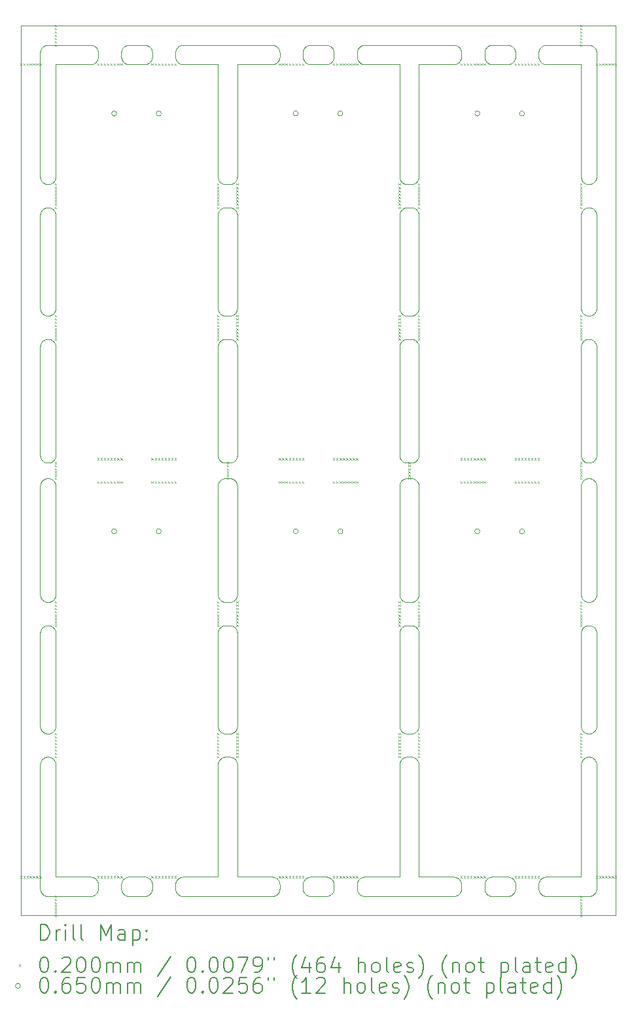
<source format=gbr>
%TF.GenerationSoftware,KiCad,Pcbnew,7.0.9*%
%TF.CreationDate,2024-05-10T15:51:35-04:00*%
%TF.ProjectId,panel,70616e65-6c2e-46b6-9963-61645f706362,rev?*%
%TF.SameCoordinates,Original*%
%TF.FileFunction,Drillmap*%
%TF.FilePolarity,Positive*%
%FSLAX45Y45*%
G04 Gerber Fmt 4.5, Leading zero omitted, Abs format (unit mm)*
G04 Created by KiCad (PCBNEW 7.0.9) date 2024-05-10 15:51:35*
%MOMM*%
%LPD*%
G01*
G04 APERTURE LIST*
%ADD10C,0.100000*%
%ADD11C,0.200000*%
G04 APERTURE END LIST*
D10*
X17399518Y-13090198D02*
X17399880Y-13095093D01*
X17052860Y-2261808D02*
X17057244Y-2259601D01*
X15382844Y-2474095D02*
X15379289Y-2470711D01*
X11942755Y-13009601D02*
X11947140Y-13011808D01*
X13645093Y-4350120D02*
X13650000Y-4350000D01*
X13645093Y-9750120D02*
X13650000Y-9750000D01*
X18364673Y-5748918D02*
X18359802Y-5749518D01*
X18442388Y-9811732D02*
X18444154Y-9816311D01*
X14317156Y-13224095D02*
X14313439Y-13227301D01*
X11435773Y-6098590D02*
X11438192Y-6102860D01*
X11440399Y-4407244D02*
X11442388Y-4411732D01*
X16633689Y-2255846D02*
X16638268Y-2257612D01*
X11330491Y-11148079D02*
X11325702Y-11147003D01*
X15905845Y-11083689D02*
X15904306Y-11079029D01*
X13700000Y-11450000D02*
X13704907Y-11450120D01*
X11438192Y-9397140D02*
X11435773Y-9401410D01*
X18269679Y-4390430D02*
X18272699Y-4386561D01*
X11417156Y-4024095D02*
X11413439Y-4027301D01*
X15044154Y-13066311D02*
X15045694Y-13070971D01*
X15430491Y-2498079D02*
X15425702Y-2497003D01*
X11279289Y-4020711D02*
X11275905Y-4017156D01*
X16074298Y-7647003D02*
X16069509Y-7648078D01*
X14655845Y-2433689D02*
X14654306Y-2429029D01*
X18250120Y-9354907D02*
X18250000Y-9350000D01*
X12647140Y-2488192D02*
X12642755Y-2490399D01*
X13770711Y-4379289D02*
X13774095Y-4382844D01*
X13564227Y-4398590D02*
X13566853Y-4394443D01*
X17095093Y-2250120D02*
X17100000Y-2250000D01*
X14654306Y-2429029D02*
X14652997Y-2424298D01*
X15995093Y-11450120D02*
X16000000Y-11450000D01*
X16145694Y-7579028D02*
X16144154Y-7583689D01*
X13783147Y-5705557D02*
X13780321Y-5709570D01*
X11417156Y-7624095D02*
X11413439Y-7627301D01*
X17719679Y-2459570D02*
X17716853Y-2455557D01*
X12300120Y-13095093D02*
X12300481Y-13090198D01*
X15901921Y-7930491D02*
X15902997Y-7925702D01*
X13790399Y-11092756D02*
X13788192Y-11097140D01*
X18307244Y-5740399D02*
X18302860Y-5738192D01*
X15911808Y-9397140D02*
X15909601Y-9392756D01*
X14682844Y-2474095D02*
X14679289Y-2470711D01*
X12609802Y-2499518D02*
X12604907Y-2499880D01*
X17790198Y-2499518D02*
X17785327Y-2498918D01*
X13555845Y-7916311D02*
X13557612Y-7911731D01*
X18433147Y-7894443D02*
X18435773Y-7898590D01*
X15904306Y-11520971D02*
X15905845Y-11516311D01*
X16614673Y-13001082D02*
X16619509Y-13001921D01*
X11967156Y-13025905D02*
X11970711Y-13029289D01*
X15354306Y-13070971D02*
X15355845Y-13066311D01*
X13794154Y-4416311D02*
X13795694Y-4420971D01*
X11261808Y-9397140D02*
X11259601Y-9392756D01*
X11294443Y-4033147D02*
X11290430Y-4030321D01*
X16677301Y-2286561D02*
X16680321Y-2290430D01*
X11430321Y-9409570D02*
X11427301Y-9413439D01*
X13594443Y-9766853D02*
X13598590Y-9764227D01*
X11442388Y-9388268D02*
X11440399Y-9392756D01*
X14288268Y-13007612D02*
X14292755Y-13009601D01*
X11409570Y-11130321D02*
X11405557Y-11133147D01*
X12304306Y-2320971D02*
X12305845Y-2316311D01*
X14338192Y-2447140D02*
X14335773Y-2451410D01*
X11904907Y-2499880D02*
X11900000Y-2500000D01*
X16088268Y-4357612D02*
X16092755Y-4359601D01*
X18294443Y-7866853D02*
X18298590Y-7864227D01*
X17701082Y-2414673D02*
X17700482Y-2409802D01*
X15048078Y-2330491D02*
X15048918Y-2335327D01*
X18397140Y-6061808D02*
X18401410Y-6064227D01*
X16698078Y-2330491D02*
X16698918Y-2335327D01*
X14274298Y-13002997D02*
X14279028Y-13004306D01*
X15901082Y-6135327D02*
X15901921Y-6130491D01*
X13650000Y-7850000D02*
X13700000Y-7850000D01*
X15040399Y-13057244D02*
X15042388Y-13061731D01*
X11427301Y-11486561D02*
X11430321Y-11490430D01*
X14702860Y-2261808D02*
X14707244Y-2259601D01*
X15900481Y-4440198D02*
X15901082Y-4435327D01*
X16145694Y-4420971D02*
X16147003Y-4425702D01*
X16050000Y-11450000D02*
X16054907Y-11450120D01*
X13640198Y-6050481D02*
X13645093Y-6050120D01*
X15351921Y-2330491D02*
X15352997Y-2325702D01*
X11999879Y-2404907D02*
X11999518Y-2409802D01*
X11364673Y-6051082D02*
X11369509Y-6051921D01*
X14305557Y-13016853D02*
X14309570Y-13019679D01*
X12674095Y-2282844D02*
X12677301Y-2286561D01*
X13630491Y-5748078D02*
X13625702Y-5747003D01*
X18379029Y-4354306D02*
X18383689Y-4355846D01*
X14720971Y-13245694D02*
X14716311Y-13244154D01*
X16683147Y-2455557D02*
X16680321Y-2459570D01*
X17395694Y-2429029D02*
X17394154Y-2433689D01*
X11286561Y-9427301D02*
X11282844Y-9424095D01*
X13777301Y-7886561D02*
X13780321Y-7890430D01*
X17338268Y-13007612D02*
X17342756Y-13009601D01*
X11286561Y-5727301D02*
X11282844Y-5724095D01*
X11255845Y-6116311D02*
X11257612Y-6111731D01*
X16054907Y-7649879D02*
X16050000Y-7650000D01*
X16000000Y-5750000D02*
X15995093Y-5749879D01*
X11427301Y-9413439D02*
X11424095Y-9417156D01*
X16101410Y-7635773D02*
X16097140Y-7638192D01*
X11282844Y-11475905D02*
X11286561Y-11472699D01*
X13790399Y-9807244D02*
X13792388Y-9811732D01*
X18448079Y-11069509D02*
X18447003Y-11074298D01*
X13607244Y-9759601D02*
X13611731Y-9757612D01*
X12357244Y-2490399D02*
X12352860Y-2488192D01*
X18255846Y-7916311D02*
X18257612Y-7911731D01*
X13763439Y-7872699D02*
X13767156Y-7875905D01*
X13586561Y-5727301D02*
X13582844Y-5724095D01*
X15040399Y-2442756D02*
X15038192Y-2447140D01*
X18442388Y-11088268D02*
X18440399Y-11092756D01*
X18282844Y-11124095D02*
X18279289Y-11120711D01*
X13579289Y-11120711D02*
X13575905Y-11117156D01*
X15420971Y-13245694D02*
X15416311Y-13244154D01*
X16117156Y-11124095D02*
X16113439Y-11127301D01*
X18325702Y-9447003D02*
X18320971Y-9445694D01*
X11261808Y-6102860D02*
X11264227Y-6098590D01*
X11929028Y-13004306D02*
X11933689Y-13005845D01*
X16149879Y-11545093D02*
X16150000Y-11550000D01*
X13582844Y-11475905D02*
X13586561Y-11472699D01*
X16101410Y-5735773D02*
X16097140Y-5738192D01*
X17300000Y-2500000D02*
X17100000Y-2500000D01*
X11272699Y-7613439D02*
X11269679Y-7609570D01*
X15902997Y-3974298D02*
X15901921Y-3969509D01*
X11379028Y-9445694D02*
X11374298Y-9447003D01*
X18424095Y-7882844D02*
X18427301Y-7886561D01*
X13566853Y-6094443D02*
X13569679Y-6090430D01*
X11269679Y-9409570D02*
X11266853Y-9405557D01*
X14292755Y-2259601D02*
X14297140Y-2261808D01*
X18448079Y-11530491D02*
X18448918Y-11535327D01*
X17319509Y-2498079D02*
X17314673Y-2498918D01*
X15925905Y-4382844D02*
X15929289Y-4379289D01*
X17004306Y-13179028D02*
X17002997Y-13174298D01*
X18427301Y-9413439D02*
X18424095Y-9417156D01*
X16680321Y-2459570D02*
X16677301Y-2463439D01*
X12670711Y-2470711D02*
X12667156Y-2474095D01*
X13709802Y-5749518D02*
X13704907Y-5749879D01*
X18449518Y-7940198D02*
X18449880Y-7945093D01*
X18435773Y-7898590D02*
X18438192Y-7902860D01*
X15916853Y-7605557D02*
X15914227Y-7601410D01*
X13611731Y-11142388D02*
X13607244Y-11140399D01*
X13798918Y-6135327D02*
X13799518Y-6140198D01*
X16647140Y-13011808D02*
X16651410Y-13014227D01*
X13551082Y-11064673D02*
X13550481Y-11059802D01*
X18445694Y-5679028D02*
X18444154Y-5683689D01*
X15961731Y-11457612D02*
X15966311Y-11455845D01*
X16092755Y-4359601D02*
X16097140Y-4361808D01*
X13799518Y-11059802D02*
X13798918Y-11064673D01*
X11302860Y-4038192D02*
X11298590Y-4035773D01*
X12680321Y-2290430D02*
X12683147Y-2294443D01*
X18364673Y-7648918D02*
X18359802Y-7649518D01*
X11345093Y-9449880D02*
X11340198Y-9449518D01*
X13785773Y-7601410D02*
X13783147Y-7605557D01*
X18250000Y-6150000D02*
X18250120Y-6145093D01*
X11330491Y-7851921D02*
X11335327Y-7851082D01*
X13800000Y-2501227D02*
X13800000Y-3950000D01*
X16120711Y-7879289D02*
X16124095Y-7882844D01*
X15919679Y-4390430D02*
X15922699Y-4386561D01*
X13788192Y-9802860D02*
X13790399Y-9807244D01*
X11442388Y-7911731D02*
X11444154Y-7916311D01*
X12340430Y-13230321D02*
X12336561Y-13227301D01*
X18430321Y-4009570D02*
X18427301Y-4013439D01*
X13747140Y-7861808D02*
X13751410Y-7864227D01*
X15911808Y-9802860D02*
X15914227Y-9798590D01*
X11264227Y-6098590D02*
X11266853Y-6094443D01*
X15350120Y-13154907D02*
X15350000Y-13150000D01*
X15017156Y-2474095D02*
X15013439Y-2477301D01*
X17729289Y-13220711D02*
X17725905Y-13217156D01*
X14313439Y-13022699D02*
X14317156Y-13025905D01*
X16609802Y-2250482D02*
X16614673Y-2251082D01*
X11251921Y-3969509D02*
X11251082Y-3964673D01*
X17701921Y-2330491D02*
X17702997Y-2325702D01*
X16695694Y-13179028D02*
X16694154Y-13183689D01*
X18340198Y-7649518D02*
X18335327Y-7648918D01*
X15940430Y-11130321D02*
X15936561Y-11127301D01*
X17711808Y-13197140D02*
X17709601Y-13192755D01*
X13714673Y-5748918D02*
X13709802Y-5749518D01*
X13747140Y-4361808D02*
X13751410Y-4364227D01*
X16624298Y-2497003D02*
X16619509Y-2498079D01*
X16149518Y-9840198D02*
X16149879Y-9845093D01*
X16074298Y-4047003D02*
X16069509Y-4048078D01*
X18335327Y-5748918D02*
X18330491Y-5748078D01*
X15900481Y-3959802D02*
X15900120Y-3954907D01*
X18401410Y-4364227D02*
X18405557Y-4366853D01*
X14997140Y-13238192D02*
X14992755Y-13240399D01*
X13704907Y-7850120D02*
X13709802Y-7850481D01*
X17090198Y-13000481D02*
X17095093Y-13000120D01*
X18340198Y-4350482D02*
X18345093Y-4350120D01*
X11282844Y-13224095D02*
X11279289Y-13220711D01*
X15372699Y-2286561D02*
X15375905Y-2282844D01*
X15369679Y-2290430D02*
X15372699Y-2286561D01*
X18251921Y-11530491D02*
X18252997Y-11525702D01*
X11350000Y-4050000D02*
X11345093Y-4049879D01*
X18311732Y-4042388D02*
X18307244Y-4040399D01*
X16088268Y-7642388D02*
X16083689Y-7644154D01*
X18388268Y-7642388D02*
X18383689Y-7644154D01*
X11904907Y-13000120D02*
X11909802Y-13000481D01*
X11445694Y-7579028D02*
X11444154Y-7583689D01*
X18379029Y-6054306D02*
X18383689Y-6055845D01*
X13014227Y-13201410D02*
X13011808Y-13197140D01*
X18261808Y-6102860D02*
X18264227Y-6098590D01*
X13080491Y-13248078D02*
X13075702Y-13247003D01*
X13014227Y-2298590D02*
X13016853Y-2294443D01*
X17057244Y-13240399D02*
X17052860Y-13238192D01*
X18440399Y-9392756D02*
X18438192Y-9397140D01*
X18340198Y-11450481D02*
X18345093Y-11450120D01*
X17080491Y-2251921D02*
X17085327Y-2251082D01*
X14327301Y-2286561D02*
X14330321Y-2290430D01*
X13550481Y-7940198D02*
X13551082Y-7935327D01*
X15050000Y-13100000D02*
X15050000Y-13150000D01*
X11450000Y-9850000D02*
X11450000Y-11050000D01*
X11340198Y-7649518D02*
X11335327Y-7648918D01*
X17300000Y-13250000D02*
X17100000Y-13250000D01*
X15435327Y-2498918D02*
X15430491Y-2498079D01*
X14707244Y-13009601D02*
X14711731Y-13007612D01*
X11401410Y-4364227D02*
X11405557Y-4366853D01*
X16133147Y-9405557D02*
X16130321Y-9409570D01*
X13579289Y-4379289D02*
X13582844Y-4375905D01*
X17048590Y-2485773D02*
X17044443Y-2483147D01*
X11420711Y-9420711D02*
X11417156Y-9424095D01*
X11433147Y-9794443D02*
X11435773Y-9798590D01*
X11440399Y-9807244D02*
X11442388Y-9811732D01*
X13561808Y-4402860D02*
X13564227Y-4398590D01*
X13799518Y-7559802D02*
X13798918Y-7564673D01*
X14669679Y-13040430D02*
X14672699Y-13036561D01*
X11250000Y-9350000D02*
X11250000Y-7950000D01*
X14651921Y-13169509D02*
X14651082Y-13164673D01*
X11298590Y-7635773D02*
X11294443Y-7633147D01*
X18369509Y-11451921D02*
X18374298Y-11452997D01*
X16148078Y-6130491D02*
X16148918Y-6135327D01*
X17700000Y-2350000D02*
X17700120Y-2345093D01*
X12380491Y-2251921D02*
X12385327Y-2251082D01*
X11967156Y-13224095D02*
X11963439Y-13227301D01*
X12370971Y-2254306D02*
X12375702Y-2252997D01*
X15966311Y-4355846D02*
X15970971Y-4354306D01*
X11307244Y-11459601D02*
X11311731Y-11457612D01*
X15900000Y-5650000D02*
X15900000Y-4450000D01*
X11914673Y-13248918D02*
X11909802Y-13249518D01*
X13785773Y-5701410D02*
X13783147Y-5705557D01*
X14335773Y-13201410D02*
X14333147Y-13205557D01*
X13709802Y-7649518D02*
X13704907Y-7649879D01*
X13070971Y-2254306D02*
X13075702Y-2252997D01*
X13582844Y-9775905D02*
X13586561Y-9772699D01*
X11449518Y-9359802D02*
X11448918Y-9364673D01*
X16092755Y-9759601D02*
X16097140Y-9761808D01*
X13025905Y-13032844D02*
X13029289Y-13029289D01*
X14979028Y-2495694D02*
X14974298Y-2497003D01*
X15361808Y-13197140D02*
X15359601Y-13192755D01*
X13774095Y-11117156D02*
X13770711Y-11120711D01*
X16150000Y-11050000D02*
X16149879Y-11054907D01*
X11294443Y-13233147D02*
X11290430Y-13230321D01*
X11359802Y-5749518D02*
X11354907Y-5749879D01*
X11449879Y-9354907D02*
X11449518Y-9359802D01*
X12677301Y-2463439D02*
X12674095Y-2467156D01*
X18438192Y-7902860D02*
X18440399Y-7907244D01*
X11255845Y-13183689D02*
X11254306Y-13179028D01*
X16659570Y-13019679D02*
X16663439Y-13022699D01*
X16079028Y-11454306D02*
X16083689Y-11455845D01*
X15900481Y-5659802D02*
X15900120Y-5654907D01*
X17080491Y-2498079D02*
X17075702Y-2497003D01*
X13025905Y-13217156D02*
X13022699Y-13213439D01*
X18252997Y-4425702D02*
X18254306Y-4420971D01*
X13561808Y-9802860D02*
X13564227Y-9798590D01*
X13552997Y-7574298D02*
X13551921Y-7569509D01*
X13095093Y-13000120D02*
X13100000Y-13000000D01*
X15966311Y-4044154D02*
X15961731Y-4042388D01*
X13759570Y-9430321D02*
X13755557Y-9433147D01*
X11438192Y-11097140D02*
X11435773Y-11101410D01*
X14702860Y-2488192D02*
X14698590Y-2485773D01*
X11320971Y-4354306D02*
X11325702Y-4352997D01*
X18279289Y-6079289D02*
X18282844Y-6075905D01*
X16614673Y-2498918D02*
X16609802Y-2499518D01*
X16105557Y-11133147D02*
X16101410Y-11135773D01*
X18320971Y-7645694D02*
X18316311Y-7644154D01*
X18350000Y-9450000D02*
X18345093Y-9449880D01*
X18369509Y-7648078D02*
X18364673Y-7648918D01*
X16149879Y-6145093D02*
X16150000Y-6150000D01*
X13009601Y-13192755D02*
X13007612Y-13188268D01*
X14348918Y-2335327D02*
X14349518Y-2340198D01*
X15379289Y-13029289D02*
X15382844Y-13025905D01*
X18449880Y-11054907D02*
X18449518Y-11059802D01*
X18448918Y-3964673D02*
X18448079Y-3969509D01*
X13800000Y-7950000D02*
X13800000Y-9350000D01*
X11440399Y-6107244D02*
X11442388Y-6111731D01*
X18435773Y-11101410D02*
X18433147Y-11105557D01*
X13011808Y-2447140D02*
X13009601Y-2442756D01*
X15902997Y-7925702D02*
X15904306Y-7920971D01*
X18440399Y-2307244D02*
X18442388Y-2311732D01*
X13551921Y-11069509D02*
X13551082Y-11064673D01*
X11420711Y-4379289D02*
X11424095Y-4382844D01*
X15932844Y-5724095D02*
X15929289Y-5720711D01*
X18298590Y-4035773D02*
X18294443Y-4033147D01*
X12352860Y-13011808D02*
X12357244Y-13009601D01*
X11359802Y-9449518D02*
X11354907Y-9449880D01*
X17722699Y-2286561D02*
X17725905Y-2282844D01*
X11251082Y-9835327D02*
X11251921Y-9830491D01*
X16600000Y-13000000D02*
X16604907Y-13000120D01*
X13733689Y-5744154D02*
X13729028Y-5745694D01*
X13607244Y-4040399D02*
X13602860Y-4038192D01*
X15440198Y-2250482D02*
X15445093Y-2250120D01*
X18445694Y-7920971D02*
X18447003Y-7925702D01*
X13616311Y-4044154D02*
X13611731Y-4042388D01*
X13559601Y-5692755D02*
X13557612Y-5688268D01*
X15966311Y-11144154D02*
X15961731Y-11142388D01*
X11417156Y-11124095D02*
X11413439Y-11127301D01*
X11413439Y-7627301D02*
X11409570Y-7630321D01*
X11374298Y-11452997D02*
X11379028Y-11454306D01*
X11261808Y-9802860D02*
X11264227Y-9798590D01*
X18282844Y-7875905D02*
X18286561Y-7872699D01*
X11998918Y-13164673D02*
X11998078Y-13169509D01*
X13559601Y-9392756D02*
X13557612Y-9388268D01*
X11442388Y-11088268D02*
X11440399Y-11092756D01*
X16150000Y-5650000D02*
X16149879Y-5654907D01*
X11290430Y-4369679D02*
X11294443Y-4366853D01*
X12695694Y-2320971D02*
X12697003Y-2325702D01*
X18438192Y-3997140D02*
X18435773Y-4001410D01*
X16694154Y-13066311D02*
X16695694Y-13070971D01*
X12698078Y-2330491D02*
X12698918Y-2335327D01*
X16148078Y-7930491D02*
X16148918Y-7935327D01*
X17795093Y-2499880D02*
X17790198Y-2499518D01*
X13000120Y-2345093D02*
X13000481Y-2340198D01*
X13001921Y-2330491D02*
X13002997Y-2325702D01*
X16054907Y-7850120D02*
X16059802Y-7850481D01*
X16124095Y-6082844D02*
X16127301Y-6086561D01*
X13550120Y-3954907D02*
X13550000Y-3950000D01*
X15372699Y-13213439D02*
X15369679Y-13209570D01*
X17766311Y-2255846D02*
X17770971Y-2254306D01*
X16147003Y-5674298D02*
X16145694Y-5679028D01*
X16667156Y-13025905D02*
X16670711Y-13029289D01*
X18272699Y-7613439D02*
X18269679Y-7609570D01*
X13620971Y-7645694D02*
X13616311Y-7644154D01*
X18364673Y-11451082D02*
X18369509Y-11451921D01*
X15904306Y-11079029D02*
X15902997Y-11074298D01*
X18354907Y-9449880D02*
X18350000Y-9450000D01*
X18401410Y-7635773D02*
X18397140Y-7638192D01*
X13575905Y-4382844D02*
X13579289Y-4379289D01*
X18435773Y-9401410D02*
X18433147Y-9405557D01*
X16064673Y-11148918D02*
X16059802Y-11149518D01*
X11302860Y-11461808D02*
X11307244Y-11459601D01*
X13566853Y-11494443D02*
X13569679Y-11490430D01*
X15038192Y-13052860D02*
X15040399Y-13057244D01*
X15907612Y-6111731D02*
X15909601Y-6107244D01*
X18445694Y-7579028D02*
X18444154Y-7583689D01*
X17775702Y-2497003D02*
X17770971Y-2495694D01*
X13564227Y-6098590D02*
X13566853Y-6094443D01*
X11990399Y-13057244D02*
X11992388Y-13061731D01*
X18409570Y-4030321D02*
X18405557Y-4033147D01*
X15398590Y-2264227D02*
X15402860Y-2261808D01*
X15904306Y-6120971D02*
X15905845Y-6116311D01*
X15905845Y-6116311D02*
X15907612Y-6111731D01*
X16604907Y-13000120D02*
X16609802Y-13000481D01*
X11924298Y-2497003D02*
X11919509Y-2498079D01*
X13798918Y-11535327D02*
X13799518Y-11540198D01*
X11420711Y-7879289D02*
X11424095Y-7882844D01*
X13774095Y-4382844D02*
X13777301Y-4386561D01*
X14735327Y-2498918D02*
X14730491Y-2498079D01*
X11250481Y-2340198D02*
X11251082Y-2335327D01*
X18282844Y-4024095D02*
X18279289Y-4020711D01*
X11374298Y-4352997D02*
X11379028Y-4354306D01*
X14730491Y-13248078D02*
X14725702Y-13247003D01*
X15001410Y-2264227D02*
X15005557Y-2266853D01*
X11379028Y-11145694D02*
X11374298Y-11147003D01*
X13759570Y-7869679D02*
X13763439Y-7872699D01*
X11298590Y-9435773D02*
X11294443Y-9433147D01*
X17300000Y-13000000D02*
X17304907Y-13000120D01*
X18401410Y-9764227D02*
X18405557Y-9766853D01*
X13798918Y-7935327D02*
X13799518Y-7940198D01*
X16120711Y-11120711D02*
X16117156Y-11124095D01*
X12659570Y-2269679D02*
X12663439Y-2272699D01*
X15900120Y-11545093D02*
X15900481Y-11540198D01*
X13552997Y-9374298D02*
X13551921Y-9369509D01*
X15952860Y-4361808D02*
X15957244Y-4359601D01*
X16130321Y-4390430D02*
X16133147Y-4394443D01*
X18266853Y-4394443D02*
X18269679Y-4390430D01*
X15904306Y-7579028D02*
X15902997Y-7574298D01*
X15957244Y-4359601D02*
X15961731Y-4357612D01*
X18427301Y-13213439D02*
X18424095Y-13217156D01*
X15435327Y-2251082D02*
X15440198Y-2250482D01*
X16624298Y-2252997D02*
X16629028Y-2254306D01*
X14650000Y-2400000D02*
X14650000Y-2350000D01*
X13572699Y-11113439D02*
X13569679Y-11109570D01*
X11448918Y-11535327D02*
X11449518Y-11540198D01*
X11257612Y-9388268D02*
X11255845Y-9383689D01*
X17757244Y-13009601D02*
X17761732Y-13007612D01*
X13550481Y-11540198D02*
X13551082Y-11535327D01*
X18379029Y-7854306D02*
X18383689Y-7855845D01*
X15990198Y-4350482D02*
X15995093Y-4350120D01*
X14954907Y-13000120D02*
X14959802Y-13000481D01*
X18448918Y-5664673D02*
X18448079Y-5669509D01*
X16069509Y-4048078D02*
X16064673Y-4048918D01*
X12304306Y-2429029D02*
X12302997Y-2424298D01*
X13729028Y-5745694D02*
X13724298Y-5747003D01*
X15351921Y-2419509D02*
X15351082Y-2414673D01*
X12642755Y-2259601D02*
X12647140Y-2261808D01*
X18444154Y-2316311D02*
X18445694Y-2320971D01*
X11294443Y-7866853D02*
X11298590Y-7864227D01*
X16000000Y-7650000D02*
X15995093Y-7649879D01*
X13555845Y-11516311D02*
X13557612Y-11511731D01*
X17014227Y-13201410D02*
X17011808Y-13197140D01*
X18420711Y-2279289D02*
X18424095Y-2282844D01*
X12633689Y-13244154D02*
X12629028Y-13245694D01*
X18286561Y-7627301D02*
X18282844Y-7624095D01*
X16120711Y-7620711D02*
X16117156Y-7624095D01*
X18427301Y-11486561D02*
X18430321Y-11490430D01*
X16113439Y-7872699D02*
X16117156Y-7875905D01*
X18448079Y-9369509D02*
X18447003Y-9374298D01*
X15909601Y-5692755D02*
X15907612Y-5688268D01*
X15372699Y-2463439D02*
X15369679Y-2459570D01*
X15450000Y-2250000D02*
X16600000Y-2250000D01*
X17761732Y-2492388D02*
X17757244Y-2490399D01*
X18359802Y-9750482D02*
X18364673Y-9751082D01*
X13645093Y-6050120D02*
X13650000Y-6050000D01*
X18316311Y-5744154D02*
X18311732Y-5742388D01*
X16700000Y-13150000D02*
X16699879Y-13154907D01*
X11269679Y-9790430D02*
X11272699Y-9786561D01*
X16117156Y-5724095D02*
X16113439Y-5727301D01*
X18438192Y-2302860D02*
X18440399Y-2307244D01*
X15975702Y-4352997D02*
X15980491Y-4351921D01*
X13798078Y-9369509D02*
X13797003Y-9374298D01*
X13007612Y-2438268D02*
X13005845Y-2433689D01*
X15425702Y-13002997D02*
X15430491Y-13001921D01*
X13650000Y-9450000D02*
X13645093Y-9449880D01*
X15901921Y-9830491D02*
X15902997Y-9825702D01*
X16064673Y-9448918D02*
X16059802Y-9449518D01*
X18249971Y-12999970D02*
X18250000Y-12998773D01*
X18250482Y-9840198D02*
X18251082Y-9835327D01*
X15975702Y-9752997D02*
X15980491Y-9751921D01*
X11448078Y-6130491D02*
X11448918Y-6135327D01*
X17022699Y-2286561D02*
X17025905Y-2282844D01*
X12344443Y-2483147D02*
X12340430Y-2480321D01*
X13554306Y-9379029D02*
X13552997Y-9374298D01*
X15936561Y-6072699D02*
X15940430Y-6069679D01*
X18379029Y-5745694D02*
X18374298Y-5747003D01*
X15901082Y-9835327D02*
X15901921Y-9830491D01*
X18286561Y-4372699D02*
X18290430Y-4369679D01*
X18449518Y-6140198D02*
X18449880Y-6145093D01*
X14740198Y-2250482D02*
X14745093Y-2250120D01*
X16127301Y-6086561D02*
X16130321Y-6090430D01*
X17333689Y-13005845D02*
X17338268Y-13007612D01*
X16138192Y-9802860D02*
X16140399Y-9807244D01*
X15364227Y-13201410D02*
X15361808Y-13197140D01*
X11266853Y-6094443D02*
X11269679Y-6090430D01*
X15929289Y-4020711D02*
X15925905Y-4017156D01*
X16148918Y-5664673D02*
X16148078Y-5669509D01*
X16088268Y-9442388D02*
X16083689Y-9444154D01*
X18420711Y-9420711D02*
X18417156Y-9424095D01*
X11269679Y-11109570D02*
X11266853Y-11105557D01*
X11340198Y-2250482D02*
X11345093Y-2250120D01*
X15390430Y-13019679D02*
X15394443Y-13016853D01*
X11252997Y-11525702D02*
X11254306Y-11520971D01*
X14735327Y-2251082D02*
X14740198Y-2250482D01*
X11255845Y-11516311D02*
X11257612Y-11511731D01*
X12301082Y-13085327D02*
X12301921Y-13080491D01*
X17383147Y-2455557D02*
X17380321Y-2459570D01*
X11994154Y-2316311D02*
X11995694Y-2320971D01*
X18272699Y-9786561D02*
X18275905Y-9782844D01*
X13564227Y-9798590D02*
X13566853Y-9794443D01*
X12638268Y-13242388D02*
X12633689Y-13244154D01*
X13561808Y-3997140D02*
X13559601Y-3992755D01*
X16149879Y-9354907D02*
X16149518Y-9359802D01*
X12697003Y-2424298D02*
X12695694Y-2429029D01*
X17709601Y-13192755D02*
X17707612Y-13188268D01*
X17007612Y-13061731D02*
X17009601Y-13057244D01*
X12340430Y-13019679D02*
X12344443Y-13016853D01*
X11325702Y-4352997D02*
X11330491Y-4351921D01*
X15970971Y-7645694D02*
X15966311Y-7644154D01*
X11279289Y-7879289D02*
X11282844Y-7875905D01*
X15033147Y-13044443D02*
X15035773Y-13048590D01*
X16050000Y-6050000D02*
X16054907Y-6050120D01*
X11983147Y-2294443D02*
X11985773Y-2298590D01*
X13755557Y-4033147D02*
X13751410Y-4035773D01*
X14725702Y-2252997D02*
X14730491Y-2251921D01*
X18350000Y-13250000D02*
X17800000Y-13250000D01*
X14707244Y-2259601D02*
X14711731Y-2257612D01*
X11259601Y-9807244D02*
X11261808Y-9802860D01*
X11286561Y-7627301D02*
X11282844Y-7624095D01*
X16120711Y-4020711D02*
X16117156Y-4024095D01*
X13799518Y-11540198D02*
X13799879Y-11545093D01*
X16120711Y-4379289D02*
X16124095Y-4382844D01*
X15975702Y-11147003D02*
X15970971Y-11145694D01*
X15907612Y-4411732D02*
X15909601Y-4407244D01*
X16690399Y-2442756D02*
X16688192Y-2447140D01*
X16097140Y-6061808D02*
X16101410Y-6064227D01*
X18275905Y-4382844D02*
X18279289Y-4379289D01*
X18266853Y-6094443D02*
X18269679Y-6090430D01*
X13742755Y-11140399D02*
X13738268Y-11142388D01*
X11266853Y-13205557D02*
X11264227Y-13201410D01*
X16142388Y-9388268D02*
X16140399Y-9392756D01*
X13792388Y-4411732D02*
X13794154Y-4416311D01*
X18252997Y-6125702D02*
X18254306Y-6120971D01*
X12300120Y-2345093D02*
X12300481Y-2340198D01*
X11251921Y-11530491D02*
X11252997Y-11525702D01*
X17766311Y-2494154D02*
X17761732Y-2492388D01*
X13025905Y-2467156D02*
X13022699Y-2463439D01*
X11440399Y-11507244D02*
X11442388Y-11511731D01*
X11264227Y-11498590D02*
X11266853Y-11494443D01*
X14992755Y-13009601D02*
X14997140Y-13011808D01*
X13763439Y-11472699D02*
X13767156Y-11475905D01*
X13048590Y-13014227D02*
X13052860Y-13011808D01*
X15386561Y-2477301D02*
X15382844Y-2474095D01*
X11298590Y-5735773D02*
X11294443Y-5733147D01*
X12651410Y-2485773D02*
X12647140Y-2488192D01*
X11447003Y-9374298D02*
X11445694Y-9379029D01*
X16124095Y-4382844D02*
X16127301Y-4386561D01*
X16117156Y-7624095D02*
X16113439Y-7627301D01*
X14650120Y-13154907D02*
X14650000Y-13150000D01*
X18409570Y-7630321D02*
X18405557Y-7633147D01*
X18286561Y-11127301D02*
X18282844Y-11124095D01*
X15966311Y-7644154D02*
X15961731Y-7642388D01*
X13554306Y-9820971D02*
X13555845Y-9816311D01*
X12697003Y-13075702D02*
X12698078Y-13080491D01*
X18405557Y-9433147D02*
X18401410Y-9435773D01*
X12348590Y-13235773D02*
X12344443Y-13233147D01*
X15975702Y-5747003D02*
X15970971Y-5745694D01*
X12655557Y-13233147D02*
X12651410Y-13235773D01*
X15909601Y-7592755D02*
X15907612Y-7588268D01*
X13630491Y-11148079D02*
X13625702Y-11147003D01*
X11302860Y-4361808D02*
X11307244Y-4359601D01*
X11448078Y-9830491D02*
X11448918Y-9835327D01*
X13759570Y-11130321D02*
X13755557Y-11133147D01*
X13767156Y-11124095D02*
X13763439Y-11127301D01*
X11427301Y-4013439D02*
X11424095Y-4017156D01*
X13704907Y-9449880D02*
X13700000Y-9450000D01*
X14675905Y-13217156D02*
X14672699Y-13213439D01*
X16614673Y-13248918D02*
X16609802Y-13249518D01*
X12697003Y-2325702D02*
X12698078Y-2330491D01*
X18364673Y-9751082D02*
X18369509Y-9751921D01*
X17780491Y-13248078D02*
X17775702Y-13247003D01*
X13724298Y-7852997D02*
X13729028Y-7854306D01*
X12700000Y-2350000D02*
X12700000Y-2400000D01*
X18264227Y-7601410D02*
X18261808Y-7597140D01*
X16647140Y-13238192D02*
X16642755Y-13240399D01*
X13747140Y-5738192D02*
X13742755Y-5740399D01*
X18330491Y-4048078D02*
X18325702Y-4047003D01*
X11251921Y-13169509D02*
X11251082Y-13164673D01*
X16117156Y-4375905D02*
X16120711Y-4379289D01*
X12400000Y-2500000D02*
X12395093Y-2499880D01*
X13774095Y-5717156D02*
X13770711Y-5720711D01*
X16692388Y-2438268D02*
X16690399Y-2442756D01*
X11320971Y-11454306D02*
X11325702Y-11452997D01*
X15919679Y-9409570D02*
X15916853Y-9405557D01*
X11985773Y-2298590D02*
X11988192Y-2302860D01*
X16133147Y-6094443D02*
X16135773Y-6098590D01*
X18330491Y-6051921D02*
X18335327Y-6051082D01*
X18345093Y-6050120D02*
X18350000Y-6050000D01*
X13569679Y-4009570D02*
X13566853Y-4005557D01*
X18269679Y-4009570D02*
X18266853Y-4005557D01*
X13640198Y-9449518D02*
X13635327Y-9448918D01*
X11000029Y-2000029D02*
X11000000Y-2001227D01*
X11325702Y-7647003D02*
X11320971Y-7645694D01*
X16144154Y-11516311D02*
X16145694Y-11520971D01*
X18449518Y-3959802D02*
X18448918Y-3964673D01*
X12667156Y-2275905D02*
X12670711Y-2279289D01*
X12690399Y-13057244D02*
X12692388Y-13061731D01*
X15990198Y-11450481D02*
X15995093Y-11450120D01*
X11430321Y-5709570D02*
X11427301Y-5713439D01*
X16638268Y-2257612D02*
X16642755Y-2259601D01*
X15916853Y-4394443D02*
X15919679Y-4390430D01*
X18252997Y-7925702D02*
X18254306Y-7920971D01*
X16138192Y-3997140D02*
X16135773Y-4001410D01*
X15354306Y-2320971D02*
X15355845Y-2316311D01*
X17795093Y-13249879D02*
X17790198Y-13249518D01*
X13616311Y-7644154D02*
X13611731Y-7642388D01*
X17780491Y-2498079D02*
X17775702Y-2497003D01*
X18255846Y-11083689D02*
X18254306Y-11079029D01*
X11977301Y-2463439D02*
X11974095Y-2467156D01*
X13582844Y-9424095D02*
X13579289Y-9420711D01*
X13625702Y-4047003D02*
X13620971Y-4045694D01*
X12390198Y-13000481D02*
X12395093Y-13000120D01*
X12690399Y-2442756D02*
X12688192Y-2447140D01*
X18447003Y-5674298D02*
X18445694Y-5679028D01*
X15900120Y-5654907D02*
X15900000Y-5650000D01*
X15901921Y-7569509D02*
X15901082Y-7564673D01*
X16674095Y-13032844D02*
X16677301Y-13036561D01*
X13550120Y-11545093D02*
X13550481Y-11540198D01*
X15957244Y-9440399D02*
X15952860Y-9438192D01*
X13763439Y-4372699D02*
X13767156Y-4375905D01*
X13100000Y-2500000D02*
X13095093Y-2499880D01*
X14288268Y-2257612D02*
X14292755Y-2259601D01*
X13014227Y-13048590D02*
X13016853Y-13044443D01*
X18447003Y-7574298D02*
X18445694Y-7579028D01*
X18392756Y-11140399D02*
X18388268Y-11142388D01*
X15911808Y-11502860D02*
X15914227Y-11498590D01*
X18261808Y-4402860D02*
X18264227Y-4398590D01*
X13798078Y-7930491D02*
X13798918Y-7935327D01*
X18250000Y-9850000D02*
X18250120Y-9845093D01*
X15382844Y-2275905D02*
X15386561Y-2272699D01*
X14959802Y-2499518D02*
X14954907Y-2499880D01*
X18251082Y-4435327D02*
X18251921Y-4430491D01*
X17399880Y-2404907D02*
X17399518Y-2409802D01*
X15902997Y-9825702D02*
X15904306Y-9820971D01*
X18397140Y-7638192D02*
X18392756Y-7640399D01*
X18427301Y-6086561D02*
X18430321Y-6090430D01*
X11354907Y-6050120D02*
X11359802Y-6050481D01*
X12667156Y-2474095D02*
X12663439Y-2477301D01*
X18449880Y-5654907D02*
X18449518Y-5659802D01*
X18397140Y-4361808D02*
X18401410Y-4364227D01*
X15001410Y-13235773D02*
X14997140Y-13238192D01*
X12692388Y-2438268D02*
X12690399Y-2442756D01*
X15900000Y-2501227D02*
X15899970Y-2500030D01*
X18359802Y-6050481D02*
X18364673Y-6051082D01*
X13704907Y-6050120D02*
X13709802Y-6050481D01*
X13557612Y-3988268D02*
X13555845Y-3983689D01*
X16059802Y-7850481D02*
X16064673Y-7851082D01*
X11316311Y-4044154D02*
X11311731Y-4042388D01*
X16092755Y-11140399D02*
X16088268Y-11142388D01*
X12698918Y-2414673D02*
X12698078Y-2419509D01*
X11963439Y-13227301D02*
X11959570Y-13230321D01*
X15922699Y-6086561D02*
X15925905Y-6082844D01*
X12624298Y-2497003D02*
X12619509Y-2498079D01*
X11259601Y-13192755D02*
X11257612Y-13188268D01*
X16054907Y-11149880D02*
X16050000Y-11150000D01*
X12698078Y-2419509D02*
X12697003Y-2424298D01*
X15919679Y-11109570D02*
X15916853Y-11105557D01*
X16700000Y-2400000D02*
X16699879Y-2404907D01*
X11335327Y-9448918D02*
X11330491Y-9448079D01*
X18435773Y-5701410D02*
X18433147Y-5705557D01*
X11374298Y-5747003D02*
X11369509Y-5748078D01*
X12336561Y-13227301D02*
X12332844Y-13224095D01*
X13635327Y-9751082D02*
X13640198Y-9750482D01*
X11298590Y-6064227D02*
X11302860Y-6061808D01*
X18445694Y-11079029D02*
X18444154Y-11083689D01*
X12352860Y-2261808D02*
X12357244Y-2259601D01*
X11933689Y-2494154D02*
X11929028Y-2495694D01*
X11257612Y-3988268D02*
X11255845Y-3983689D01*
X14694443Y-2266853D02*
X14698590Y-2264227D01*
X13777301Y-4013439D02*
X13774095Y-4017156D01*
X12624298Y-13002997D02*
X12629028Y-13004306D01*
X18250000Y-3950000D02*
X18250000Y-2501227D01*
X15398590Y-13235773D02*
X15394443Y-13233147D01*
X15916853Y-6094443D02*
X15919679Y-6090430D01*
X11405557Y-9433147D02*
X11401410Y-9435773D01*
X11316311Y-4355846D02*
X11320971Y-4354306D01*
X12604907Y-13249879D02*
X12600000Y-13250000D01*
X13579289Y-7879289D02*
X13582844Y-7875905D01*
X13016853Y-13044443D02*
X13019679Y-13040430D01*
X18433147Y-7605557D02*
X18430321Y-7609570D01*
X14711731Y-2257612D02*
X14716311Y-2255846D01*
X13767156Y-7624095D02*
X13763439Y-7627301D01*
X13590430Y-5730321D02*
X13586561Y-5727301D01*
X17392388Y-2438268D02*
X17390399Y-2442756D01*
X11383689Y-9444154D02*
X11379028Y-9445694D01*
X13792388Y-9388268D02*
X13790399Y-9392756D01*
X11294443Y-9766853D02*
X11298590Y-9764227D01*
X11320971Y-6054306D02*
X11325702Y-6052997D01*
X18250482Y-11059802D02*
X18250120Y-11054907D01*
X18409570Y-13230321D02*
X18405557Y-13233147D01*
X16000000Y-7850000D02*
X16050000Y-7850000D01*
X15990198Y-7850481D02*
X15995093Y-7850120D01*
X18430321Y-5709570D02*
X18427301Y-5713439D01*
X15914227Y-4001410D02*
X15911808Y-3997140D01*
X11449518Y-9840198D02*
X11449879Y-9845093D01*
X18252997Y-7574298D02*
X18251921Y-7569509D01*
X17732844Y-2275905D02*
X17736561Y-2272699D01*
X17714227Y-13201410D02*
X17711808Y-13197140D01*
X18449880Y-6145093D02*
X18450000Y-6150000D01*
X17085327Y-2498918D02*
X17080491Y-2498079D01*
X17702997Y-13174298D02*
X17701921Y-13169509D01*
X15024095Y-2282844D02*
X15027301Y-2286561D01*
X16142388Y-9811732D02*
X16144154Y-9816311D01*
X15929289Y-5720711D02*
X15925905Y-5717156D01*
X11413439Y-6072699D02*
X11417156Y-6075905D01*
X13555845Y-4416311D02*
X13557612Y-4411732D01*
X11435773Y-4001410D02*
X11433147Y-4005557D01*
X11417156Y-11475905D02*
X11420711Y-11479289D01*
X15936561Y-9427301D02*
X15932844Y-9424095D01*
X17704306Y-13179028D02*
X17702997Y-13174298D01*
X11424095Y-4382844D02*
X11427301Y-4386561D01*
X17061732Y-13007612D02*
X17066311Y-13005845D01*
X17014227Y-2298590D02*
X17016853Y-2294443D01*
X11259601Y-7592755D02*
X11257612Y-7588268D01*
X18430321Y-7890430D02*
X18433147Y-7894443D01*
X18424095Y-7617156D02*
X18420711Y-7620711D01*
X11442388Y-5688268D02*
X11440399Y-5692755D01*
X11988192Y-13197140D02*
X11985773Y-13201410D01*
X15017156Y-13224095D02*
X15013439Y-13227301D01*
X13742755Y-6059601D02*
X13747140Y-6061808D01*
X11311731Y-4357612D02*
X11316311Y-4355846D01*
X13799518Y-7940198D02*
X13799879Y-7945093D01*
X16670711Y-13029289D02*
X16674095Y-13032844D01*
X14672699Y-2463439D02*
X14669679Y-2459570D01*
X16064673Y-9751082D02*
X16069509Y-9751921D01*
X13551921Y-6130491D02*
X13552997Y-6125702D01*
X11440399Y-7907244D02*
X11442388Y-7911731D01*
X15948590Y-11464227D02*
X15952860Y-11461808D01*
X17398918Y-13085327D02*
X17399518Y-13090198D01*
X11251082Y-2335327D02*
X11251921Y-2330491D01*
X11290430Y-5730321D02*
X11286561Y-5727301D01*
X11264227Y-7601410D02*
X11261808Y-7597140D01*
X12688192Y-2302860D02*
X12690399Y-2307244D01*
X16105557Y-4033147D02*
X16101410Y-4035773D01*
X11413439Y-7872699D02*
X11417156Y-7875905D01*
X17757244Y-2259601D02*
X17761732Y-2257612D01*
X11451227Y-2500000D02*
X11450029Y-2500029D01*
X12677301Y-13213439D02*
X12674095Y-13217156D01*
X16079028Y-9445694D02*
X16074298Y-9447003D01*
X11424095Y-7882844D02*
X11427301Y-7886561D01*
X13794154Y-11083689D02*
X13792388Y-11088268D01*
X17314673Y-2251082D02*
X17319509Y-2251921D01*
X18450000Y-3950000D02*
X18449880Y-3954907D01*
X15932844Y-6075905D02*
X15936561Y-6072699D01*
X18264227Y-5701410D02*
X18261808Y-5697140D01*
X12316853Y-2294443D02*
X12319679Y-2290430D01*
X18282844Y-11475905D02*
X18286561Y-11472699D01*
X11995694Y-2429029D02*
X11994154Y-2433689D01*
X16069509Y-6051921D02*
X16074298Y-6052997D01*
X13783147Y-7605557D02*
X13780321Y-7609570D01*
X15980491Y-9448079D02*
X15975702Y-9447003D01*
X15430491Y-13248078D02*
X15425702Y-13247003D01*
X18444154Y-6116311D02*
X18445694Y-6120971D01*
X14959802Y-13000481D02*
X14964673Y-13001082D01*
X11995694Y-2320971D02*
X11997003Y-2325702D01*
X18259601Y-6107244D02*
X18261808Y-6102860D01*
X11998918Y-2335327D02*
X11999518Y-2340198D01*
X11448078Y-7569509D02*
X11447003Y-7574298D01*
X11383689Y-4355846D02*
X11388268Y-4357612D01*
X14345694Y-13179028D02*
X14344154Y-13183689D01*
X13579289Y-4020711D02*
X13575905Y-4017156D01*
X18250482Y-5659802D02*
X18250120Y-5654907D01*
X15944443Y-7633147D02*
X15940430Y-7630321D01*
X18257612Y-5688268D02*
X18255846Y-5683689D01*
X18420711Y-4379289D02*
X18424095Y-4382844D01*
X13004306Y-2429029D02*
X13002997Y-2424298D01*
X15936561Y-5727301D02*
X15932844Y-5724095D01*
X18448079Y-2330491D02*
X18448918Y-2335327D01*
X11388268Y-11142388D02*
X11383689Y-11144154D01*
X16655557Y-13016853D02*
X16659570Y-13019679D01*
X11350000Y-6050000D02*
X11354907Y-6050120D01*
X11251921Y-7569509D02*
X11251082Y-7564673D01*
X16651410Y-2485773D02*
X16647140Y-2488192D01*
X14342388Y-13061731D02*
X14344154Y-13066311D01*
X18275905Y-9782844D02*
X18279289Y-9779289D01*
X17716853Y-13205557D02*
X17714227Y-13201410D01*
X17002997Y-13174298D02*
X17001921Y-13169509D01*
X11405557Y-6066853D02*
X11409570Y-6069679D01*
X17338268Y-13242388D02*
X17333689Y-13244154D01*
X17785327Y-2498918D02*
X17780491Y-2498079D01*
X13795694Y-7579028D02*
X13794154Y-7583689D01*
X18252997Y-9825702D02*
X18254306Y-9820971D01*
X11290430Y-2269679D02*
X11294443Y-2266853D01*
X13714673Y-7648918D02*
X13709802Y-7649518D01*
X11266853Y-4394443D02*
X11269679Y-4390430D01*
X11252997Y-6125702D02*
X11254306Y-6120971D01*
X15957244Y-9759601D02*
X15961731Y-9757612D01*
X17359570Y-2269679D02*
X17363439Y-2272699D01*
X11335327Y-7648918D02*
X11330491Y-7648078D01*
X18302860Y-7638192D02*
X18298590Y-7635773D01*
X13747140Y-11138192D02*
X13742755Y-11140399D01*
X12300000Y-13100000D02*
X12300120Y-13095093D01*
X14344154Y-2433689D02*
X14342388Y-2438268D01*
X14969509Y-2498079D02*
X14964673Y-2498918D01*
X14964673Y-2251082D02*
X14969509Y-2251921D01*
X15900000Y-3950000D02*
X15900000Y-2501227D01*
X13550120Y-5654907D02*
X13550000Y-5650000D01*
X11307244Y-9440399D02*
X11302860Y-9438192D01*
X11992388Y-2438268D02*
X11990399Y-2442756D01*
X13700000Y-4350000D02*
X13704907Y-4350120D01*
X13566853Y-4005557D02*
X13564227Y-4001410D01*
X17383147Y-13205557D02*
X17380321Y-13209570D01*
X11000000Y-2001227D02*
X11000000Y-13498773D01*
X16663439Y-2272699D02*
X16667156Y-2275905D01*
X11359802Y-11149518D02*
X11354907Y-11149880D01*
X17392388Y-13188268D02*
X17390399Y-13192755D01*
X15961731Y-9757612D02*
X15966311Y-9755846D01*
X18257612Y-7911731D02*
X18259601Y-7907244D01*
X13551082Y-3964673D02*
X13550481Y-3959802D01*
X17370711Y-13029289D02*
X17374095Y-13032844D01*
X16109570Y-9769679D02*
X16113439Y-9772699D01*
X12304306Y-13070971D02*
X12305845Y-13066311D01*
X13602860Y-5738192D02*
X13598590Y-5735773D01*
X11947140Y-13238192D02*
X11942755Y-13240399D01*
X11999518Y-2340198D02*
X11999879Y-2345093D01*
X15354306Y-13179028D02*
X15352997Y-13174298D01*
X13555845Y-7583689D02*
X13554306Y-7579028D01*
X16083689Y-4355846D02*
X16088268Y-4357612D01*
X15416311Y-2255846D02*
X15420971Y-2254306D01*
X15905845Y-7916311D02*
X15907612Y-7911731D01*
X17052860Y-2488192D02*
X17048590Y-2485773D01*
X18450000Y-6150000D02*
X18450000Y-7550000D01*
X18397140Y-4038192D02*
X18392756Y-4040399D01*
X16059802Y-11450481D02*
X16064673Y-11451082D01*
X11279289Y-7620711D02*
X11275905Y-7617156D01*
X14283689Y-13005845D02*
X14288268Y-13007612D01*
X13714673Y-9751082D02*
X13719509Y-9751921D01*
X11405557Y-11466853D02*
X11409570Y-11469679D01*
X15355845Y-13066311D02*
X15357612Y-13061731D01*
X17395694Y-2320971D02*
X17397003Y-2325702D01*
X11359802Y-6050481D02*
X11364673Y-6051082D01*
X11266853Y-4005557D02*
X11264227Y-4001410D01*
X12651410Y-13235773D02*
X12647140Y-13238192D01*
X11438192Y-7902860D02*
X11440399Y-7907244D01*
X14745093Y-13000120D02*
X14750000Y-13000000D01*
X15944443Y-5733147D02*
X15940430Y-5730321D01*
X15925905Y-9417156D02*
X15922699Y-9413439D01*
X12336561Y-13022699D02*
X12340430Y-13019679D01*
X13625702Y-9447003D02*
X13620971Y-9445694D01*
X14652997Y-13075702D02*
X14654306Y-13070971D01*
X12614673Y-13001082D02*
X12619509Y-13001921D01*
X14650000Y-13100000D02*
X14650120Y-13095093D01*
X18250000Y-5650000D02*
X18250000Y-4450000D01*
X18335327Y-11148918D02*
X18330491Y-11148079D01*
X16144154Y-9816311D02*
X16145694Y-9820971D01*
X14344154Y-2316311D02*
X14345694Y-2320971D01*
X16655557Y-2483147D02*
X16651410Y-2485773D01*
X13751410Y-9764227D02*
X13755557Y-9766853D01*
X16670711Y-2470711D02*
X16667156Y-2474095D01*
X12370971Y-2495694D02*
X12366311Y-2494154D01*
X15995093Y-7649879D02*
X15990198Y-7649518D01*
X12698918Y-13085327D02*
X12699518Y-13090198D01*
X17400000Y-2350000D02*
X17400000Y-2400000D01*
X11450000Y-12998773D02*
X11450029Y-12999970D01*
X17707612Y-13188268D02*
X17705846Y-13183689D01*
X14954907Y-13249879D02*
X14950000Y-13250000D01*
X14690430Y-2269679D02*
X14694443Y-2266853D01*
X13794154Y-7916311D02*
X13795694Y-7920971D01*
X11449879Y-3954907D02*
X11449518Y-3959802D01*
X11449879Y-11054907D02*
X11449518Y-11059802D01*
X18282844Y-7624095D02*
X18279289Y-7620711D01*
X13630491Y-9448079D02*
X13625702Y-9447003D01*
X11440399Y-11092756D02*
X11438192Y-11097140D01*
X15948590Y-9764227D02*
X15952860Y-9761808D01*
X18354907Y-11450120D02*
X18359802Y-11450481D01*
X13630491Y-7648078D02*
X13625702Y-7647003D01*
X11250481Y-7559802D02*
X11250120Y-7554907D01*
X11413439Y-11472699D02*
X11417156Y-11475905D01*
X17000000Y-13100000D02*
X17000120Y-13095093D01*
X11448918Y-4435327D02*
X11449518Y-4440198D01*
X15995093Y-7850120D02*
X16000000Y-7850000D01*
X13767156Y-9424095D02*
X13763439Y-9427301D01*
X17400000Y-13100000D02*
X17400000Y-13150000D01*
X14324095Y-13032844D02*
X14327301Y-13036561D01*
X15904306Y-3979028D02*
X15902997Y-3974298D01*
X11433147Y-7894443D02*
X11435773Y-7898590D01*
X15369679Y-13040430D02*
X15372699Y-13036561D01*
X13572699Y-9786561D02*
X13575905Y-9782844D01*
X15907612Y-9388268D02*
X15905845Y-9383689D01*
X18282844Y-9424095D02*
X18279289Y-9420711D01*
X12677301Y-13036561D02*
X12680321Y-13040430D01*
X18388268Y-6057612D02*
X18392756Y-6059601D01*
X11330491Y-6051921D02*
X11335327Y-6051082D01*
X13001082Y-2414673D02*
X13000481Y-2409802D01*
X18438192Y-6102860D02*
X18440399Y-6107244D01*
X17725905Y-13217156D02*
X17722699Y-13213439D01*
X13625702Y-6052997D02*
X13630491Y-6051921D01*
X12614673Y-13248918D02*
X12609802Y-13249518D01*
X13550000Y-11050000D02*
X13550000Y-9850000D01*
X14297140Y-13238192D02*
X14292755Y-13240399D01*
X14269509Y-13248078D02*
X14264673Y-13248918D01*
X13586561Y-9427301D02*
X13582844Y-9424095D01*
X11430321Y-7609570D02*
X11427301Y-7613439D01*
X11450000Y-7950000D02*
X11450000Y-9350000D01*
X11354907Y-9750120D02*
X11359802Y-9750482D01*
X18409570Y-11469679D02*
X18413439Y-11472699D01*
X13719509Y-7648078D02*
X13714673Y-7648918D01*
X11435773Y-9798590D02*
X11438192Y-9802860D01*
X16092755Y-7640399D02*
X16088268Y-7642388D01*
X18413439Y-11127301D02*
X18409570Y-11130321D01*
X15961731Y-7642388D02*
X15957244Y-7640399D01*
X17399880Y-13154907D02*
X17399518Y-13159802D01*
X18440399Y-13192755D02*
X18438192Y-13197140D01*
X18340198Y-7850481D02*
X18345093Y-7850120D01*
X16069509Y-4351921D02*
X16074298Y-4352997D01*
X13800000Y-4450000D02*
X13800000Y-5650000D01*
X13767156Y-11475905D02*
X13770711Y-11479289D01*
X11392755Y-9759601D02*
X11397140Y-9761808D01*
X11254306Y-6120971D02*
X11255845Y-6116311D01*
X16130321Y-11109570D02*
X16127301Y-11113439D01*
X14679289Y-2279289D02*
X14682844Y-2275905D01*
X14264673Y-13248918D02*
X14259802Y-13249518D01*
X12699879Y-2345093D02*
X12700000Y-2350000D01*
X11988192Y-13052860D02*
X11990399Y-13057244D01*
X17398079Y-13169509D02*
X17397003Y-13174298D01*
X18330491Y-5748078D02*
X18325702Y-5747003D01*
X18264227Y-9401410D02*
X18261808Y-9397140D01*
X11433147Y-9405557D02*
X11430321Y-9409570D01*
X18259601Y-11092756D02*
X18257612Y-11088268D01*
X13704907Y-5749879D02*
X13700000Y-5750000D01*
X17040430Y-13230321D02*
X17036561Y-13227301D01*
X12677301Y-2286561D02*
X12680321Y-2290430D01*
X18254306Y-3979028D02*
X18252997Y-3974298D01*
X18369509Y-4048078D02*
X18364673Y-4048918D01*
X13714673Y-4351082D02*
X13719509Y-4351921D01*
X11250120Y-4445093D02*
X11250481Y-4440198D01*
X12316853Y-13044443D02*
X12319679Y-13040430D01*
X13004306Y-13070971D02*
X13005845Y-13066311D01*
X13582844Y-4375905D02*
X13586561Y-4372699D01*
X13738268Y-11457612D02*
X13742755Y-11459601D01*
X11379028Y-9754306D02*
X11383689Y-9755846D01*
X18320971Y-6054306D02*
X18325702Y-6052997D01*
X18444154Y-9816311D02*
X18445694Y-9820971D01*
X15925905Y-7882844D02*
X15929289Y-7879289D01*
X18445694Y-4420971D02*
X18447003Y-4425702D01*
X17007612Y-2311732D02*
X17009601Y-2307244D01*
X15050000Y-2400000D02*
X15049879Y-2404907D01*
X17025905Y-13217156D02*
X17022699Y-13213439D01*
X15005557Y-2483147D02*
X15001410Y-2485773D01*
X16700000Y-2350000D02*
X16700000Y-2400000D01*
X11999879Y-13095093D02*
X12000000Y-13100000D01*
X11397140Y-7638192D02*
X11392755Y-7640399D01*
X11269679Y-7890430D02*
X11272699Y-7886561D01*
X13751410Y-11135773D02*
X13747140Y-11138192D01*
X16697003Y-2424298D02*
X16695694Y-2429029D01*
X11980321Y-13040430D02*
X11983147Y-13044443D01*
X18269679Y-7890430D02*
X18272699Y-7886561D01*
X13590430Y-6069679D02*
X13594443Y-6066853D01*
X15990198Y-6050481D02*
X15995093Y-6050120D01*
X15948590Y-7635773D02*
X15944443Y-7633147D01*
X18251082Y-9364673D02*
X18250482Y-9359802D01*
X11442388Y-3988268D02*
X11440399Y-3992755D01*
X12329289Y-13220711D02*
X12325905Y-13217156D01*
X17355557Y-13016853D02*
X17359570Y-13019679D01*
X12344443Y-2266853D02*
X12348590Y-2264227D01*
X11311731Y-9442388D02*
X11307244Y-9440399D01*
X16097140Y-4361808D02*
X16101410Y-4364227D01*
X15045694Y-2320971D02*
X15047003Y-2325702D01*
X11938268Y-2492388D02*
X11933689Y-2494154D01*
X11435773Y-4398590D02*
X11438192Y-4402860D01*
X17392388Y-13061731D02*
X17394154Y-13066311D01*
X16092755Y-9440399D02*
X16088268Y-9442388D01*
X11250000Y-13150000D02*
X11250000Y-11550000D01*
X18449880Y-9845093D02*
X18450000Y-9850000D01*
X16699518Y-13090198D02*
X16699879Y-13095093D01*
X11448918Y-9835327D02*
X11449518Y-9840198D01*
X18442388Y-3988268D02*
X18440399Y-3992755D01*
X13561808Y-9397140D02*
X13559601Y-9392756D01*
X17333689Y-2494154D02*
X17329029Y-2495694D01*
X11259601Y-5692755D02*
X11257612Y-5688268D01*
X11345093Y-2250120D02*
X11350000Y-2250000D01*
X13075702Y-13002997D02*
X13080491Y-13001921D01*
X11369509Y-11451921D02*
X11374298Y-11452997D01*
X14711731Y-13007612D02*
X14716311Y-13005845D01*
X13548773Y-13000000D02*
X13549970Y-12999970D01*
X17048590Y-2264227D02*
X17052860Y-2261808D01*
X18413439Y-2272699D02*
X18417156Y-2275905D01*
X11388268Y-4042388D02*
X11383689Y-4044154D01*
X15940430Y-9430321D02*
X15936561Y-9427301D01*
X14650120Y-2404907D02*
X14650000Y-2400000D01*
X14320711Y-2279289D02*
X14324095Y-2282844D01*
X16140399Y-9807244D02*
X16142388Y-9811732D01*
X15027301Y-2463439D02*
X15024095Y-2467156D01*
X18417156Y-9775905D02*
X18420711Y-9779289D01*
X11448078Y-9369509D02*
X11447003Y-9374298D01*
X16600000Y-2500000D02*
X16151227Y-2500000D01*
X16150000Y-7950000D02*
X16150000Y-9350000D01*
X18420711Y-6079289D02*
X18424095Y-6082844D01*
X13607244Y-5740399D02*
X13602860Y-5738192D01*
X11904907Y-2250120D02*
X11909802Y-2250482D01*
X13759570Y-5730321D02*
X13755557Y-5733147D01*
X18450000Y-7950000D02*
X18450000Y-9350000D01*
X12301921Y-13169509D02*
X12301082Y-13164673D01*
X18448918Y-9364673D02*
X18448079Y-9369509D01*
X18450000Y-9850000D02*
X18450000Y-11050000D01*
X11269679Y-13209570D02*
X11266853Y-13205557D01*
X17752860Y-2488192D02*
X17748590Y-2485773D01*
X13792388Y-5688268D02*
X13790399Y-5692755D01*
X11294443Y-4366853D02*
X11298590Y-4364227D01*
X13009601Y-2442756D02*
X13007612Y-2438268D01*
X16138192Y-11502860D02*
X16140399Y-11507244D01*
X17333689Y-13244154D02*
X17329029Y-13245694D01*
X13719509Y-9751921D02*
X13724298Y-9752997D01*
X18350000Y-7850000D02*
X18354907Y-7850120D01*
X15420971Y-13004306D02*
X15425702Y-13002997D01*
X14650481Y-13090198D02*
X14651082Y-13085327D01*
X14259802Y-2499518D02*
X14254907Y-2499880D01*
X13800000Y-9350000D02*
X13799879Y-9354907D01*
X13575905Y-5717156D02*
X13572699Y-5713439D01*
X16148078Y-5669509D02*
X16147003Y-5674298D01*
X15450000Y-13000000D02*
X15898773Y-13000000D01*
X17351410Y-2264227D02*
X17355557Y-2266853D01*
X15033147Y-13205557D02*
X15030321Y-13209570D01*
X18290430Y-11130321D02*
X18286561Y-11127301D01*
X14694443Y-13016853D02*
X14698590Y-13014227D01*
X11325702Y-7852997D02*
X11330491Y-7851921D01*
X14950000Y-13250000D02*
X14750000Y-13250000D01*
X13016853Y-2455557D02*
X13014227Y-2451410D01*
X13602860Y-7861808D02*
X13607244Y-7859601D01*
X13792388Y-11511731D02*
X13794154Y-11516311D01*
X14269509Y-2251921D02*
X14274298Y-2252997D01*
X16054907Y-9750120D02*
X16059802Y-9750482D01*
X12344443Y-13233147D02*
X12340430Y-13230321D01*
X15440198Y-2499518D02*
X15435327Y-2498918D01*
X11977301Y-13213439D02*
X11974095Y-13217156D01*
X13733689Y-7855845D02*
X13738268Y-7857612D01*
X18424095Y-13217156D02*
X18420711Y-13220711D01*
X17032844Y-13025905D02*
X17036561Y-13022699D01*
X15909601Y-9392756D02*
X15907612Y-9388268D01*
X17702997Y-13075702D02*
X17704306Y-13070971D01*
X13630491Y-7851921D02*
X13635327Y-7851082D01*
X17711808Y-2447140D02*
X17709601Y-2442756D01*
X11254306Y-9820971D02*
X11255845Y-9816311D01*
X15900120Y-9845093D02*
X15900481Y-9840198D01*
X11294443Y-7633147D02*
X11290430Y-7630321D01*
X13774095Y-11482844D02*
X13777301Y-11486561D01*
X15030321Y-13040430D02*
X15033147Y-13044443D01*
X13792388Y-7588268D02*
X13790399Y-7592755D01*
X13019679Y-2459570D02*
X13016853Y-2455557D01*
X12619509Y-2498079D02*
X12614673Y-2498918D01*
X12385327Y-2251082D02*
X12390198Y-2250482D01*
X13620971Y-7854306D02*
X13625702Y-7852997D01*
X11392755Y-11140399D02*
X11388268Y-11142388D01*
X16113439Y-9427301D02*
X16109570Y-9430321D01*
X18307244Y-4359601D02*
X18311732Y-4357612D01*
X12314227Y-13048590D02*
X12316853Y-13044443D01*
X11294443Y-5733147D02*
X11290430Y-5730321D01*
X14279028Y-2495694D02*
X14274298Y-2497003D01*
X11951410Y-13014227D02*
X11955557Y-13016853D01*
X13792388Y-3988268D02*
X13790399Y-3992755D01*
X11401410Y-7864227D02*
X11405557Y-7866853D01*
X11409570Y-4030321D02*
X11405557Y-4033147D01*
X18438192Y-7597140D02*
X18435773Y-7601410D01*
X18302860Y-5738192D02*
X18298590Y-5735773D01*
X18307244Y-7859601D02*
X18311732Y-7857612D01*
X15907612Y-11511731D02*
X15909601Y-11507244D01*
X11290430Y-6069679D02*
X11294443Y-6066853D01*
X17707612Y-13061731D02*
X17709601Y-13057244D01*
X17790198Y-13249518D02*
X17785327Y-13248918D01*
X11392755Y-11459601D02*
X11397140Y-11461808D01*
X14997140Y-2261808D02*
X15001410Y-2264227D01*
X12300481Y-2340198D02*
X12301082Y-2335327D01*
X13785773Y-6098590D02*
X13788192Y-6102860D01*
X14740198Y-13249518D02*
X14735327Y-13248918D01*
X13066311Y-2494154D02*
X13061731Y-2492388D01*
X11364673Y-4351082D02*
X11369509Y-4351921D01*
X13594443Y-11466853D02*
X13598590Y-11464227D01*
X11397140Y-11461808D02*
X11401410Y-11464227D01*
X16079028Y-7854306D02*
X16083689Y-7855845D01*
X18330491Y-4351921D02*
X18335327Y-4351082D01*
X14720971Y-13004306D02*
X14725702Y-13002997D01*
X11374298Y-11147003D02*
X11369509Y-11148079D01*
X13611731Y-7642388D02*
X13607244Y-7640399D01*
X12698078Y-13169509D02*
X12697003Y-13174298D01*
X18335327Y-7851082D02*
X18340198Y-7850481D01*
X14666853Y-13205557D02*
X14664227Y-13201410D01*
X13620971Y-11145694D02*
X13616311Y-11144154D01*
X11413439Y-4372699D02*
X11417156Y-4375905D01*
X15375905Y-13032844D02*
X15379289Y-13029289D01*
X15375905Y-2467156D02*
X15372699Y-2463439D01*
X11320971Y-2254306D02*
X11325702Y-2252997D01*
X15900481Y-9840198D02*
X15901082Y-9835327D01*
X16698078Y-2419509D02*
X16697003Y-2424298D01*
X16677301Y-13213439D02*
X16674095Y-13217156D01*
X14997140Y-2488192D02*
X14992755Y-2490399D01*
X11302860Y-9761808D02*
X11307244Y-9759601D01*
X15416311Y-13244154D02*
X15411731Y-13242388D01*
X16697003Y-13075702D02*
X16698078Y-13080491D01*
X13759570Y-7630321D02*
X13755557Y-7633147D01*
X15904306Y-5679028D02*
X15902997Y-5674298D01*
X18405557Y-7866853D02*
X18409570Y-7869679D01*
X18359802Y-4350482D02*
X18364673Y-4351082D01*
X11261808Y-13197140D02*
X11259601Y-13192755D01*
X17029289Y-13220711D02*
X17025905Y-13217156D01*
X11354907Y-4350120D02*
X11359802Y-4350482D01*
X18392756Y-5740399D02*
X18388268Y-5742388D01*
X12352860Y-2488192D02*
X12348590Y-2485773D01*
X17025905Y-2467156D02*
X17022699Y-2463439D01*
X13714673Y-9448918D02*
X13709802Y-9449518D01*
X11444154Y-3983689D02*
X11442388Y-3988268D01*
X11430321Y-7890430D02*
X11433147Y-7894443D01*
X11252997Y-3974298D02*
X11251921Y-3969509D01*
X13085327Y-2498918D02*
X13080491Y-2498079D01*
X13799879Y-7945093D02*
X13800000Y-7950000D01*
X18261808Y-9397140D02*
X18259601Y-9392756D01*
X15394443Y-2483147D02*
X15390430Y-2480321D01*
X15386561Y-13022699D02*
X15390430Y-13019679D01*
X15932844Y-9424095D02*
X15929289Y-9420711D01*
X11000030Y-13499970D02*
X11001227Y-13500000D01*
X18275905Y-9417156D02*
X18272699Y-9413439D01*
X13551082Y-9364673D02*
X13550481Y-9359802D01*
X15911808Y-3997140D02*
X15909601Y-3992755D01*
X16135773Y-7898590D02*
X16138192Y-7902860D01*
X11420711Y-9779289D02*
X11424095Y-9782844D01*
X15907612Y-9811732D02*
X15909601Y-9807244D01*
X11433147Y-6094443D02*
X11435773Y-6098590D01*
X15985327Y-4351082D02*
X15990198Y-4350482D01*
X11449879Y-7945093D02*
X11450000Y-7950000D01*
X14725702Y-2497003D02*
X14720971Y-2495694D01*
X11379028Y-6054306D02*
X11383689Y-6055845D01*
X18409570Y-11130321D02*
X18405557Y-11133147D01*
X11383689Y-7644154D02*
X11379028Y-7645694D01*
X15907612Y-7588268D02*
X15905845Y-7583689D01*
X11259601Y-2307244D02*
X11261808Y-2302860D01*
X13650000Y-11150000D02*
X13645093Y-11149880D01*
X15952860Y-7638192D02*
X15948590Y-7635773D01*
X11392755Y-4359601D02*
X11397140Y-4361808D01*
X11250481Y-5659802D02*
X11250120Y-5654907D01*
X11311731Y-7642388D02*
X11307244Y-7640399D01*
X15952860Y-11138192D02*
X15948590Y-11135773D01*
X18264227Y-11498590D02*
X18266853Y-11494443D01*
X17363439Y-13227301D02*
X17359570Y-13230321D01*
X16642755Y-2490399D02*
X16638268Y-2492388D01*
X12319679Y-2459570D02*
X12316853Y-2455557D01*
X11000000Y-13498773D02*
X11000029Y-13499970D01*
X17704306Y-2320971D02*
X17705846Y-2316311D01*
X17333689Y-2255846D02*
X17338268Y-2257612D01*
X17744443Y-2483147D02*
X17740430Y-2480321D01*
X15970971Y-4354306D02*
X15975702Y-4352997D01*
X11302860Y-11138192D02*
X11298590Y-11135773D01*
X18269679Y-9790430D02*
X18272699Y-9786561D01*
X18266853Y-4005557D02*
X18264227Y-4001410D01*
X11316311Y-5744154D02*
X11311731Y-5742388D01*
X17016853Y-2294443D02*
X17019679Y-2290430D01*
X17044443Y-2266853D02*
X17048590Y-2264227D01*
X14317156Y-2474095D02*
X14313439Y-2477301D01*
X13019679Y-2290430D02*
X13022699Y-2286561D01*
X13036561Y-2477301D02*
X13032844Y-2474095D01*
X17351410Y-13235773D02*
X17347140Y-13238192D01*
X11330491Y-2251921D02*
X11335327Y-2251082D01*
X12375702Y-13002997D02*
X12380491Y-13001921D01*
X13785773Y-11101410D02*
X13783147Y-11105557D01*
X17329029Y-2254306D02*
X17333689Y-2255846D01*
X17009601Y-2442756D02*
X17007612Y-2438268D01*
X11250481Y-6140198D02*
X11251082Y-6135327D01*
X13029289Y-2470711D02*
X13025905Y-2467156D01*
X16149879Y-11054907D02*
X16149518Y-11059802D01*
X13799879Y-11054907D02*
X13799518Y-11059802D01*
X11250481Y-3959802D02*
X11250120Y-3954907D01*
X17744443Y-13016853D02*
X17748590Y-13014227D01*
X16050000Y-5750000D02*
X16000000Y-5750000D01*
X12659570Y-13230321D02*
X12655557Y-13233147D01*
X17061732Y-2257612D02*
X17066311Y-2255846D01*
X18354907Y-6050120D02*
X18359802Y-6050481D01*
X17057244Y-13009601D02*
X17061732Y-13007612D01*
X11255845Y-9816311D02*
X11257612Y-9811732D01*
X18698773Y-2000000D02*
X11001227Y-2000000D01*
X16130321Y-5709570D02*
X16127301Y-5713439D01*
X15990198Y-4049518D02*
X15985327Y-4048918D01*
X12638268Y-13007612D02*
X12642755Y-13009601D01*
X13550481Y-11059802D02*
X13550120Y-11054907D01*
X18359802Y-5749518D02*
X18354907Y-5749879D01*
X11335327Y-4351082D02*
X11340198Y-4350482D01*
X18261808Y-9802860D02*
X18264227Y-9798590D01*
X17004306Y-2320971D02*
X17005846Y-2316311D01*
X18311732Y-5742388D02*
X18307244Y-5740399D01*
X11449518Y-7559802D02*
X11448918Y-7564673D01*
X13759570Y-11469679D02*
X13763439Y-11472699D01*
X17701082Y-2335327D02*
X17701921Y-2330491D01*
X11900000Y-2250000D02*
X11904907Y-2250120D01*
X11279289Y-5720711D02*
X11275905Y-5717156D01*
X16149518Y-9359802D02*
X16148918Y-9364673D01*
X13598590Y-4364227D02*
X13602860Y-4361808D01*
X16092755Y-11459601D02*
X16097140Y-11461808D01*
X16147003Y-3974298D02*
X16145694Y-3979028D01*
X16149879Y-4445093D02*
X16150000Y-4450000D01*
X11325702Y-13247003D02*
X11320971Y-13245694D01*
X15901082Y-9364673D02*
X15900481Y-9359802D01*
X16059802Y-9750482D02*
X16064673Y-9751082D01*
X11251921Y-9830491D02*
X11252997Y-9825702D01*
X13770711Y-7620711D02*
X13767156Y-7624095D01*
X11279289Y-9420711D02*
X11275905Y-9417156D01*
X13700000Y-5750000D02*
X13650000Y-5750000D01*
X13550000Y-2501227D02*
X13549970Y-2500030D01*
X18447003Y-11074298D02*
X18445694Y-11079029D01*
X13738268Y-4042388D02*
X13733689Y-4044154D01*
X18440399Y-9807244D02*
X18442388Y-9811732D01*
X17367156Y-2474095D02*
X17363439Y-2477301D01*
X13557612Y-5688268D02*
X13555845Y-5683689D01*
X13555845Y-9383689D02*
X13554306Y-9379029D01*
X18345093Y-9750120D02*
X18350000Y-9750000D01*
X14666853Y-2455557D02*
X14664227Y-2451410D01*
X17367156Y-13025905D02*
X17370711Y-13029289D01*
X17005846Y-2316311D02*
X17007612Y-2311732D01*
X16113439Y-7627301D02*
X16109570Y-7630321D01*
X16148918Y-7935327D02*
X16149518Y-7940198D01*
X16638268Y-13007612D02*
X16642755Y-13009601D01*
X14301410Y-2485773D02*
X14297140Y-2488192D01*
X18340198Y-9449518D02*
X18335327Y-9448918D01*
X11444154Y-5683689D02*
X11442388Y-5688268D01*
X16145694Y-11520971D02*
X16147003Y-11525702D01*
X11999518Y-13159802D02*
X11998918Y-13164673D01*
X11448918Y-11064673D02*
X11448078Y-11069509D01*
X16699518Y-2409802D02*
X16698918Y-2414673D01*
X18330491Y-9751921D02*
X18335327Y-9751082D01*
X14340399Y-2307244D02*
X14342388Y-2311732D01*
X17080491Y-13248078D02*
X17075702Y-13247003D01*
X12685773Y-2451410D02*
X12683147Y-2455557D01*
X18420711Y-7879289D02*
X18424095Y-7882844D01*
X11450000Y-9350000D02*
X11449879Y-9354907D01*
X12329289Y-13029289D02*
X12332844Y-13025905D01*
X18364673Y-6051082D02*
X18369509Y-6051921D01*
X11963439Y-2272699D02*
X11967156Y-2275905D01*
X13774095Y-7617156D02*
X13770711Y-7620711D01*
X16150000Y-6150000D02*
X16150000Y-7550000D01*
X11397140Y-9761808D02*
X11401410Y-9764227D01*
X16655557Y-2266853D02*
X16659570Y-2269679D01*
X17061732Y-2492388D02*
X17057244Y-2490399D01*
X13061731Y-13242388D02*
X13057244Y-13240399D01*
X17790198Y-2250482D02*
X17795093Y-2250120D01*
X18392756Y-7859601D02*
X18397140Y-7861808D01*
X15024095Y-13032844D02*
X15027301Y-13036561D01*
X11914673Y-2498918D02*
X11909802Y-2499518D01*
X14661808Y-2447140D02*
X14659601Y-2442756D01*
X17785327Y-13248918D02*
X17780491Y-13248078D01*
X15970971Y-9445694D02*
X15966311Y-9444154D01*
X13004306Y-2320971D02*
X13005845Y-2316311D01*
X15440198Y-13000481D02*
X15445093Y-13000120D01*
X14652997Y-13174298D02*
X14651921Y-13169509D01*
X15351082Y-13085327D02*
X15351921Y-13080491D01*
X11250481Y-13159802D02*
X11250120Y-13154907D01*
X17095093Y-13000120D02*
X17100000Y-13000000D01*
X11383689Y-11144154D02*
X11379028Y-11145694D01*
X11294443Y-11133147D02*
X11290430Y-11130321D01*
X13000120Y-13095093D02*
X13000481Y-13090198D01*
X18311732Y-6057612D02*
X18316311Y-6055845D01*
X13751410Y-9435773D02*
X13747140Y-9438192D01*
X18359802Y-9449518D02*
X18354907Y-9449880D01*
X11442388Y-11511731D02*
X11444154Y-11516311D01*
X11254306Y-11079029D02*
X11252997Y-11074298D01*
X16124095Y-5717156D02*
X16120711Y-5720711D01*
X14669679Y-2290430D02*
X14672699Y-2286561D01*
X11924298Y-2252997D02*
X11929028Y-2254306D01*
X14707244Y-13240399D02*
X14702860Y-13238192D01*
X11449518Y-11059802D02*
X11448918Y-11064673D01*
X13616311Y-6055845D02*
X13620971Y-6054306D01*
X12600000Y-13250000D02*
X12400000Y-13250000D01*
X18405557Y-11466853D02*
X18409570Y-11469679D01*
X16064673Y-4351082D02*
X16069509Y-4351921D01*
X18316311Y-7855845D02*
X18320971Y-7854306D01*
X15952860Y-6061808D02*
X15957244Y-6059601D01*
X18409570Y-9769679D02*
X18413439Y-9772699D01*
X14279028Y-2254306D02*
X14283689Y-2255846D01*
X13635327Y-7648918D02*
X13630491Y-7648078D01*
X15411731Y-13242388D02*
X15407244Y-13240399D01*
X15932844Y-11475905D02*
X15936561Y-11472699D01*
X11392755Y-7859601D02*
X11397140Y-7861808D01*
X15932844Y-9775905D02*
X15936561Y-9772699D01*
X15907612Y-3988268D02*
X15905845Y-3983689D01*
X15049879Y-13095093D02*
X15050000Y-13100000D01*
X17800000Y-2500000D02*
X17795093Y-2499880D01*
X18359802Y-4049518D02*
X18354907Y-4049879D01*
X13795694Y-4420971D02*
X13797003Y-4425702D01*
X13550000Y-5650000D02*
X13550000Y-4450000D01*
X11405557Y-7633147D02*
X11401410Y-7635773D01*
X17400000Y-2400000D02*
X17399880Y-2404907D01*
X11275905Y-6082844D02*
X11279289Y-6079289D01*
X17036561Y-2477301D02*
X17032844Y-2474095D01*
X16642755Y-2259601D02*
X16647140Y-2261808D01*
X13783147Y-9794443D02*
X13785773Y-9798590D01*
X17025905Y-2282844D02*
X17029289Y-2279289D01*
X13742755Y-11459601D02*
X13747140Y-11461808D01*
X18350000Y-4350000D02*
X18354907Y-4350120D01*
X18427301Y-7886561D02*
X18430321Y-7890430D01*
X16151227Y-2500000D02*
X16150029Y-2500029D01*
X15975702Y-7852997D02*
X15980491Y-7851921D01*
X18450000Y-7550000D02*
X18449880Y-7554907D01*
X13554306Y-7579028D02*
X13552997Y-7574298D01*
X12302997Y-2325702D02*
X12304306Y-2320971D01*
X11250000Y-7950000D02*
X11250120Y-7945093D01*
X15985327Y-11451082D02*
X15990198Y-11450481D01*
X13767156Y-9775905D02*
X13770711Y-9779289D01*
X13048590Y-2264227D02*
X13052860Y-2261808D01*
X13795694Y-9820971D02*
X13797003Y-9825702D01*
X17709601Y-2307244D02*
X17711808Y-2302860D01*
X16127301Y-9786561D02*
X16130321Y-9790430D01*
X17785327Y-13001082D02*
X17790198Y-13000481D01*
X13709802Y-6050481D02*
X13714673Y-6051082D01*
X12683147Y-2294443D02*
X12685773Y-2298590D01*
X15980491Y-4048078D02*
X15975702Y-4047003D01*
X16633689Y-13005845D02*
X16638268Y-13007612D01*
X13550481Y-6140198D02*
X13551082Y-6135327D01*
X13630491Y-11451921D02*
X13635327Y-11451082D01*
X11340198Y-13249518D02*
X11335327Y-13248918D01*
X11325702Y-9447003D02*
X11320971Y-9445694D01*
X15966311Y-9444154D02*
X15961731Y-9442388D01*
X12642755Y-13009601D02*
X12647140Y-13011808D01*
X13611731Y-4042388D02*
X13607244Y-4040399D01*
X16054907Y-4350120D02*
X16059802Y-4350482D01*
X15005557Y-13233147D02*
X15001410Y-13235773D01*
X18424095Y-2282844D02*
X18427301Y-2286561D01*
X15901082Y-3964673D02*
X15900481Y-3959802D01*
X13572699Y-5713439D02*
X13569679Y-5709570D01*
X14342388Y-13188268D02*
X14340399Y-13192755D01*
X12695694Y-2429029D02*
X12694154Y-2433689D01*
X13780321Y-11109570D02*
X13777301Y-11113439D01*
X17019679Y-13040430D02*
X17022699Y-13036561D01*
X14682844Y-13224095D02*
X14679289Y-13220711D01*
X11449879Y-7554907D02*
X11449518Y-7559802D01*
X13799518Y-9359802D02*
X13798918Y-9364673D01*
X18294443Y-9766853D02*
X18298590Y-9764227D01*
X16150000Y-11550000D02*
X16150000Y-12998773D01*
X18447003Y-6125702D02*
X18448079Y-6130491D01*
X16130321Y-4009570D02*
X16127301Y-4013439D01*
X18433147Y-4394443D02*
X18435773Y-4398590D01*
X12609802Y-13249518D02*
X12604907Y-13249879D01*
X11383689Y-11455845D02*
X11388268Y-11457612D01*
X15922699Y-4013439D02*
X15919679Y-4009570D01*
X15009570Y-2269679D02*
X15013439Y-2272699D01*
X18254306Y-11520971D02*
X18255846Y-11516311D01*
X13561808Y-7597140D02*
X13559601Y-7592755D01*
X18433147Y-9405557D02*
X18430321Y-9409570D01*
X13794154Y-3983689D02*
X13792388Y-3988268D01*
X14333147Y-13044443D02*
X14335773Y-13048590D01*
X18417156Y-11475905D02*
X18420711Y-11479289D01*
X18302860Y-6061808D02*
X18307244Y-6059601D01*
X13011808Y-13052860D02*
X13014227Y-13048590D01*
X13057244Y-13009601D02*
X13061731Y-13007612D01*
X11251082Y-5664673D02*
X11250481Y-5659802D01*
X15900000Y-7950000D02*
X15900120Y-7945093D01*
X16054907Y-9449880D02*
X16050000Y-9450000D01*
X13790399Y-6107244D02*
X13792388Y-6111731D01*
X18435773Y-7601410D02*
X18433147Y-7605557D01*
X18325702Y-4047003D02*
X18320971Y-4045694D01*
X18311732Y-7857612D02*
X18316311Y-7855845D01*
X11275905Y-9782844D02*
X11279289Y-9779289D01*
X18374298Y-11452997D02*
X18379029Y-11454306D01*
X13645093Y-7649879D02*
X13640198Y-7649518D01*
X17355557Y-2266853D02*
X17359570Y-2269679D01*
X13645093Y-9449880D02*
X13640198Y-9449518D01*
X11320971Y-7645694D02*
X11316311Y-7644154D01*
X15027301Y-13213439D02*
X15024095Y-13217156D01*
X11449518Y-5659802D02*
X11448918Y-5664673D01*
X14950000Y-2250000D02*
X14954907Y-2250120D01*
X17002997Y-2424298D02*
X17001921Y-2419509D01*
X11417156Y-9775905D02*
X11420711Y-9779289D01*
X17314673Y-13248918D02*
X17309802Y-13249518D01*
X15961731Y-5742388D02*
X15957244Y-5740399D01*
X15940430Y-9769679D02*
X15944443Y-9766853D01*
X18252997Y-11074298D02*
X18251921Y-11069509D01*
X13640198Y-9750482D02*
X13645093Y-9750120D01*
X15925905Y-9782844D02*
X15929289Y-9779289D01*
X15944443Y-4033147D02*
X15940430Y-4030321D01*
X13032844Y-2275905D02*
X13036561Y-2272699D01*
X13640198Y-4350482D02*
X13645093Y-4350120D01*
X13795694Y-11079029D02*
X13794154Y-11083689D01*
X15420971Y-2254306D02*
X15425702Y-2252997D01*
X12322699Y-2463439D02*
X12319679Y-2459570D01*
X16097140Y-11461808D02*
X16101410Y-11464227D01*
X18290430Y-9430321D02*
X18286561Y-9427301D01*
X13797003Y-11074298D02*
X13795694Y-11079029D01*
X18440399Y-7907244D02*
X18442388Y-7911731D01*
X18388268Y-2257612D02*
X18392756Y-2259601D01*
X18290430Y-5730321D02*
X18286561Y-5727301D01*
X11445694Y-3979028D02*
X11444154Y-3983689D01*
X18433147Y-9794443D02*
X18435773Y-9798590D01*
X16685773Y-13048590D02*
X16688192Y-13052860D01*
X17085327Y-13248918D02*
X17080491Y-13248078D01*
X16685773Y-13201410D02*
X16683147Y-13205557D01*
X18255846Y-5683689D02*
X18254306Y-5679028D01*
X11307244Y-4040399D02*
X11302860Y-4038192D01*
X14309570Y-2480321D02*
X14305557Y-2483147D01*
X13798918Y-5664673D02*
X13798078Y-5669509D01*
X12361731Y-13242388D02*
X12357244Y-13240399D01*
X17029289Y-13029289D02*
X17032844Y-13025905D01*
X17304907Y-2250120D02*
X17309802Y-2250482D01*
X15970971Y-11454306D02*
X15975702Y-11452997D01*
X14974298Y-13002997D02*
X14979028Y-13004306D01*
X13607244Y-7859601D02*
X13611731Y-7857612D01*
X16619509Y-13248078D02*
X16614673Y-13248918D01*
X16149518Y-4440198D02*
X16149879Y-4445093D01*
X14735327Y-13001082D02*
X14740198Y-13000481D01*
X14338192Y-13197140D02*
X14335773Y-13201410D01*
X18254306Y-5679028D02*
X18252997Y-5674298D01*
X14349518Y-13090198D02*
X14349879Y-13095093D01*
X18257612Y-9388268D02*
X18255846Y-9383689D01*
X13798078Y-7569509D02*
X13797003Y-7574298D01*
X18286561Y-7872699D02*
X18290430Y-7869679D01*
X17019679Y-2290430D02*
X17022699Y-2286561D01*
X15980491Y-9751921D02*
X15985327Y-9751082D01*
X13742755Y-4359601D02*
X13747140Y-4361808D01*
X16050000Y-9450000D02*
X16000000Y-9450000D01*
X13763439Y-4027301D02*
X13759570Y-4030321D01*
X13579289Y-6079289D02*
X13582844Y-6075905D01*
X11290430Y-11469679D02*
X11294443Y-11466853D01*
X15975702Y-9447003D02*
X15970971Y-9445694D01*
X18427301Y-4386561D02*
X18430321Y-4390430D01*
X17705846Y-13183689D02*
X17704306Y-13179028D01*
X12300481Y-13159802D02*
X12300120Y-13154907D01*
X18251082Y-5664673D02*
X18250482Y-5659802D01*
X17725905Y-2467156D02*
X17722699Y-2463439D01*
X16074298Y-11452997D02*
X16079028Y-11454306D01*
X13005845Y-2433689D02*
X13004306Y-2429029D01*
X14340399Y-13057244D02*
X14342388Y-13061731D01*
X16113439Y-4372699D02*
X16117156Y-4375905D01*
X18257612Y-9811732D02*
X18259601Y-9807244D01*
X15900120Y-9354907D02*
X15900000Y-9350000D01*
X18427301Y-5713439D02*
X18424095Y-5717156D01*
X18350000Y-4050000D02*
X18345093Y-4049879D01*
X13611731Y-4357612D02*
X13616311Y-4355846D01*
X13700000Y-6050000D02*
X13704907Y-6050120D01*
X17016853Y-13205557D02*
X17014227Y-13201410D01*
X17383147Y-2294443D02*
X17385773Y-2298590D01*
X18255846Y-11516311D02*
X18257612Y-11511731D01*
X11417156Y-6075905D02*
X11420711Y-6079289D01*
X13048590Y-13235773D02*
X13044443Y-13233147D01*
X16101410Y-11135773D02*
X16097140Y-11138192D01*
X15013439Y-13227301D02*
X15009570Y-13230321D01*
X18448918Y-6135327D02*
X18449518Y-6140198D01*
X13611731Y-5742388D02*
X13607244Y-5740399D01*
X17309802Y-13249518D02*
X17304907Y-13249879D01*
X16148078Y-9830491D02*
X16148918Y-9835327D01*
X16600000Y-13250000D02*
X15450000Y-13250000D01*
X11955557Y-13016853D02*
X11959570Y-13019679D01*
X18392756Y-4040399D02*
X18388268Y-4042388D01*
X18449518Y-2340198D02*
X18449880Y-2345093D01*
X16680321Y-13209570D02*
X16677301Y-13213439D01*
X17714227Y-2451410D02*
X17711808Y-2447140D01*
X13774095Y-9782844D02*
X13777301Y-9786561D01*
X12325905Y-13032844D02*
X12329289Y-13029289D01*
X16609802Y-13249518D02*
X16604907Y-13249879D01*
X13777301Y-9413439D02*
X13774095Y-9417156D01*
X17351410Y-2485773D02*
X17347140Y-2488192D01*
X11430321Y-11109570D02*
X11427301Y-11113439D01*
X12663439Y-13022699D02*
X12667156Y-13025905D01*
X14979028Y-13245694D02*
X14974298Y-13247003D01*
X14347003Y-2325702D02*
X14348078Y-2330491D01*
X13797003Y-7925702D02*
X13798078Y-7930491D01*
X18369509Y-4351921D02*
X18374298Y-4352997D01*
X15940430Y-5730321D02*
X15936561Y-5727301D01*
X16050000Y-11150000D02*
X16000000Y-11150000D01*
X14349879Y-2345093D02*
X14350000Y-2350000D01*
X11250120Y-11545093D02*
X11250481Y-11540198D01*
X11298590Y-7864227D02*
X11302860Y-7861808D01*
X16685773Y-2298590D02*
X16688192Y-2302860D01*
X13774095Y-9417156D02*
X13770711Y-9420711D01*
X12670711Y-13220711D02*
X12667156Y-13224095D01*
X13550000Y-11550000D02*
X13550120Y-11545093D01*
X17000482Y-13090198D02*
X17001082Y-13085327D01*
X11255845Y-3983689D02*
X11254306Y-3979028D01*
X13594443Y-6066853D02*
X13598590Y-6064227D01*
X16142388Y-11511731D02*
X16144154Y-11516311D01*
X18298590Y-9435773D02*
X18294443Y-9433147D01*
X16147003Y-11525702D02*
X16148078Y-11530491D01*
X13575905Y-11117156D02*
X13572699Y-11113439D01*
X16133147Y-7605557D02*
X16130321Y-7609570D01*
X11933689Y-13244154D02*
X11929028Y-13245694D01*
X14745093Y-2250120D02*
X14750000Y-2250000D01*
X16674095Y-13217156D02*
X16670711Y-13220711D01*
X16667156Y-13224095D02*
X16663439Y-13227301D01*
X15900481Y-7559802D02*
X15900120Y-7554907D01*
X16663439Y-13227301D02*
X16659570Y-13230321D01*
X18330491Y-11451921D02*
X18335327Y-11451082D01*
X13798078Y-11530491D02*
X13798918Y-11535327D01*
X18383689Y-11144154D02*
X18379029Y-11145694D01*
X11261808Y-3997140D02*
X11259601Y-3992755D01*
X16692388Y-2311732D02*
X16694154Y-2316311D01*
X15961731Y-6057612D02*
X15966311Y-6055845D01*
X13795694Y-3979028D02*
X13794154Y-3983689D01*
X11279289Y-2279289D02*
X11282844Y-2275905D01*
X12322699Y-2286561D02*
X12325905Y-2282844D01*
X12638268Y-2492388D02*
X12633689Y-2494154D01*
X18251921Y-4430491D02*
X18252997Y-4425702D01*
X14254907Y-13000120D02*
X14259802Y-13000481D01*
X12683147Y-13044443D02*
X12685773Y-13048590D01*
X12348590Y-2485773D02*
X12344443Y-2483147D01*
X16629028Y-2254306D02*
X16633689Y-2255846D01*
X18448079Y-3969509D02*
X18447003Y-3974298D01*
X11335327Y-7851082D02*
X11340198Y-7850481D01*
X12614673Y-2498918D02*
X12609802Y-2499518D01*
X16138192Y-7597140D02*
X16135773Y-7601410D01*
X18700000Y-13498773D02*
X18700000Y-2001227D01*
X11275905Y-11117156D02*
X11272699Y-11113439D01*
X15045694Y-2429029D02*
X15044154Y-2433689D01*
X15936561Y-11472699D02*
X15940430Y-11469679D01*
X11448078Y-3969509D02*
X11447003Y-3974298D01*
X18302860Y-9761808D02*
X18307244Y-9759601D01*
X14740198Y-13000481D02*
X14745093Y-13000120D01*
X15435327Y-13248918D02*
X15430491Y-13248078D01*
X12600000Y-13000000D02*
X12604907Y-13000120D01*
X16659570Y-2269679D02*
X16663439Y-2272699D01*
X13579289Y-9420711D02*
X13575905Y-9417156D01*
X13797003Y-5674298D02*
X13795694Y-5679028D01*
X16097140Y-9761808D02*
X16101410Y-9764227D01*
X14664227Y-13048590D02*
X14666853Y-13044443D01*
X18401410Y-4035773D02*
X18397140Y-4038192D01*
X16138192Y-4402860D02*
X16140399Y-4407244D01*
X16000000Y-9750000D02*
X16050000Y-9750000D01*
X17057244Y-2259601D02*
X17061732Y-2257612D01*
X18409570Y-4369679D02*
X18413439Y-4372699D01*
X11967156Y-2474095D02*
X11963439Y-2477301D01*
X14652997Y-2325702D02*
X14654306Y-2320971D01*
X12301082Y-13164673D02*
X12300481Y-13159802D01*
X18392756Y-9440399D02*
X18388268Y-9442388D01*
X16629028Y-13004306D02*
X16633689Y-13005845D01*
X16147003Y-6125702D02*
X16148078Y-6130491D01*
X18424095Y-9417156D02*
X18420711Y-9420711D01*
X15940430Y-7869679D02*
X15944443Y-7866853D01*
X18350000Y-11150000D02*
X18345093Y-11149880D01*
X13566853Y-9794443D02*
X13569679Y-9790430D01*
X12699518Y-13159802D02*
X12698918Y-13164673D01*
X11450000Y-5650000D02*
X11449879Y-5654907D01*
X15030321Y-13209570D02*
X15027301Y-13213439D01*
X11251921Y-11069509D02*
X11251082Y-11064673D01*
X11250120Y-5654907D02*
X11250000Y-5650000D01*
X15980491Y-5748078D02*
X15975702Y-5747003D01*
X17040430Y-2269679D02*
X17044443Y-2266853D01*
X12332844Y-2275905D02*
X12336561Y-2272699D01*
X18364673Y-7851082D02*
X18369509Y-7851921D01*
X11440399Y-5692755D02*
X11438192Y-5697140D01*
X16079028Y-9754306D02*
X16083689Y-9755846D01*
X17780491Y-2251921D02*
X17785327Y-2251082D01*
X11264227Y-9401410D02*
X11261808Y-9397140D01*
X16133147Y-11105557D02*
X16130321Y-11109570D01*
X11340198Y-11149518D02*
X11335327Y-11148918D01*
X14969509Y-2251921D02*
X14974298Y-2252997D01*
X14309570Y-13019679D02*
X14313439Y-13022699D01*
X11272699Y-4013439D02*
X11269679Y-4009570D01*
X18259601Y-9392756D02*
X18257612Y-9388268D01*
X18413439Y-5727301D02*
X18409570Y-5730321D01*
X11438192Y-6102860D02*
X11440399Y-6107244D01*
X11252997Y-5674298D02*
X11251921Y-5669509D01*
X15922699Y-5713439D02*
X15919679Y-5709570D01*
X15900120Y-7554907D02*
X15900000Y-7550000D01*
X18369509Y-5748078D02*
X18364673Y-5748918D01*
X15009570Y-13019679D02*
X15013439Y-13022699D01*
X13800000Y-9850000D02*
X13800000Y-11050000D01*
X15936561Y-4027301D02*
X15932844Y-4024095D01*
X12698078Y-13080491D02*
X12698918Y-13085327D01*
X17070971Y-2254306D02*
X17075702Y-2252997D01*
X12604907Y-2250120D02*
X12609802Y-2250482D01*
X14335773Y-2298590D02*
X14338192Y-2302860D01*
X11983147Y-13205557D02*
X11980321Y-13209570D01*
X18388268Y-9757612D02*
X18392756Y-9759601D01*
X17044443Y-13016853D02*
X17048590Y-13014227D01*
X17005846Y-2433689D02*
X17004306Y-2429029D01*
X16148918Y-3964673D02*
X16148078Y-3969509D01*
X12305845Y-2316311D02*
X12307612Y-2311732D01*
X15372699Y-13036561D02*
X15375905Y-13032844D01*
X16140399Y-11507244D02*
X16142388Y-11511731D01*
X11388268Y-6057612D02*
X11392755Y-6059601D01*
X11294443Y-11466853D02*
X11298590Y-11464227D01*
X18442388Y-2311732D02*
X18444154Y-2316311D01*
X15914227Y-6098590D02*
X15916853Y-6094443D01*
X17707612Y-2438268D02*
X17705846Y-2433689D01*
X13551082Y-9835327D02*
X13551921Y-9830491D01*
X13575905Y-7882844D02*
X13579289Y-7879289D01*
X13625702Y-11452997D02*
X13630491Y-11451921D01*
X15411731Y-2492388D02*
X15407244Y-2490399D01*
X15952860Y-11461808D02*
X15957244Y-11459601D01*
X11919509Y-2251921D02*
X11924298Y-2252997D01*
X12600000Y-2500000D02*
X12400000Y-2500000D01*
X18279289Y-7879289D02*
X18282844Y-7875905D01*
X14745093Y-13249879D02*
X14740198Y-13249518D01*
X12361731Y-2257612D02*
X12366311Y-2255846D01*
X18248773Y-2500000D02*
X17800000Y-2500000D01*
X18449880Y-9354907D02*
X18449518Y-9359802D01*
X13709802Y-9750482D02*
X13714673Y-9751082D01*
X14974298Y-2252997D02*
X14979028Y-2254306D01*
X14983689Y-13244154D02*
X14979028Y-13245694D01*
X18450000Y-5650000D02*
X18449880Y-5654907D01*
X18266853Y-11494443D02*
X18269679Y-11490430D01*
X14327301Y-13036561D02*
X14330321Y-13040430D01*
X16647140Y-2488192D02*
X16642755Y-2490399D01*
X18251082Y-6135327D02*
X18251921Y-6130491D01*
X13551082Y-5664673D02*
X13550481Y-5659802D01*
X15919679Y-11490430D02*
X15922699Y-11486561D01*
X12633689Y-13005845D02*
X12638268Y-13007612D01*
X11448078Y-5669509D02*
X11447003Y-5674298D01*
X13040430Y-13230321D02*
X13036561Y-13227301D01*
X16149879Y-7554907D02*
X16149518Y-7559802D01*
X11350000Y-11150000D02*
X11345093Y-11149880D01*
X18449880Y-4445093D02*
X18450000Y-4450000D01*
X15952860Y-5738192D02*
X15948590Y-5735773D01*
X11405557Y-5733147D02*
X11401410Y-5735773D01*
X15375905Y-2282844D02*
X15379289Y-2279289D01*
X14672699Y-13213439D02*
X14669679Y-13209570D01*
X11250000Y-11550000D02*
X11250120Y-11545093D01*
X15902997Y-5674298D02*
X15901921Y-5669509D01*
X15900000Y-7550000D02*
X15900000Y-6150000D01*
X16101410Y-7864227D02*
X16105557Y-7866853D01*
X17705846Y-13066311D02*
X17707612Y-13061731D01*
X13729028Y-11145694D02*
X13724298Y-11147003D01*
X13616311Y-9444154D02*
X13611731Y-9442388D01*
X17800000Y-13250000D02*
X17795093Y-13249879D01*
X18255846Y-7583689D02*
X18254306Y-7579028D01*
X13799518Y-5659802D02*
X13798918Y-5664673D01*
X12600000Y-2250000D02*
X12604907Y-2250120D01*
X14333147Y-2294443D02*
X14335773Y-2298590D01*
X13797003Y-6125702D02*
X13798078Y-6130491D01*
X13036561Y-13022699D02*
X13040430Y-13019679D01*
X15952860Y-9761808D02*
X15957244Y-9759601D01*
X13747140Y-4038192D02*
X13742755Y-4040399D01*
X15048078Y-2419509D02*
X15047003Y-2424298D01*
X17011808Y-2302860D02*
X17014227Y-2298590D01*
X13770711Y-7879289D02*
X13774095Y-7882844D01*
X11447003Y-9825702D02*
X11448078Y-9830491D01*
X11350000Y-7650000D02*
X11345093Y-7649879D01*
X15351921Y-13169509D02*
X15351082Y-13164673D01*
X18392756Y-6059601D02*
X18397140Y-6061808D01*
X17100000Y-13000000D02*
X17300000Y-13000000D01*
X15900120Y-6145093D02*
X15900481Y-6140198D01*
X16633689Y-2494154D02*
X16629028Y-2495694D01*
X11444154Y-6116311D02*
X11445694Y-6120971D01*
X13788192Y-4402860D02*
X13790399Y-4407244D01*
X18427301Y-11113439D02*
X18424095Y-11117156D01*
X18254306Y-6120971D02*
X18255846Y-6116311D01*
X15925905Y-5717156D02*
X15922699Y-5713439D01*
X17370711Y-2470711D02*
X17367156Y-2474095D01*
X13564227Y-7601410D02*
X13561808Y-7597140D01*
X16105557Y-11466853D02*
X16109570Y-11469679D01*
X11998918Y-13085327D02*
X11999518Y-13090198D01*
X11266853Y-11494443D02*
X11269679Y-11490430D01*
X11401410Y-11135773D02*
X11397140Y-11138192D01*
X13061731Y-2257612D02*
X13066311Y-2255846D01*
X16663439Y-13022699D02*
X16667156Y-13025905D01*
X17001082Y-2414673D02*
X17000482Y-2409802D01*
X17370711Y-2279289D02*
X17374095Y-2282844D01*
X18442388Y-7911731D02*
X18444154Y-7916311D01*
X14725702Y-13002997D02*
X14730491Y-13001921D01*
X14657612Y-13188268D02*
X14655845Y-13183689D01*
X11450000Y-3950000D02*
X11449879Y-3954907D01*
X18379029Y-11145694D02*
X18374298Y-11147003D01*
X13780321Y-4390430D02*
X13783147Y-4394443D01*
X17329029Y-2495694D02*
X17324298Y-2497003D01*
X18445694Y-13179028D02*
X18444154Y-13183689D01*
X14250000Y-2500000D02*
X13801227Y-2500000D01*
X11282844Y-11124095D02*
X11279289Y-11120711D01*
X13586561Y-11127301D02*
X13582844Y-11124095D01*
X17001082Y-13085327D02*
X17001921Y-13080491D01*
X15001410Y-13014227D02*
X15005557Y-13016853D01*
X15980491Y-11148079D02*
X15975702Y-11147003D01*
X14330321Y-2290430D02*
X14333147Y-2294443D01*
X14651082Y-13164673D02*
X14650481Y-13159802D01*
X16000000Y-4050000D02*
X15995093Y-4049879D01*
X11959570Y-13230321D02*
X11955557Y-13233147D01*
X13719509Y-9448079D02*
X13714673Y-9448918D01*
X11264227Y-11101410D02*
X11261808Y-11097140D01*
X11417156Y-4375905D02*
X11420711Y-4379289D01*
X18302860Y-7861808D02*
X18307244Y-7859601D01*
X12336561Y-2477301D02*
X12332844Y-2474095D01*
X17304907Y-2499880D02*
X17300000Y-2500000D01*
X12305845Y-13183689D02*
X12304306Y-13179028D01*
X11929028Y-2495694D02*
X11924298Y-2497003D01*
X13561808Y-11502860D02*
X13564227Y-11498590D01*
X15379289Y-2470711D02*
X15375905Y-2467156D01*
X12680321Y-13209570D02*
X12677301Y-13213439D01*
X13551921Y-7930491D02*
X13552997Y-7925702D01*
X13620971Y-11454306D02*
X13625702Y-11452997D01*
X13630491Y-6051921D02*
X13635327Y-6051082D01*
X18251921Y-7930491D02*
X18252997Y-7925702D01*
X11900000Y-13000000D02*
X11904907Y-13000120D01*
X17367156Y-13224095D02*
X17363439Y-13227301D01*
X16097140Y-7861808D02*
X16101410Y-7864227D01*
X18250000Y-4450000D02*
X18250120Y-4445093D01*
X11383689Y-7855845D02*
X11388268Y-7857612D01*
X17075702Y-2252997D02*
X17080491Y-2251921D01*
X12694154Y-2316311D02*
X12695694Y-2320971D01*
X15361808Y-13052860D02*
X15364227Y-13048590D01*
X18448079Y-7569509D02*
X18447003Y-7574298D01*
X18383689Y-2255846D02*
X18388268Y-2257612D01*
X17397003Y-2325702D02*
X17398079Y-2330491D01*
X11307244Y-7640399D02*
X11302860Y-7638192D01*
X18354907Y-4049879D02*
X18350000Y-4050000D01*
X18261808Y-3997140D02*
X18259601Y-3992755D01*
X16135773Y-11101410D02*
X16133147Y-11105557D01*
X13729028Y-11454306D02*
X13733689Y-11455845D01*
X15352997Y-2325702D02*
X15354306Y-2320971D01*
X17075702Y-13247003D02*
X17070971Y-13245694D01*
X18413439Y-6072699D02*
X18417156Y-6075905D01*
X18345093Y-4049879D02*
X18340198Y-4049518D01*
X11286561Y-11472699D02*
X11290430Y-11469679D01*
X13036561Y-13227301D02*
X13032844Y-13224095D01*
X16697003Y-2325702D02*
X16698078Y-2330491D01*
X17000120Y-2404907D02*
X17000000Y-2400000D01*
X11974095Y-2467156D02*
X11970711Y-2470711D01*
X11900000Y-2500000D02*
X11451227Y-2500000D01*
X18430321Y-11109570D02*
X18427301Y-11113439D01*
X18354907Y-2250120D02*
X18359802Y-2250482D01*
X15425702Y-2252997D02*
X15430491Y-2251921D01*
X13550120Y-6145093D02*
X13550481Y-6140198D01*
X11264227Y-4398590D02*
X11266853Y-4394443D01*
X14954907Y-2499880D02*
X14950000Y-2500000D01*
X13714673Y-11148918D02*
X13709802Y-11149518D01*
X16059802Y-5749518D02*
X16054907Y-5749879D01*
X13559601Y-4407244D02*
X13561808Y-4402860D01*
X13767156Y-4024095D02*
X13763439Y-4027301D01*
X14350000Y-2350000D02*
X14350000Y-2400000D01*
X15369679Y-2459570D02*
X15366853Y-2455557D01*
X13795694Y-5679028D02*
X13794154Y-5683689D01*
X13566853Y-4394443D02*
X13569679Y-4390430D01*
X12670711Y-2279289D02*
X12674095Y-2282844D01*
X13770711Y-11479289D02*
X13774095Y-11482844D01*
X11251082Y-6135327D02*
X11251921Y-6130491D01*
X14954907Y-2250120D02*
X14959802Y-2250482D01*
X13022699Y-2463439D02*
X13019679Y-2459570D01*
X15995093Y-11149880D02*
X15990198Y-11149518D01*
X14988268Y-13242388D02*
X14983689Y-13244154D01*
X16054907Y-11450120D02*
X16059802Y-11450481D01*
X14988268Y-13007612D02*
X14992755Y-13009601D01*
X11320971Y-13245694D02*
X11316311Y-13244154D01*
X11266853Y-5705557D02*
X11264227Y-5701410D01*
X13590430Y-11469679D02*
X13594443Y-11466853D01*
X13550000Y-6150000D02*
X13550120Y-6145093D01*
X15916853Y-11494443D02*
X15919679Y-11490430D01*
X13729028Y-6054306D02*
X13733689Y-6055845D01*
X15047003Y-13075702D02*
X15048078Y-13080491D01*
X18435773Y-4398590D02*
X18438192Y-4402860D01*
X15961731Y-11142388D02*
X15957244Y-11140399D01*
X18335327Y-11451082D02*
X18340198Y-11450481D01*
X11307244Y-5740399D02*
X11302860Y-5738192D01*
X17000120Y-2345093D02*
X17000482Y-2340198D01*
X16145694Y-5679028D02*
X16144154Y-5683689D01*
X15909601Y-6107244D02*
X15911808Y-6102860D01*
X18335327Y-9751082D02*
X18340198Y-9750482D01*
X13709802Y-9449518D02*
X13704907Y-9449880D01*
X14254907Y-2499880D02*
X14250000Y-2500000D01*
X13594443Y-7866853D02*
X13598590Y-7864227D01*
X13640198Y-7850481D02*
X13645093Y-7850120D01*
X13738268Y-9442388D02*
X13733689Y-9444154D01*
X14335773Y-2451410D02*
X14333147Y-2455557D01*
X14349879Y-2404907D02*
X14349518Y-2409802D01*
X15995093Y-4049879D02*
X15990198Y-4049518D01*
X15040399Y-13192755D02*
X15038192Y-13197140D01*
X11275905Y-7882844D02*
X11279289Y-7879289D01*
X16140399Y-3992755D02*
X16138192Y-3997140D01*
X13799879Y-11545093D02*
X13800000Y-11550000D01*
X15925905Y-11117156D02*
X15922699Y-11113439D01*
X15901921Y-4430491D02*
X15902997Y-4425702D01*
X13709802Y-7850481D02*
X13714673Y-7851082D01*
X15038192Y-2302860D02*
X15040399Y-2307244D01*
X15980491Y-7648078D02*
X15975702Y-7647003D01*
X13085327Y-13001082D02*
X13090198Y-13000481D01*
X13640198Y-5749518D02*
X13635327Y-5748918D01*
X11450000Y-7550000D02*
X11449879Y-7554907D01*
X11251082Y-4435327D02*
X11251921Y-4430491D01*
X18252997Y-11525702D02*
X18254306Y-11520971D01*
X12699879Y-2404907D02*
X12699518Y-2409802D01*
X17761732Y-2257612D02*
X17766311Y-2255846D01*
X14348918Y-2414673D02*
X14348078Y-2419509D01*
X13729028Y-7854306D02*
X13733689Y-7855845D01*
X18442388Y-13188268D02*
X18440399Y-13192755D01*
X17044443Y-2483147D02*
X17040430Y-2480321D01*
X15901921Y-3969509D02*
X15901082Y-3964673D01*
X11250120Y-9354907D02*
X11250000Y-9350000D01*
X18374298Y-13247003D02*
X18369509Y-13248078D01*
X13057244Y-13240399D02*
X13052860Y-13238192D01*
X11433147Y-7605557D02*
X11430321Y-7609570D01*
X11929028Y-2254306D02*
X11933689Y-2255846D01*
X17390399Y-2307244D02*
X17392388Y-2311732D01*
X13709802Y-11450481D02*
X13714673Y-11451082D01*
X15394443Y-2266853D02*
X15398590Y-2264227D01*
X13550000Y-3950000D02*
X13550000Y-2501227D01*
X17701082Y-13164673D02*
X17700482Y-13159802D01*
X15416311Y-2494154D02*
X15411731Y-2492388D01*
X18311732Y-7642388D02*
X18307244Y-7640399D01*
X16124095Y-11482844D02*
X16127301Y-11486561D01*
X15430491Y-2251921D02*
X15435327Y-2251082D01*
X18409570Y-6069679D02*
X18413439Y-6072699D01*
X16050000Y-4350000D02*
X16054907Y-4350120D01*
X13799879Y-7554907D02*
X13799518Y-7559802D01*
X13777301Y-6086561D02*
X13780321Y-6090430D01*
X13785773Y-4001410D02*
X13783147Y-4005557D01*
X14711731Y-2492388D02*
X14707244Y-2490399D01*
X13550120Y-7945093D02*
X13550481Y-7940198D01*
X13016853Y-13205557D02*
X13014227Y-13201410D01*
X18388268Y-4357612D02*
X18392756Y-4359601D01*
X15925905Y-11482844D02*
X15929289Y-11479289D01*
X13794154Y-9383689D02*
X13792388Y-9388268D01*
X15970971Y-9754306D02*
X15975702Y-9752997D01*
X15900000Y-12998773D02*
X15900000Y-11550000D01*
X17032844Y-2474095D02*
X17029289Y-2470711D01*
X18345093Y-9449880D02*
X18340198Y-9449518D01*
X18335327Y-4351082D02*
X18340198Y-4350482D01*
X18250000Y-7950000D02*
X18250120Y-7945093D01*
X18345093Y-5749879D02*
X18340198Y-5749518D01*
X11997003Y-2325702D02*
X11998078Y-2330491D01*
X11251921Y-4430491D02*
X11252997Y-4425702D01*
X16109570Y-5730321D02*
X16105557Y-5733147D01*
X13066311Y-13005845D02*
X13070971Y-13004306D01*
X13751410Y-5735773D02*
X13747140Y-5738192D01*
X11251082Y-3964673D02*
X11250481Y-3959802D01*
X13742755Y-5740399D02*
X13738268Y-5742388D01*
X13559601Y-6107244D02*
X13561808Y-6102860D01*
X13724298Y-4047003D02*
X13719509Y-4048078D01*
X12619509Y-13248078D02*
X12614673Y-13248918D01*
X18383689Y-9755846D02*
X18388268Y-9757612D01*
X15020711Y-13220711D02*
X15017156Y-13224095D01*
X13785773Y-11498590D02*
X13788192Y-11502860D01*
X18257612Y-11511731D02*
X18259601Y-11507244D01*
X13635327Y-5748918D02*
X13630491Y-5748078D01*
X18345093Y-4350120D02*
X18350000Y-4350000D01*
X14655845Y-13183689D02*
X14654306Y-13179028D01*
X15049518Y-13090198D02*
X15049879Y-13095093D01*
X14698590Y-13014227D02*
X14702860Y-13011808D01*
X17090198Y-13249518D02*
X17085327Y-13248918D01*
X18320971Y-11454306D02*
X18325702Y-11452997D01*
X14725702Y-13247003D02*
X14720971Y-13245694D01*
X18279289Y-9420711D02*
X18275905Y-9417156D01*
X13029289Y-2279289D02*
X13032844Y-2275905D01*
X12700000Y-13100000D02*
X12700000Y-13150000D01*
X18345093Y-11450120D02*
X18350000Y-11450000D01*
X14301410Y-13014227D02*
X14305557Y-13016853D01*
X13100000Y-13250000D02*
X13095093Y-13249879D01*
X11251921Y-2330491D02*
X11252997Y-2325702D01*
X17752860Y-13011808D02*
X17757244Y-13009601D01*
X13738268Y-11142388D02*
X13733689Y-11144154D01*
X11266853Y-2294443D02*
X11269679Y-2290430D01*
X18335327Y-9448918D02*
X18330491Y-9448079D01*
X15402860Y-13238192D02*
X15398590Y-13235773D01*
X14974298Y-2497003D02*
X14969509Y-2498079D01*
X12629028Y-2254306D02*
X12633689Y-2255846D01*
X13751410Y-7635773D02*
X13747140Y-7638192D01*
X12674095Y-13217156D02*
X12670711Y-13220711D01*
X11251921Y-7930491D02*
X11252997Y-7925702D01*
X11951410Y-13235773D02*
X11947140Y-13238192D01*
X13579289Y-11479289D02*
X13582844Y-11475905D01*
X13790399Y-7592755D02*
X13788192Y-7597140D01*
X14313439Y-13227301D02*
X14309570Y-13230321D01*
X15904306Y-7920971D02*
X15905845Y-7916311D01*
X16092755Y-5740399D02*
X16088268Y-5742388D01*
X12352860Y-13238192D02*
X12348590Y-13235773D01*
X13759570Y-6069679D02*
X13763439Y-6072699D01*
X11302860Y-7861808D02*
X11307244Y-7859601D01*
X15966311Y-6055845D02*
X15970971Y-6054306D01*
X18450000Y-11050000D02*
X18449880Y-11054907D01*
X15902997Y-4425702D02*
X15904306Y-4420971D01*
X13770711Y-9779289D02*
X13774095Y-9782844D01*
X11374298Y-7647003D02*
X11369509Y-7648078D01*
X15407244Y-13240399D02*
X15402860Y-13238192D01*
X13790399Y-3992755D02*
X13788192Y-3997140D01*
X17029289Y-2279289D02*
X17032844Y-2275905D01*
X18397140Y-9761808D02*
X18401410Y-9764227D01*
X13709802Y-11149518D02*
X13704907Y-11149880D01*
X13777301Y-11486561D02*
X13780321Y-11490430D01*
X16138192Y-9397140D02*
X16135773Y-9401410D01*
X15386561Y-13227301D02*
X15382844Y-13224095D01*
X13645093Y-5749879D02*
X13640198Y-5749518D01*
X13555845Y-5683689D02*
X13554306Y-5679028D01*
X13788192Y-9397140D02*
X13785773Y-9401410D01*
X12319679Y-2290430D02*
X12322699Y-2286561D01*
X18307244Y-9440399D02*
X18302860Y-9438192D01*
X15900120Y-4445093D02*
X15900481Y-4440198D01*
X15914227Y-5701410D02*
X15911808Y-5697140D01*
X11442388Y-6111731D02*
X11444154Y-6116311D01*
X18388268Y-4042388D02*
X18383689Y-4044154D01*
X15379289Y-2279289D02*
X15382844Y-2275905D01*
X15350120Y-2345093D02*
X15350481Y-2340198D01*
X16149879Y-7945093D02*
X16150000Y-7950000D01*
X13777301Y-11113439D02*
X13774095Y-11117156D01*
X18435773Y-2298590D02*
X18438192Y-2302860D01*
X13022699Y-2286561D02*
X13025905Y-2282844D01*
X17700120Y-13154907D02*
X17700000Y-13150000D01*
X18379029Y-7645694D02*
X18374298Y-7647003D01*
X17032844Y-13224095D02*
X17029289Y-13220711D01*
X17011808Y-13052860D02*
X17014227Y-13048590D01*
X11449879Y-4445093D02*
X11450000Y-4450000D01*
X13704907Y-4350120D02*
X13709802Y-4350482D01*
X15980491Y-7851921D02*
X15985327Y-7851082D01*
X15351082Y-13164673D02*
X15350481Y-13159802D01*
X16144154Y-4416311D02*
X16145694Y-4420971D01*
X15435327Y-13001082D02*
X15440198Y-13000481D01*
X15901082Y-7564673D02*
X15900481Y-7559802D01*
X11995694Y-13179028D02*
X11994154Y-13183689D01*
X18440399Y-6107244D02*
X18442388Y-6111731D01*
X18335327Y-4048918D02*
X18330491Y-4048078D01*
X16054907Y-4049879D02*
X16050000Y-4050000D01*
X15990198Y-11149518D02*
X15985327Y-11148918D01*
X18448918Y-11535327D02*
X18449518Y-11540198D01*
X13742755Y-7640399D02*
X13738268Y-7642388D01*
X18369509Y-6051921D02*
X18374298Y-6052997D01*
X17700000Y-13150000D02*
X17700000Y-13100000D01*
X17704306Y-13070971D02*
X17705846Y-13066311D01*
X16127301Y-4013439D02*
X16124095Y-4017156D01*
X11444154Y-7583689D02*
X11442388Y-7588268D01*
X17309802Y-13000481D02*
X17314673Y-13001082D01*
X17394154Y-2433689D02*
X17392388Y-2438268D01*
X12304306Y-13179028D02*
X12302997Y-13174298D01*
X11924298Y-13002997D02*
X11929028Y-13004306D01*
X16059802Y-9449518D02*
X16054907Y-9449880D01*
X11320971Y-4045694D02*
X11316311Y-4044154D01*
X16695694Y-2429029D02*
X16694154Y-2433689D01*
X11980321Y-2459570D02*
X11977301Y-2463439D01*
X18354907Y-11149880D02*
X18350000Y-11150000D01*
X11307244Y-13240399D02*
X11302860Y-13238192D01*
X11442388Y-9811732D02*
X11444154Y-9816311D01*
X14350000Y-2400000D02*
X14349879Y-2404907D01*
X12300120Y-2404907D02*
X12300000Y-2400000D01*
X18266853Y-7605557D02*
X18264227Y-7601410D01*
X15940430Y-6069679D02*
X15944443Y-6066853D01*
X18264227Y-4398590D02*
X18266853Y-4394443D01*
X15911808Y-7597140D02*
X15909601Y-7592755D01*
X16117156Y-11475905D02*
X16120711Y-11479289D01*
X15364227Y-2451410D02*
X15361808Y-2447140D01*
X11369509Y-9751921D02*
X11374298Y-9752997D01*
X13557612Y-7911731D02*
X13559601Y-7907244D01*
X14317156Y-13025905D02*
X14320711Y-13029289D01*
X16647140Y-2261808D02*
X16651410Y-2264227D01*
X18302860Y-9438192D02*
X18298590Y-9435773D01*
X13555845Y-6116311D02*
X13557612Y-6111731D01*
X18449880Y-3954907D02*
X18449518Y-3959802D01*
X15350000Y-13100000D02*
X15350120Y-13095093D01*
X18290430Y-11469679D02*
X18294443Y-11466853D01*
X18449880Y-13154907D02*
X18449518Y-13159802D01*
X18275905Y-5717156D02*
X18272699Y-5713439D01*
X13095093Y-2499880D02*
X13090198Y-2499518D01*
X13799879Y-9845093D02*
X13800000Y-9850000D01*
X18279289Y-11120711D02*
X18275905Y-11117156D01*
X13559601Y-7907244D02*
X13561808Y-7902860D01*
X13755557Y-9766853D02*
X13759570Y-9769679D01*
X13561808Y-7902860D02*
X13564227Y-7898590D01*
X18424095Y-9782844D02*
X18427301Y-9786561D01*
X13582844Y-4024095D02*
X13579289Y-4020711D01*
X16130321Y-6090430D02*
X16133147Y-6094443D01*
X11379028Y-4045694D02*
X11374298Y-4047003D01*
X17394154Y-2316311D02*
X17395694Y-2320971D01*
X18397140Y-11461808D02*
X18401410Y-11464227D01*
X15904306Y-9379029D02*
X15902997Y-9374298D01*
X17080491Y-13001921D02*
X17085327Y-13001082D01*
X12695694Y-13179028D02*
X12694154Y-13183689D01*
X16074298Y-9447003D02*
X16069509Y-9448079D01*
X11999879Y-13154907D02*
X11999518Y-13159802D01*
X11427301Y-5713439D02*
X11424095Y-5717156D01*
X17324298Y-2497003D02*
X17319509Y-2498079D01*
X13700000Y-11150000D02*
X13650000Y-11150000D01*
X16140399Y-9392756D02*
X16138192Y-9397140D01*
X16147003Y-9374298D02*
X16145694Y-9379029D01*
X14740198Y-2499518D02*
X14735327Y-2498918D01*
X14348078Y-2330491D02*
X14348918Y-2335327D01*
X18251082Y-7935327D02*
X18251921Y-7930491D01*
X11354907Y-5749879D02*
X11350000Y-5750000D01*
X16148918Y-4435327D02*
X16149518Y-4440198D01*
X13783147Y-4394443D02*
X13785773Y-4398590D01*
X13007612Y-2311732D02*
X13009601Y-2307244D01*
X11311731Y-2257612D02*
X11316311Y-2255846D01*
X11997003Y-13075702D02*
X11998078Y-13080491D01*
X12685773Y-2298590D02*
X12688192Y-2302860D01*
X18430321Y-9790430D02*
X18433147Y-9794443D01*
X14659601Y-13192755D02*
X14657612Y-13188268D01*
X18435773Y-11498590D02*
X18438192Y-11502860D01*
X11444154Y-4416311D02*
X11445694Y-4420971D01*
X17705846Y-2316311D02*
X17707612Y-2311732D01*
X13100000Y-2250000D02*
X14250000Y-2250000D01*
X13797003Y-7574298D02*
X13795694Y-7579028D01*
X14330321Y-13209570D02*
X14327301Y-13213439D01*
X13066311Y-13244154D02*
X13061731Y-13242388D01*
X12670711Y-13029289D02*
X12674095Y-13032844D01*
X17367156Y-2275905D02*
X17370711Y-2279289D01*
X18449880Y-7554907D02*
X18449518Y-7559802D01*
X11438192Y-5697140D02*
X11435773Y-5701410D01*
X15929289Y-6079289D02*
X15932844Y-6075905D01*
X17090198Y-2250482D02*
X17095093Y-2250120D01*
X11388268Y-4357612D02*
X11392755Y-4359601D01*
X15900000Y-9350000D02*
X15900000Y-7950000D01*
X12390198Y-2499518D02*
X12385327Y-2498918D01*
X12301082Y-2335327D02*
X12301921Y-2330491D01*
X14279028Y-13004306D02*
X14283689Y-13005845D01*
X17370711Y-13220711D02*
X17367156Y-13224095D01*
X13729028Y-4354306D02*
X13733689Y-4355846D01*
X13724298Y-9752997D02*
X13729028Y-9754306D01*
X16604907Y-2499880D02*
X16600000Y-2500000D01*
X11447003Y-5674298D02*
X11445694Y-5679028D01*
X15948590Y-6064227D02*
X15952860Y-6061808D01*
X16113439Y-9772699D02*
X16117156Y-9775905D01*
X18269679Y-11109570D02*
X18266853Y-11105557D01*
X16145694Y-7920971D02*
X16147003Y-7925702D01*
X13095093Y-13249879D02*
X13090198Y-13249518D01*
X11272699Y-4386561D02*
X11275905Y-4382844D01*
X12655557Y-2266853D02*
X12659570Y-2269679D01*
X14254907Y-13249879D02*
X14250000Y-13250000D01*
X16120711Y-5720711D02*
X16117156Y-5724095D01*
X11330491Y-9751921D02*
X11335327Y-9751082D01*
X15901921Y-5669509D02*
X15901082Y-5664673D01*
X13598590Y-9435773D02*
X13594443Y-9433147D01*
X12000000Y-2400000D02*
X11999879Y-2404907D01*
X12400000Y-13250000D02*
X12395093Y-13249879D01*
X16120711Y-9779289D02*
X16124095Y-9782844D01*
X17400000Y-13150000D02*
X17399880Y-13154907D01*
X15357612Y-2311732D02*
X15359601Y-2307244D01*
X15909601Y-7907244D02*
X15911808Y-7902860D01*
X11316311Y-7644154D02*
X11311731Y-7642388D01*
X14672699Y-2286561D02*
X14675905Y-2282844D01*
X13598590Y-11464227D02*
X13602860Y-11461808D01*
X17385773Y-2451410D02*
X17383147Y-2455557D01*
X15398590Y-2485773D02*
X15394443Y-2483147D01*
X17701921Y-2419509D02*
X17701082Y-2414673D01*
X18264227Y-4001410D02*
X18261808Y-3997140D01*
X18440399Y-5692755D02*
X18438192Y-5697140D01*
X11359802Y-7850481D02*
X11364673Y-7851082D01*
X13070971Y-13004306D02*
X13075702Y-13002997D01*
X18448918Y-13164673D02*
X18448079Y-13169509D01*
X15944443Y-11466853D02*
X15948590Y-11464227D01*
X13794154Y-6116311D02*
X13795694Y-6120971D01*
X14651082Y-13085327D02*
X14651921Y-13080491D01*
X16670711Y-2279289D02*
X16674095Y-2282844D01*
X11294443Y-6066853D02*
X11298590Y-6064227D01*
X15359601Y-13192755D02*
X15357612Y-13188268D01*
X11409570Y-7630321D02*
X11405557Y-7633147D01*
X15980491Y-4351921D02*
X15985327Y-4351082D01*
X13650000Y-5750000D02*
X13645093Y-5749879D01*
X15049518Y-13159802D02*
X15048918Y-13164673D01*
X16083689Y-7644154D02*
X16079028Y-7645694D01*
X15990198Y-9449518D02*
X15985327Y-9448918D01*
X13090198Y-2250482D02*
X13095093Y-2250120D01*
X13044443Y-2483147D02*
X13040430Y-2480321D01*
X14666853Y-2294443D02*
X14669679Y-2290430D01*
X16148078Y-11530491D02*
X16148918Y-11535327D01*
X16127301Y-4386561D02*
X16130321Y-4390430D01*
X15952860Y-4038192D02*
X15948590Y-4035773D01*
X16135773Y-9401410D02*
X16133147Y-9405557D01*
X13001921Y-13080491D02*
X13002997Y-13075702D01*
X15948590Y-11135773D02*
X15944443Y-11133147D01*
X17011808Y-2447140D02*
X17009601Y-2442756D01*
X18388268Y-9442388D02*
X18383689Y-9444154D01*
X18448079Y-6130491D02*
X18448918Y-6135327D01*
X11259601Y-3992755D02*
X11257612Y-3988268D01*
X13550000Y-9850000D02*
X13550120Y-9845093D01*
X13714673Y-7851082D02*
X13719509Y-7851921D01*
X11424095Y-7617156D02*
X11420711Y-7620711D01*
X16690399Y-2307244D02*
X16692388Y-2311732D01*
X18374298Y-9447003D02*
X18369509Y-9448079D01*
X14682844Y-2275905D02*
X14686561Y-2272699D01*
X16113439Y-11472699D02*
X16117156Y-11475905D01*
X17388192Y-13197140D02*
X17385773Y-13201410D01*
X14711731Y-13242388D02*
X14707244Y-13240399D01*
X18388268Y-11142388D02*
X18383689Y-11144154D01*
X16633689Y-13244154D02*
X16629028Y-13245694D01*
X17761732Y-13007612D02*
X17766311Y-13005845D01*
X14657612Y-2311732D02*
X14659601Y-2307244D01*
X18450000Y-11550000D02*
X18450000Y-13150000D01*
X12685773Y-13048590D02*
X12688192Y-13052860D01*
X14292755Y-13009601D02*
X14297140Y-13011808D01*
X11435773Y-11101410D02*
X11433147Y-11105557D01*
X18445694Y-6120971D02*
X18447003Y-6125702D01*
X18340198Y-9750482D02*
X18345093Y-9750120D01*
X16064673Y-6051082D02*
X16069509Y-6051921D01*
X13559601Y-7592755D02*
X13557612Y-7588268D01*
X15940430Y-11469679D02*
X15944443Y-11466853D01*
X11325702Y-9752997D02*
X11330491Y-9751921D01*
X11316311Y-6055845D02*
X11320971Y-6054306D01*
X12395093Y-2499880D02*
X12390198Y-2499518D01*
X18257612Y-7588268D02*
X18255846Y-7583689D01*
X11447003Y-11074298D02*
X11445694Y-11079029D01*
X13550481Y-4440198D02*
X13551082Y-4435327D01*
X17701082Y-13085327D02*
X17701921Y-13080491D01*
X11450000Y-4450000D02*
X11450000Y-5650000D01*
X13586561Y-7872699D02*
X13590430Y-7869679D01*
X18350000Y-6050000D02*
X18354907Y-6050120D01*
X13733689Y-4044154D02*
X13729028Y-4045694D01*
X16659570Y-13230321D02*
X16655557Y-13233147D01*
X18254306Y-7920971D02*
X18255846Y-7916311D01*
X18424095Y-4382844D02*
X18427301Y-4386561D01*
X16604907Y-2250120D02*
X16609802Y-2250482D01*
X11392755Y-6059601D02*
X11397140Y-6061808D01*
X11919509Y-2498079D02*
X11914673Y-2498918D01*
X11261808Y-11502860D02*
X11264227Y-11498590D01*
X17090198Y-2499518D02*
X17085327Y-2498918D01*
X11383689Y-6055845D02*
X11388268Y-6057612D01*
X11447003Y-7574298D02*
X11445694Y-7579028D01*
X15929289Y-9420711D02*
X15925905Y-9417156D01*
X11447003Y-3974298D02*
X11445694Y-3979028D01*
X11298590Y-2264227D02*
X11302860Y-2261808D01*
X18401410Y-6064227D02*
X18405557Y-6066853D01*
X14333147Y-13205557D02*
X14330321Y-13209570D01*
X16127301Y-7886561D02*
X16130321Y-7890430D01*
X11269679Y-6090430D02*
X11272699Y-6086561D01*
X18259601Y-7592755D02*
X18257612Y-7588268D01*
X11302860Y-13238192D02*
X11298590Y-13235773D01*
X13755557Y-9433147D02*
X13751410Y-9435773D01*
X16151227Y-13000000D02*
X16600000Y-13000000D01*
X11286561Y-2272699D02*
X11290430Y-2269679D01*
X12647140Y-2261808D02*
X12651410Y-2264227D01*
X18272699Y-11486561D02*
X18275905Y-11482844D01*
X15379289Y-13220711D02*
X15375905Y-13217156D01*
X15916853Y-5705557D02*
X15914227Y-5701410D01*
X18330491Y-7648078D02*
X18325702Y-7647003D01*
X18354907Y-13249879D02*
X18350000Y-13250000D01*
X11433147Y-4005557D02*
X11430321Y-4009570D01*
X13551921Y-9830491D02*
X13552997Y-9825702D01*
X14675905Y-2282844D02*
X14679289Y-2279289D01*
X17036561Y-2272699D02*
X17040430Y-2269679D01*
X16695694Y-2320971D02*
X16697003Y-2325702D01*
X13552997Y-6125702D02*
X13554306Y-6120971D01*
X18345093Y-11149880D02*
X18340198Y-11149518D01*
X15901082Y-11064673D02*
X15900481Y-11059802D01*
X18302860Y-11138192D02*
X18298590Y-11135773D01*
X13594443Y-11133147D02*
X13590430Y-11130321D01*
X17770971Y-13245694D02*
X17766311Y-13244154D01*
X13550000Y-7950000D02*
X13550120Y-7945093D01*
X17014227Y-13048590D02*
X17016853Y-13044443D01*
X16130321Y-9790430D02*
X16133147Y-9794443D01*
X17044443Y-13233147D02*
X17040430Y-13230321D01*
X11900000Y-13250000D02*
X11350000Y-13250000D01*
X16069509Y-9448079D02*
X16064673Y-9448918D01*
X13767156Y-5724095D02*
X13763439Y-5727301D01*
X13724298Y-11147003D02*
X13719509Y-11148079D01*
X15445093Y-2499880D02*
X15440198Y-2499518D01*
X15352997Y-13075702D02*
X15354306Y-13070971D01*
X16050000Y-7650000D02*
X16000000Y-7650000D01*
X16148078Y-11069509D02*
X16147003Y-11074298D01*
X12694154Y-13183689D02*
X12692388Y-13188268D01*
X17383147Y-13044443D02*
X17385773Y-13048590D01*
X11364673Y-11451082D02*
X11369509Y-11451921D01*
X18350000Y-11450000D02*
X18354907Y-11450120D01*
X18359802Y-11450481D02*
X18364673Y-11451082D01*
X11359802Y-4049518D02*
X11354907Y-4049879D01*
X11417156Y-9424095D02*
X11413439Y-9427301D01*
X17029289Y-2470711D02*
X17025905Y-2467156D01*
X17314673Y-2498918D02*
X17309802Y-2499518D01*
X18430321Y-6090430D02*
X18433147Y-6094443D01*
X15042388Y-13188268D02*
X15040399Y-13192755D01*
X15909601Y-3992755D02*
X15907612Y-3988268D01*
X15944443Y-6066853D02*
X15948590Y-6064227D01*
X13742755Y-4040399D02*
X13738268Y-4042388D01*
X18250120Y-11545093D02*
X18250482Y-11540198D01*
X12311808Y-13197140D02*
X12309601Y-13192755D01*
X11919509Y-13001921D02*
X11924298Y-13002997D01*
X14983689Y-2255846D02*
X14988268Y-2257612D01*
X11970711Y-13220711D02*
X11967156Y-13224095D01*
X13774095Y-4017156D02*
X13770711Y-4020711D01*
X18440399Y-4407244D02*
X18442388Y-4411732D01*
X18700000Y-2001227D02*
X18699971Y-2000029D01*
X16101410Y-9764227D02*
X16105557Y-9766853D01*
X11438192Y-4402860D02*
X11440399Y-4407244D01*
X17701921Y-13169509D02*
X17701082Y-13164673D01*
X12332844Y-2474095D02*
X12329289Y-2470711D01*
X11440399Y-9392756D02*
X11438192Y-9397140D01*
X15445093Y-13000120D02*
X15450000Y-13000000D01*
X13598590Y-7864227D02*
X13602860Y-7861808D01*
X18345093Y-7649879D02*
X18340198Y-7649518D01*
X17016853Y-13044443D02*
X17019679Y-13040430D01*
X15350120Y-2404907D02*
X15350000Y-2400000D01*
X16698078Y-13169509D02*
X16697003Y-13174298D01*
X13001921Y-2419509D02*
X13001082Y-2414673D01*
X15049879Y-2404907D02*
X15049518Y-2409802D01*
X15366853Y-13044443D02*
X15369679Y-13040430D01*
X11302860Y-2261808D02*
X11307244Y-2259601D01*
X14657612Y-2438268D02*
X14655845Y-2433689D01*
X11279289Y-11120711D02*
X11275905Y-11117156D01*
X14675905Y-2467156D02*
X14672699Y-2463439D01*
X16698918Y-13164673D02*
X16698078Y-13169509D01*
X13040430Y-13019679D02*
X13044443Y-13016853D01*
X11938268Y-2257612D02*
X11942755Y-2259601D01*
X12311808Y-2447140D02*
X12309601Y-2442756D01*
X17005846Y-13183689D02*
X17004306Y-13179028D01*
X16117156Y-9775905D02*
X16120711Y-9779289D01*
X16692388Y-13061731D02*
X16694154Y-13066311D01*
X17355557Y-2483147D02*
X17351410Y-2485773D01*
X16117156Y-9424095D02*
X16113439Y-9427301D01*
X11286561Y-7872699D02*
X11290430Y-7869679D01*
X15914227Y-7898590D02*
X15916853Y-7894443D01*
X12366311Y-13244154D02*
X12361731Y-13242388D01*
X18316311Y-4355846D02*
X18320971Y-4354306D01*
X15980491Y-11451921D02*
X15985327Y-11451082D01*
X11250120Y-7945093D02*
X11250481Y-7940198D01*
X18397140Y-5738192D02*
X18392756Y-5740399D01*
X13611731Y-9442388D02*
X13607244Y-9440399D01*
X11970711Y-2279289D02*
X11974095Y-2282844D01*
X15957244Y-7640399D02*
X15952860Y-7638192D01*
X11427301Y-7613439D02*
X11424095Y-7617156D01*
X13798078Y-11069509D02*
X13797003Y-11074298D01*
X17770971Y-2254306D02*
X17775702Y-2252997D01*
X12400000Y-13000000D02*
X12600000Y-13000000D01*
X11970711Y-13029289D02*
X11974095Y-13032844D01*
X18279289Y-4379289D02*
X18282844Y-4375905D01*
X13564227Y-11101410D02*
X13561808Y-11097140D01*
X16069509Y-7851921D02*
X16074298Y-7852997D01*
X15357612Y-13061731D02*
X15359601Y-13057244D01*
X11388268Y-5742388D02*
X11383689Y-5744154D01*
X15932844Y-4024095D02*
X15929289Y-4020711D01*
X14349879Y-13095093D02*
X14350000Y-13100000D01*
X13799879Y-4445093D02*
X13800000Y-4450000D01*
X18413439Y-7627301D02*
X18409570Y-7630321D01*
X13559601Y-9807244D02*
X13561808Y-9802860D01*
X18354907Y-7649879D02*
X18350000Y-7650000D01*
X11290430Y-9769679D02*
X11294443Y-9766853D01*
X11938268Y-13007612D02*
X11942755Y-13009601D01*
X13729028Y-7645694D02*
X13724298Y-7647003D01*
X16105557Y-7866853D02*
X16109570Y-7869679D01*
X16133147Y-7894443D02*
X16135773Y-7898590D01*
X13009601Y-13057244D02*
X13011808Y-13052860D01*
X11325702Y-5747003D02*
X11320971Y-5745694D01*
X15024095Y-13217156D02*
X15020711Y-13220711D01*
X18325702Y-11452997D02*
X18330491Y-11451921D01*
X13022699Y-13213439D02*
X13019679Y-13209570D01*
X16124095Y-7617156D02*
X16120711Y-7620711D01*
X18282844Y-6075905D02*
X18286561Y-6072699D01*
X13550481Y-3959802D02*
X13550120Y-3954907D01*
X18298590Y-11135773D02*
X18294443Y-11133147D01*
X17347140Y-2261808D02*
X17351410Y-2264227D01*
X11294443Y-9433147D02*
X11290430Y-9430321D01*
X18251921Y-9369509D02*
X18251082Y-9364673D01*
X15966311Y-7855845D02*
X15970971Y-7854306D01*
X18264227Y-7898590D02*
X18266853Y-7894443D01*
X16127301Y-11486561D02*
X16130321Y-11490430D01*
X11320971Y-7854306D02*
X11325702Y-7852997D01*
X17775702Y-13002997D02*
X17780491Y-13001921D01*
X18417156Y-5724095D02*
X18413439Y-5727301D01*
X17329029Y-13004306D02*
X17333689Y-13005845D01*
X13751410Y-4035773D02*
X13747140Y-4038192D01*
X18392756Y-4359601D02*
X18397140Y-4361808D01*
X13747140Y-7638192D02*
X13742755Y-7640399D01*
X17736561Y-2477301D02*
X17732844Y-2474095D01*
X18359802Y-13249518D02*
X18354907Y-13249879D01*
X16113439Y-6072699D02*
X16117156Y-6075905D01*
X17700000Y-13100000D02*
X17700120Y-13095093D01*
X18298590Y-7635773D02*
X18294443Y-7633147D01*
X11335327Y-2251082D02*
X11340198Y-2250482D01*
X17736561Y-13227301D02*
X17732844Y-13224095D01*
X15027301Y-2286561D02*
X15030321Y-2290430D01*
X11345093Y-5749879D02*
X11340198Y-5749518D01*
X17702997Y-2424298D02*
X17701921Y-2419509D01*
X13085327Y-13248918D02*
X13080491Y-13248078D01*
X11257612Y-5688268D02*
X11255845Y-5683689D01*
X13582844Y-6075905D02*
X13586561Y-6072699D01*
X13594443Y-7633147D02*
X13590430Y-7630321D01*
X12319679Y-13040430D02*
X12322699Y-13036561D01*
X11369509Y-4351921D02*
X11374298Y-4352997D01*
X14654306Y-13179028D02*
X14652997Y-13174298D01*
X13792388Y-11088268D02*
X13790399Y-11092756D01*
X18433147Y-11494443D02*
X18435773Y-11498590D01*
X13549970Y-2500029D02*
X13548773Y-2500000D01*
X16670711Y-13220711D02*
X16667156Y-13224095D01*
X11424095Y-4017156D02*
X11420711Y-4020711D01*
X11379028Y-7854306D02*
X11383689Y-7855845D01*
X15386561Y-2272699D02*
X15390430Y-2269679D01*
X16117156Y-4024095D02*
X16113439Y-4027301D01*
X11311731Y-4042388D02*
X11307244Y-4040399D01*
X16147003Y-11074298D02*
X16145694Y-11079029D01*
X18272699Y-5713439D02*
X18269679Y-5709570D01*
X13783147Y-4005557D02*
X13780321Y-4009570D01*
X11252997Y-7574298D02*
X11251921Y-7569509D01*
X13551082Y-7935327D02*
X13551921Y-7930491D01*
X15411731Y-2257612D02*
X15416311Y-2255846D01*
X12609802Y-13000481D02*
X12614673Y-13001082D01*
X17380321Y-2459570D02*
X17377301Y-2463439D01*
X13800000Y-11050000D02*
X13799879Y-11054907D01*
X16133147Y-11494443D02*
X16135773Y-11498590D01*
X13774095Y-7882844D02*
X13777301Y-7886561D01*
X13788192Y-3997140D02*
X13785773Y-4001410D01*
X11445694Y-9820971D02*
X11447003Y-9825702D01*
X13625702Y-4352997D02*
X13630491Y-4351921D01*
X16698918Y-2335327D02*
X16699518Y-2340198D01*
X18444154Y-7916311D02*
X18445694Y-7920971D01*
X14950000Y-2500000D02*
X14750000Y-2500000D01*
X15048918Y-13164673D02*
X15048078Y-13169509D01*
X13005845Y-13066311D02*
X13007612Y-13061731D01*
X12336561Y-2272699D02*
X12340430Y-2269679D01*
X13569679Y-11490430D02*
X13572699Y-11486561D01*
X17385773Y-2298590D02*
X17388192Y-2302860D01*
X18424095Y-4017156D02*
X18420711Y-4020711D01*
X14338192Y-2302860D02*
X14340399Y-2307244D01*
X11417156Y-5724095D02*
X11413439Y-5727301D01*
X13751410Y-6064227D02*
X13755557Y-6066853D01*
X18354907Y-7850120D02*
X18359802Y-7850481D01*
X18250482Y-4440198D02*
X18251082Y-4435327D01*
X15970971Y-4045694D02*
X15966311Y-4044154D01*
X15020711Y-2279289D02*
X15024095Y-2282844D01*
X13044443Y-13233147D02*
X13040430Y-13230321D01*
X12624298Y-13247003D02*
X12619509Y-13248078D01*
X18264227Y-9798590D02*
X18266853Y-9794443D01*
X16097140Y-7638192D02*
X16092755Y-7640399D01*
X17766311Y-13005845D02*
X17770971Y-13004306D01*
X13550120Y-4445093D02*
X13550481Y-4440198D01*
X16674095Y-2467156D02*
X16670711Y-2470711D01*
X11250120Y-3954907D02*
X11250000Y-3950000D01*
X13767156Y-7875905D02*
X13770711Y-7879289D01*
X11261808Y-5697140D02*
X11259601Y-5692755D01*
X16699518Y-13159802D02*
X16698918Y-13164673D01*
X11269679Y-7609570D02*
X11266853Y-7605557D01*
X15045694Y-13070971D02*
X15047003Y-13075702D01*
X17700482Y-2409802D02*
X17700120Y-2404907D01*
X15966311Y-11455845D02*
X15970971Y-11454306D01*
X11255845Y-4416311D02*
X11257612Y-4411732D01*
X13759570Y-9769679D02*
X13763439Y-9772699D01*
X13794154Y-11516311D02*
X13795694Y-11520971D01*
X13602860Y-9761808D02*
X13607244Y-9759601D01*
X11251082Y-7564673D02*
X11250481Y-7559802D01*
X18257612Y-4411732D02*
X18259601Y-4407244D01*
X16140399Y-7907244D02*
X16142388Y-7911731D01*
X11279289Y-9779289D02*
X11282844Y-9775905D01*
X13561808Y-11097140D02*
X13559601Y-11092756D01*
X11442388Y-4411732D02*
X11444154Y-4416311D01*
X11354907Y-4049879D02*
X11350000Y-4050000D01*
X16079028Y-6054306D02*
X16083689Y-6055845D01*
X16092755Y-7859601D02*
X16097140Y-7861808D01*
X13575905Y-9417156D02*
X13572699Y-9413439D01*
X16145694Y-6120971D02*
X16147003Y-6125702D01*
X12642755Y-2490399D02*
X12638268Y-2492388D01*
X16694154Y-2316311D02*
X16695694Y-2320971D01*
X17725905Y-2282844D02*
X17729289Y-2279289D01*
X13552997Y-4425702D02*
X13554306Y-4420971D01*
X16148918Y-11064673D02*
X16148078Y-11069509D01*
X13572699Y-9413439D02*
X13569679Y-9409570D01*
X11364673Y-7648918D02*
X11359802Y-7649518D01*
X14750000Y-13000000D02*
X14950000Y-13000000D01*
X18354907Y-4350120D02*
X18359802Y-4350482D01*
X14686561Y-2272699D02*
X14690430Y-2269679D01*
X18413439Y-13227301D02*
X18409570Y-13230321D01*
X17000000Y-13150000D02*
X17000000Y-13100000D01*
X12700000Y-2400000D02*
X12699879Y-2404907D01*
X13800000Y-7550000D02*
X13799879Y-7554907D01*
X11282844Y-9775905D02*
X11286561Y-9772699D01*
X13602860Y-4038192D02*
X13598590Y-4035773D01*
X12614673Y-2251082D02*
X12619509Y-2251921D01*
X18435773Y-13201410D02*
X18433147Y-13205557D01*
X11286561Y-6072699D02*
X11290430Y-6069679D01*
X15390430Y-2480321D02*
X15386561Y-2477301D01*
X17085327Y-13001082D02*
X17090198Y-13000481D01*
X11282844Y-6075905D02*
X11286561Y-6072699D01*
X15899970Y-12999970D02*
X15900000Y-12998773D01*
X13579289Y-5720711D02*
X13575905Y-5717156D01*
X17001921Y-2419509D02*
X17001082Y-2414673D01*
X15902997Y-6125702D02*
X15904306Y-6120971D01*
X17363439Y-2477301D02*
X17359570Y-2480321D01*
X13075702Y-2252997D02*
X13080491Y-2251921D01*
X11340198Y-6050481D02*
X11345093Y-6050120D01*
X14313439Y-2477301D02*
X14309570Y-2480321D01*
X17351410Y-13014227D02*
X17355557Y-13016853D01*
X11450000Y-6150000D02*
X11450000Y-7550000D01*
X13719509Y-4048078D02*
X13714673Y-4048918D01*
X16064673Y-7648918D02*
X16059802Y-7649518D01*
X15901921Y-9369509D02*
X15901082Y-9364673D01*
X14950000Y-13000000D02*
X14954907Y-13000120D01*
X13616311Y-9755846D02*
X13620971Y-9754306D01*
X17022699Y-13036561D02*
X17025905Y-13032844D01*
X15009570Y-13230321D02*
X15005557Y-13233147D01*
X17001921Y-13080491D02*
X17002997Y-13075702D01*
X18449518Y-4440198D02*
X18449880Y-4445093D01*
X18427301Y-2286561D02*
X18430321Y-2290430D01*
X11450000Y-11050000D02*
X11449879Y-11054907D01*
X18449518Y-9359802D02*
X18448918Y-9364673D01*
X11250000Y-6150000D02*
X11250120Y-6145093D01*
X18438192Y-9802860D02*
X18440399Y-9807244D01*
X18250000Y-9350000D02*
X18250000Y-7950000D01*
X12400000Y-2250000D02*
X12600000Y-2250000D01*
X13602860Y-6061808D02*
X13607244Y-6059601D01*
X15914227Y-11498590D02*
X15916853Y-11494443D01*
X11369509Y-7851921D02*
X11374298Y-7852997D01*
X13000000Y-2400000D02*
X13000000Y-2350000D01*
X16101410Y-4035773D02*
X16097140Y-4038192D01*
X15030321Y-2290430D02*
X15033147Y-2294443D01*
X11250481Y-11540198D02*
X11251082Y-11535327D01*
X11298590Y-4035773D02*
X11294443Y-4033147D01*
X12325905Y-2467156D02*
X12322699Y-2463439D01*
X16050000Y-4050000D02*
X16000000Y-4050000D01*
X11401410Y-6064227D02*
X11405557Y-6066853D01*
X11392755Y-7640399D02*
X11388268Y-7642388D01*
X17359570Y-2480321D02*
X17355557Y-2483147D01*
X11438192Y-7597140D02*
X11435773Y-7601410D01*
X18250482Y-6140198D02*
X18251082Y-6135327D01*
X18420711Y-4020711D02*
X18417156Y-4024095D01*
X14259802Y-2250482D02*
X14264673Y-2251082D01*
X18259601Y-11507244D02*
X18261808Y-11502860D01*
X11450000Y-11550000D02*
X11450000Y-12998773D01*
X12307612Y-2311732D02*
X12309601Y-2307244D01*
X11938268Y-13242388D02*
X11933689Y-13244154D01*
X14969509Y-13248078D02*
X14964673Y-13248918D01*
X18257612Y-3988268D02*
X18255846Y-3983689D01*
X17397003Y-2424298D02*
X17395694Y-2429029D01*
X11001227Y-2000000D02*
X11000030Y-2000029D01*
X18250482Y-11540198D02*
X18251082Y-11535327D01*
X13724298Y-11452997D02*
X13729028Y-11454306D01*
X13586561Y-4027301D02*
X13582844Y-4024095D01*
X13704907Y-7649879D02*
X13700000Y-7650000D01*
X16127301Y-5713439D02*
X16124095Y-5717156D01*
X11255845Y-7583689D02*
X11254306Y-7579028D01*
X16667156Y-2474095D02*
X16663439Y-2477301D01*
X13777301Y-7613439D02*
X13774095Y-7617156D01*
X15975702Y-6052997D02*
X15980491Y-6051921D01*
X18450000Y-9350000D02*
X18449880Y-9354907D01*
X18269679Y-6090430D02*
X18272699Y-6086561D01*
X16092755Y-4040399D02*
X16088268Y-4042388D01*
X18369509Y-9751921D02*
X18374298Y-9752997D01*
X15350000Y-2350000D02*
X15350120Y-2345093D01*
X13572699Y-4386561D02*
X13575905Y-4382844D01*
X14694443Y-13233147D02*
X14690430Y-13230321D01*
X11286561Y-4027301D02*
X11282844Y-4024095D01*
X12357244Y-13240399D02*
X12352860Y-13238192D01*
X16133147Y-5705557D02*
X16130321Y-5709570D01*
X15985327Y-4048918D02*
X15980491Y-4048078D01*
X11290430Y-11130321D02*
X11286561Y-11127301D01*
X16074298Y-5747003D02*
X16069509Y-5748078D01*
X12357244Y-2259601D02*
X12361731Y-2257612D01*
X12370971Y-13004306D02*
X12375702Y-13002997D01*
X11413439Y-9772699D02*
X11417156Y-9775905D01*
X11450000Y-2501227D02*
X11450000Y-3950000D01*
X11286561Y-9772699D02*
X11290430Y-9769679D01*
X15985327Y-11148918D02*
X15980491Y-11148079D01*
X18413439Y-4027301D02*
X18409570Y-4030321D01*
X11379028Y-11454306D02*
X11383689Y-11455845D01*
X16149879Y-5654907D02*
X16149518Y-5659802D01*
X16148918Y-9835327D02*
X16149518Y-9840198D01*
X11311731Y-13242388D02*
X11307244Y-13240399D01*
X11409570Y-11469679D02*
X11413439Y-11472699D01*
X18405557Y-7633147D02*
X18401410Y-7635773D01*
X18364673Y-11148918D02*
X18359802Y-11149518D01*
X17398918Y-2414673D02*
X17398079Y-2419509D01*
X13001082Y-13164673D02*
X13000481Y-13159802D01*
X17000482Y-2409802D02*
X17000120Y-2404907D01*
X15375905Y-13217156D02*
X15372699Y-13213439D01*
X13625702Y-7647003D02*
X13620971Y-7645694D01*
X15990198Y-9750482D02*
X15995093Y-9750120D01*
X15038192Y-2447140D02*
X15035773Y-2451410D01*
X16667156Y-2275905D02*
X16670711Y-2279289D01*
X11933689Y-13005845D02*
X11938268Y-13007612D01*
X15020711Y-2470711D02*
X15017156Y-2474095D01*
X13774095Y-6082844D02*
X13777301Y-6086561D01*
X16142388Y-7588268D02*
X16140399Y-7592755D01*
X16629028Y-13245694D02*
X16624298Y-13247003D01*
X12344443Y-13016853D02*
X12348590Y-13014227D01*
X18440399Y-11507244D02*
X18442388Y-11511731D01*
X11272699Y-5713439D02*
X11269679Y-5709570D01*
X14651921Y-2330491D02*
X14652997Y-2325702D01*
X13029289Y-13220711D02*
X13025905Y-13217156D01*
X16101410Y-6064227D02*
X16105557Y-6066853D01*
X14264673Y-2251082D02*
X14269509Y-2251921D01*
X11364673Y-5748918D02*
X11359802Y-5749518D01*
X13044443Y-13016853D02*
X13048590Y-13014227D01*
X15005557Y-13016853D02*
X15009570Y-13019679D01*
X15354306Y-2429029D02*
X15352997Y-2424298D01*
X18275905Y-4017156D02*
X18272699Y-4013439D01*
X13755557Y-6066853D02*
X13759570Y-6069679D01*
X18259601Y-9807244D02*
X18261808Y-9802860D01*
X11369509Y-4048078D02*
X11364673Y-4048918D01*
X18298590Y-6064227D02*
X18302860Y-6061808D01*
X13598590Y-6064227D02*
X13602860Y-6061808D01*
X11405557Y-4366853D02*
X11409570Y-4369679D01*
X16140399Y-11092756D02*
X16138192Y-11097140D01*
X18286561Y-9427301D02*
X18282844Y-9424095D01*
X13552997Y-7925702D02*
X13554306Y-7920971D01*
X11282844Y-7624095D02*
X11279289Y-7620711D01*
X13790399Y-4407244D02*
X13792388Y-4411732D01*
X11444154Y-9816311D02*
X11445694Y-9820971D01*
X12692388Y-2311732D02*
X12694154Y-2316311D01*
X16150029Y-12999970D02*
X16151227Y-13000000D01*
X15350000Y-13150000D02*
X15350000Y-13100000D01*
X15952860Y-7861808D02*
X15957244Y-7859601D01*
X15944443Y-7866853D02*
X15948590Y-7864227D01*
X15919679Y-7609570D02*
X15916853Y-7605557D01*
X16079028Y-4354306D02*
X16083689Y-4355846D01*
X18252997Y-5674298D02*
X18251921Y-5669509D01*
X14720971Y-2254306D02*
X14725702Y-2252997D01*
X13785773Y-9798590D02*
X13788192Y-9802860D01*
X13602860Y-11461808D02*
X13607244Y-11459601D01*
X11392755Y-5740399D02*
X11388268Y-5742388D01*
X16144154Y-11083689D02*
X16142388Y-11088268D01*
X18405557Y-13233147D02*
X18401410Y-13235773D01*
X13575905Y-11482844D02*
X13579289Y-11479289D01*
X18444154Y-3983689D02*
X18442388Y-3988268D01*
X18320971Y-9445694D02*
X18316311Y-9444154D01*
X18364673Y-13248918D02*
X18359802Y-13249518D01*
X18438192Y-4402860D02*
X18440399Y-4407244D01*
X18298590Y-4364227D02*
X18302860Y-4361808D01*
X18307244Y-11459601D02*
X18311732Y-11457612D01*
X17374095Y-2282844D02*
X17377301Y-2286561D01*
X18248773Y-13000000D02*
X18249970Y-12999970D01*
X15044154Y-2433689D02*
X15042388Y-2438268D01*
X16101410Y-11464227D02*
X16105557Y-11466853D01*
X11994154Y-2433689D02*
X11992388Y-2438268D01*
X16135773Y-6098590D02*
X16138192Y-6102860D01*
X17347140Y-2488192D02*
X17342756Y-2490399D01*
X18420711Y-9779289D02*
X18424095Y-9782844D01*
X18335327Y-7648918D02*
X18330491Y-7648078D01*
X11449879Y-11545093D02*
X11450000Y-11550000D01*
X11430321Y-4009570D02*
X11427301Y-4013439D01*
X11316311Y-9755846D02*
X11320971Y-9754306D01*
X15366853Y-13205557D02*
X15364227Y-13201410D01*
X11401410Y-9435773D02*
X11397140Y-9438192D01*
X12314227Y-2298590D02*
X12316853Y-2294443D01*
X14283689Y-2494154D02*
X14279028Y-2495694D01*
X17719679Y-13209570D02*
X17716853Y-13205557D01*
X11290430Y-7869679D02*
X11294443Y-7866853D01*
X15902997Y-9374298D02*
X15901921Y-9369509D01*
X13598590Y-5735773D02*
X13594443Y-5733147D01*
X16142388Y-11088268D02*
X16140399Y-11092756D01*
X18430321Y-7609570D02*
X18427301Y-7613439D01*
X11266853Y-9405557D02*
X11264227Y-9401410D01*
X18250000Y-11550000D02*
X18250120Y-11545093D01*
X18420711Y-13220711D02*
X18417156Y-13224095D01*
X11955557Y-2266853D02*
X11959570Y-2269679D01*
X13582844Y-7624095D02*
X13579289Y-7620711D01*
X16069509Y-11451921D02*
X16074298Y-11452997D01*
X15925905Y-6082844D02*
X15929289Y-6079289D01*
X11433147Y-11494443D02*
X11435773Y-11498590D01*
X13616311Y-5744154D02*
X13611731Y-5742388D01*
X13650000Y-9750000D02*
X13700000Y-9750000D01*
X11335327Y-9751082D02*
X11340198Y-9750482D01*
X15905845Y-9383689D02*
X15904306Y-9379029D01*
X13554306Y-11079029D02*
X13552997Y-11074298D01*
X18259601Y-7907244D02*
X18261808Y-7902860D01*
X16699879Y-2345093D02*
X16700000Y-2350000D01*
X16069509Y-11148079D02*
X16064673Y-11148918D01*
X18383689Y-4044154D02*
X18379029Y-4045694D01*
X17385773Y-13048590D02*
X17388192Y-13052860D01*
X18259601Y-4407244D02*
X18261808Y-4402860D01*
X13100000Y-13000000D02*
X13548773Y-13000000D01*
X17701921Y-13080491D02*
X17702997Y-13075702D01*
X15914227Y-9798590D02*
X15916853Y-9794443D01*
X18298590Y-7864227D02*
X18302860Y-7861808D01*
X11251082Y-13164673D02*
X11250481Y-13159802D01*
X16079028Y-4045694D02*
X16074298Y-4047003D01*
X18254306Y-9820971D02*
X18255846Y-9816311D01*
X11335327Y-11451082D02*
X11340198Y-11450481D01*
X12674095Y-2467156D02*
X12670711Y-2470711D01*
X18445694Y-3979028D02*
X18444154Y-3983689D01*
X11264227Y-5701410D02*
X11261808Y-5697140D01*
X11307244Y-4359601D02*
X11311731Y-4357612D01*
X13019679Y-13040430D02*
X13022699Y-13036561D01*
X18286561Y-9772699D02*
X18290430Y-9769679D01*
X13550481Y-9840198D02*
X13551082Y-9835327D01*
X18316311Y-7644154D02*
X18311732Y-7642388D01*
X14333147Y-2455557D02*
X14330321Y-2459570D01*
X16083689Y-9444154D02*
X16079028Y-9445694D01*
X15898773Y-2500000D02*
X15450000Y-2500000D01*
X17380321Y-13040430D02*
X17383147Y-13044443D01*
X18266853Y-5705557D02*
X18264227Y-5701410D01*
X13011808Y-2302860D02*
X13014227Y-2298590D01*
X16064673Y-5748918D02*
X16059802Y-5749518D01*
X11413439Y-4027301D02*
X11409570Y-4030321D01*
X14720971Y-2495694D02*
X14716311Y-2494154D01*
X15361808Y-2302860D02*
X15364227Y-2298590D01*
X13000000Y-13100000D02*
X13000120Y-13095093D01*
X13616311Y-4355846D02*
X13620971Y-4354306D01*
X18325702Y-5747003D02*
X18320971Y-5745694D01*
X13032844Y-13025905D02*
X13036561Y-13022699D01*
X18320971Y-9754306D02*
X18325702Y-9752997D01*
X16699879Y-2404907D02*
X16699518Y-2409802D01*
X11359802Y-7649518D02*
X11354907Y-7649879D01*
X15394443Y-13233147D02*
X15390430Y-13230321D01*
X18392756Y-13240399D02*
X18388268Y-13242388D01*
X13733689Y-6055845D02*
X13738268Y-6057612D01*
X13598590Y-7635773D02*
X13594443Y-7633147D01*
X16145694Y-3979028D02*
X16144154Y-3983689D01*
X12301921Y-2330491D02*
X12302997Y-2325702D01*
X18250000Y-11050000D02*
X18250000Y-9850000D01*
X15900120Y-7945093D02*
X15900481Y-7940198D01*
X12301921Y-2419509D02*
X12301082Y-2414673D01*
X13770711Y-4020711D02*
X13767156Y-4024095D01*
X17775702Y-2252997D02*
X17780491Y-2251921D01*
X13025905Y-2282844D02*
X13029289Y-2279289D01*
X14348078Y-13080491D02*
X14348918Y-13085327D01*
X18286561Y-4027301D02*
X18282844Y-4024095D01*
X17000000Y-2400000D02*
X17000000Y-2350000D01*
X13635327Y-6051082D02*
X13640198Y-6050481D01*
X11335327Y-13248918D02*
X11330491Y-13248078D01*
X11904907Y-13249879D02*
X11900000Y-13250000D01*
X13594443Y-4033147D02*
X13590430Y-4030321D01*
X13797003Y-3974298D02*
X13795694Y-3979028D01*
X17729289Y-2470711D02*
X17725905Y-2467156D01*
X14698590Y-13235773D02*
X14694443Y-13233147D01*
X18447003Y-4425702D02*
X18448079Y-4430491D01*
X16124095Y-9782844D02*
X16127301Y-9786561D01*
X18374298Y-6052997D02*
X18379029Y-6054306D01*
X18269679Y-11490430D02*
X18272699Y-11486561D01*
X11257612Y-6111731D02*
X11259601Y-6107244D01*
X12309601Y-2307244D02*
X12311808Y-2302860D01*
X11259601Y-6107244D02*
X11261808Y-6102860D01*
X16083689Y-7855845D02*
X16088268Y-7857612D01*
X11269679Y-4009570D02*
X11266853Y-4005557D01*
X13795694Y-9379029D02*
X13794154Y-9383689D01*
X11445694Y-6120971D02*
X11447003Y-6125702D01*
X18290430Y-4030321D02*
X18286561Y-4027301D01*
X13797003Y-11525702D02*
X13798078Y-11530491D01*
X15909601Y-9807244D02*
X15911808Y-9802860D01*
X11379028Y-7645694D02*
X11374298Y-7647003D01*
X11433147Y-5705557D02*
X11430321Y-5709570D01*
X11448918Y-9364673D02*
X11448078Y-9369509D01*
X18374298Y-7647003D02*
X18369509Y-7648078D01*
X11272699Y-13213439D02*
X11269679Y-13209570D01*
X13569679Y-9409570D02*
X13566853Y-9405557D01*
X16069509Y-9751921D02*
X16074298Y-9752997D01*
X15900120Y-11054907D02*
X15900000Y-11050000D01*
X12698918Y-13164673D02*
X12698078Y-13169509D01*
X15359601Y-2307244D02*
X15361808Y-2302860D01*
X13700000Y-9750000D02*
X13704907Y-9750120D01*
X18444154Y-9383689D02*
X18442388Y-9388268D01*
X15916853Y-9794443D02*
X15919679Y-9790430D01*
X18401410Y-5735773D02*
X18397140Y-5738192D01*
X13798918Y-9835327D02*
X13799518Y-9840198D01*
X15898773Y-13000000D02*
X15899970Y-12999970D01*
X14349518Y-2340198D02*
X14349879Y-2345093D01*
X15936561Y-4372699D02*
X15940430Y-4369679D01*
X15013439Y-2477301D02*
X15009570Y-2480321D01*
X18383689Y-5744154D02*
X18379029Y-5745694D01*
X18438192Y-13197140D02*
X18435773Y-13201410D01*
X18413439Y-9427301D02*
X18409570Y-9430321D01*
X13755557Y-7866853D02*
X13759570Y-7869679D01*
X18369509Y-11148079D02*
X18364673Y-11148918D01*
X13070971Y-13245694D02*
X13066311Y-13244154D01*
X15027301Y-13036561D02*
X15030321Y-13040430D01*
X13554306Y-5679028D02*
X13552997Y-5674298D01*
X15936561Y-7627301D02*
X15932844Y-7624095D01*
X11988192Y-2447140D02*
X11985773Y-2451410D01*
X13557612Y-6111731D02*
X13559601Y-6107244D01*
X13569679Y-11109570D02*
X13566853Y-11105557D01*
X13607244Y-11140399D02*
X13602860Y-11138192D01*
X16683147Y-13205557D02*
X16680321Y-13209570D01*
X17716853Y-2294443D02*
X17719679Y-2290430D01*
X13794154Y-7583689D02*
X13792388Y-7588268D01*
X13552997Y-11525702D02*
X13554306Y-11520971D01*
X11983147Y-13044443D02*
X11985773Y-13048590D01*
X16148918Y-9364673D02*
X16148078Y-9369509D01*
X13590430Y-4369679D02*
X13594443Y-4366853D01*
X15017156Y-2275905D02*
X15020711Y-2279289D01*
X18330491Y-11148079D02*
X18325702Y-11147003D01*
X16642755Y-13009601D02*
X16647140Y-13011808D01*
X15961731Y-7857612D02*
X15966311Y-7855845D01*
X18272699Y-6086561D02*
X18275905Y-6082844D01*
X16083689Y-5744154D02*
X16079028Y-5745694D01*
X16059802Y-7649518D02*
X16054907Y-7649879D01*
X13714673Y-6051082D02*
X13719509Y-6051921D01*
X14979028Y-13004306D02*
X14983689Y-13005845D01*
X11250120Y-11054907D02*
X11250000Y-11050000D01*
X12629028Y-2495694D02*
X12624298Y-2497003D01*
X11345093Y-4350120D02*
X11350000Y-4350000D01*
X13032844Y-13224095D02*
X13029289Y-13220711D01*
X17732844Y-2474095D02*
X17729289Y-2470711D01*
X11440399Y-3992755D02*
X11438192Y-3997140D01*
X18250120Y-4445093D02*
X18250482Y-4440198D01*
X17770971Y-13004306D02*
X17775702Y-13002997D01*
X12302997Y-13075702D02*
X12304306Y-13070971D01*
X11345093Y-11450120D02*
X11350000Y-11450000D01*
X11250481Y-4440198D02*
X11251082Y-4435327D01*
X17394154Y-13183689D02*
X17392388Y-13188268D01*
X18254306Y-7579028D02*
X18252997Y-7574298D01*
X11290430Y-13230321D02*
X11286561Y-13227301D01*
X13607244Y-9440399D02*
X13602860Y-9438192D01*
X16074298Y-4352997D02*
X16079028Y-4354306D01*
X11252997Y-2325702D02*
X11254306Y-2320971D01*
X16697003Y-13174298D02*
X16695694Y-13179028D01*
X11275905Y-5717156D02*
X11272699Y-5713439D01*
X17355557Y-13233147D02*
X17351410Y-13235773D01*
X17736561Y-2272699D02*
X17740430Y-2269679D01*
X11340198Y-11450481D02*
X11345093Y-11450120D01*
X18286561Y-6072699D02*
X18290430Y-6069679D01*
X11272699Y-11486561D02*
X11275905Y-11482844D01*
X13625702Y-9752997D02*
X13630491Y-9751921D01*
X18438192Y-11097140D02*
X18435773Y-11101410D01*
X15035773Y-13048590D02*
X15038192Y-13052860D01*
X18444154Y-7583689D02*
X18442388Y-7588268D01*
X18450000Y-13150000D02*
X18449880Y-13154907D01*
X13795694Y-7920971D02*
X13797003Y-7925702D01*
X15970971Y-7854306D02*
X15975702Y-7852997D01*
X17722699Y-2463439D02*
X17719679Y-2459570D01*
X15355845Y-2316311D02*
X15357612Y-2311732D01*
X18413439Y-11472699D02*
X18417156Y-11475905D01*
X18255846Y-3983689D02*
X18254306Y-3979028D01*
X13640198Y-11450481D02*
X13645093Y-11450120D01*
X17711808Y-2302860D02*
X17714227Y-2298590D01*
X15922699Y-7613439D02*
X15919679Y-7609570D01*
X14716311Y-2494154D02*
X14711731Y-2492388D01*
X15369679Y-13209570D02*
X15366853Y-13205557D01*
X14250000Y-2250000D02*
X14254907Y-2250120D01*
X12647140Y-13238192D02*
X12642755Y-13240399D01*
X13551921Y-11530491D02*
X13552997Y-11525702D01*
X13095093Y-2250120D02*
X13100000Y-2250000D01*
X13551082Y-4435327D02*
X13551921Y-4430491D01*
X11959570Y-13019679D02*
X11963439Y-13022699D01*
X11320971Y-9754306D02*
X11325702Y-9752997D01*
X15901082Y-7935327D02*
X15901921Y-7930491D01*
X16150000Y-3950000D02*
X16149879Y-3954907D01*
X16079028Y-5745694D02*
X16074298Y-5747003D01*
X14988268Y-2492388D02*
X14983689Y-2494154D01*
X18449880Y-11545093D02*
X18450000Y-11550000D01*
X12395093Y-13249879D02*
X12390198Y-13249518D01*
X11449879Y-6145093D02*
X11450000Y-6150000D01*
X12688192Y-13052860D02*
X12690399Y-13057244D01*
X15024095Y-2467156D02*
X15020711Y-2470711D01*
X13548773Y-2500000D02*
X13100000Y-2500000D01*
X13792388Y-9811732D02*
X13794154Y-9816311D01*
X18250120Y-6145093D02*
X18250482Y-6140198D01*
X14651921Y-13080491D02*
X14652997Y-13075702D01*
X11999518Y-13090198D02*
X11999879Y-13095093D01*
X18275905Y-7617156D02*
X18272699Y-7613439D01*
X18364673Y-9448918D02*
X18359802Y-9449518D01*
X17397003Y-13174298D02*
X17395694Y-13179028D01*
X15350481Y-13090198D02*
X15351082Y-13085327D01*
X15900000Y-11050000D02*
X15900000Y-9850000D01*
X12697003Y-13174298D02*
X12695694Y-13179028D01*
X11330491Y-11451921D02*
X11335327Y-11451082D01*
X13582844Y-11124095D02*
X13579289Y-11120711D01*
X17374095Y-2467156D02*
X17370711Y-2470711D01*
X11250481Y-11059802D02*
X11250120Y-11054907D01*
X13790399Y-7907244D02*
X13792388Y-7911731D01*
X11350000Y-11450000D02*
X11354907Y-11450120D01*
X15900481Y-7940198D02*
X15901082Y-7935327D01*
X15900000Y-6150000D02*
X15900120Y-6145093D01*
X11250000Y-11050000D02*
X11250000Y-9850000D01*
X13798078Y-3969509D02*
X13797003Y-3974298D01*
X14344154Y-13066311D02*
X14345694Y-13070971D01*
X17032844Y-2275905D02*
X17036561Y-2272699D01*
X14702860Y-13011808D02*
X14707244Y-13009601D01*
X13788192Y-11097140D02*
X13785773Y-11101410D01*
X15929289Y-11120711D02*
X15925905Y-11117156D01*
X11257612Y-11511731D02*
X11259601Y-11507244D01*
X16109570Y-11130321D02*
X16105557Y-11133147D01*
X15900481Y-6140198D02*
X15901082Y-6135327D01*
X11251082Y-11535327D02*
X11251921Y-11530491D01*
X17714227Y-13048590D02*
X17716853Y-13044443D01*
X13000481Y-13090198D02*
X13001082Y-13085327D01*
X18430321Y-13209570D02*
X18427301Y-13213439D01*
X18275905Y-6082844D02*
X18279289Y-6079289D01*
X14274298Y-2497003D02*
X14269509Y-2498079D01*
X11409570Y-6069679D02*
X11413439Y-6072699D01*
X14347003Y-2424298D02*
X14345694Y-2429029D01*
X12629028Y-13245694D02*
X12624298Y-13247003D01*
X15966311Y-5744154D02*
X15961731Y-5742388D01*
X12361731Y-13007612D02*
X12366311Y-13005845D01*
X13602860Y-9438192D02*
X13598590Y-9435773D01*
X15045694Y-13179028D02*
X15044154Y-13183689D01*
X17399880Y-13095093D02*
X17400000Y-13100000D01*
X13052860Y-2488192D02*
X13048590Y-2485773D01*
X16149518Y-6140198D02*
X16149879Y-6145093D01*
X11307244Y-7859601D02*
X11311731Y-7857612D01*
X15425702Y-13247003D02*
X15420971Y-13245694D01*
X11001227Y-13500000D02*
X18698773Y-13500000D01*
X15900000Y-4450000D02*
X15900120Y-4445093D01*
X15050000Y-2350000D02*
X15050000Y-2400000D01*
X15364227Y-13048590D02*
X15366853Y-13044443D01*
X14735327Y-13248918D02*
X14730491Y-13248078D01*
X18442388Y-5688268D02*
X18440399Y-5692755D01*
X18255846Y-9816311D02*
X18257612Y-9811732D01*
X11250000Y-5650000D02*
X11250000Y-4450000D01*
X14730491Y-2498079D02*
X14725702Y-2497003D01*
X17095093Y-13249879D02*
X17090198Y-13249518D01*
X11252997Y-9374298D02*
X11251921Y-9369509D01*
X15901082Y-11535327D02*
X15901921Y-11530491D01*
X15905845Y-4416311D02*
X15907612Y-4411732D01*
X15980491Y-6051921D02*
X15985327Y-6051082D01*
X14983689Y-2494154D02*
X14979028Y-2495694D01*
X11298590Y-9764227D02*
X11302860Y-9761808D01*
X14301410Y-2264227D02*
X14305557Y-2266853D01*
X13770711Y-5720711D02*
X13767156Y-5724095D01*
X17329029Y-13245694D02*
X17324298Y-13247003D01*
X15944443Y-9433147D02*
X15940430Y-9430321D01*
X13799879Y-5654907D02*
X13799518Y-5659802D01*
X17309802Y-2499518D02*
X17304907Y-2499880D01*
X13738268Y-4357612D02*
X13742755Y-4359601D01*
X16690399Y-13192755D02*
X16688192Y-13197140D01*
X11427301Y-4386561D02*
X11430321Y-4390430D01*
X18417156Y-11124095D02*
X18413439Y-11127301D01*
X14652997Y-2424298D02*
X14651921Y-2419509D01*
X11397140Y-7861808D02*
X11401410Y-7864227D01*
X14338192Y-13052860D02*
X14340399Y-13057244D01*
X18251082Y-7564673D02*
X18250482Y-7559802D01*
X18442388Y-9388268D02*
X18440399Y-9392756D01*
X13798078Y-5669509D02*
X13797003Y-5674298D01*
X18427301Y-4013439D02*
X18424095Y-4017156D01*
X18444154Y-4416311D02*
X18445694Y-4420971D01*
X17095093Y-2499880D02*
X17090198Y-2499518D01*
X11998918Y-2414673D02*
X11998078Y-2419509D01*
X18379029Y-9754306D02*
X18383689Y-9755846D01*
X15925905Y-7617156D02*
X15922699Y-7613439D01*
X11330491Y-4048078D02*
X11325702Y-4047003D01*
X18272699Y-4386561D02*
X18275905Y-4382844D01*
X15407244Y-2490399D02*
X15402860Y-2488192D01*
X12655557Y-13016853D02*
X12659570Y-13019679D01*
X18279289Y-11479289D02*
X18282844Y-11475905D01*
X18424095Y-5717156D02*
X18420711Y-5720711D01*
X11250481Y-9840198D02*
X11251082Y-9835327D01*
X11449518Y-3959802D02*
X11448918Y-3964673D01*
X13004306Y-13179028D02*
X13002997Y-13174298D01*
X18251921Y-5669509D02*
X18251082Y-5664673D01*
X11311731Y-11142388D02*
X11307244Y-11140399D01*
X11335327Y-11148918D02*
X11330491Y-11148079D01*
X11383689Y-5744154D02*
X11379028Y-5745694D01*
X14330321Y-13040430D02*
X14333147Y-13044443D01*
X18448079Y-7930491D02*
X18448918Y-7935327D01*
X13011808Y-13197140D02*
X13009601Y-13192755D01*
X15390430Y-2269679D02*
X15394443Y-2266853D01*
X12688192Y-2447140D02*
X12685773Y-2451410D01*
X17392388Y-2311732D02*
X17394154Y-2316311D01*
X13550120Y-9354907D02*
X13550000Y-9350000D01*
X14269509Y-2498079D02*
X14264673Y-2498918D01*
X16147003Y-9825702D02*
X16148078Y-9830491D01*
X18250120Y-7945093D02*
X18250482Y-7940198D01*
X16144154Y-5683689D02*
X16142388Y-5688268D01*
X16069509Y-5748078D02*
X16064673Y-5748918D01*
X15364227Y-2298590D02*
X15366853Y-2294443D01*
X11250120Y-9845093D02*
X11250481Y-9840198D01*
X17314673Y-13001082D02*
X17319509Y-13001921D01*
X14654306Y-2320971D02*
X14655845Y-2316311D01*
X17342756Y-13009601D02*
X17347140Y-13011808D01*
X14650481Y-13159802D02*
X14650120Y-13154907D01*
X11438192Y-9802860D02*
X11440399Y-9807244D01*
X18261808Y-7597140D02*
X18259601Y-7592755D01*
X16135773Y-9798590D02*
X16138192Y-9802860D01*
X12624298Y-2252997D02*
X12629028Y-2254306D01*
X15030321Y-2459570D02*
X15027301Y-2463439D01*
X18325702Y-4352997D02*
X18330491Y-4351921D01*
X11269679Y-5709570D02*
X11266853Y-5705557D01*
X13729028Y-9754306D02*
X13733689Y-9755846D01*
X18275905Y-7882844D02*
X18279289Y-7879289D01*
X17324298Y-2252997D02*
X17329029Y-2254306D01*
X11364673Y-7851082D02*
X11369509Y-7851921D01*
X14657612Y-13061731D02*
X14659601Y-13057244D01*
X16069509Y-7648078D02*
X16064673Y-7648918D01*
X11264227Y-13201410D02*
X11261808Y-13197140D01*
X16142388Y-3988268D02*
X16140399Y-3992755D01*
X14283689Y-2255846D02*
X14288268Y-2257612D01*
X16109570Y-7869679D02*
X16113439Y-7872699D01*
X13742755Y-7859601D02*
X13747140Y-7861808D01*
X11409570Y-4369679D02*
X11413439Y-4372699D01*
X11340198Y-9449518D02*
X11335327Y-9448918D01*
X13557612Y-9388268D02*
X13555845Y-9383689D01*
X17780491Y-13001921D02*
X17785327Y-13001082D01*
X18286561Y-11472699D02*
X18290430Y-11469679D01*
X15919679Y-7890430D02*
X15922699Y-7886561D01*
X16699879Y-13154907D02*
X16699518Y-13159802D01*
X18448918Y-7935327D02*
X18449518Y-7940198D01*
X17009601Y-13057244D02*
X17011808Y-13052860D01*
X17385773Y-13201410D02*
X17383147Y-13205557D01*
X14348918Y-13085327D02*
X14349518Y-13090198D01*
X14274298Y-2252997D02*
X14279028Y-2254306D01*
X18302860Y-11461808D02*
X18307244Y-11459601D01*
X13575905Y-9782844D02*
X13579289Y-9779289D01*
X17380321Y-2290430D02*
X17383147Y-2294443D01*
X15350481Y-13159802D02*
X15350120Y-13154907D01*
X16147003Y-7925702D02*
X16148078Y-7930491D01*
X18282844Y-9775905D02*
X18286561Y-9772699D01*
X14679289Y-13220711D02*
X14675905Y-13217156D01*
X18374298Y-4352997D02*
X18379029Y-4354306D01*
X11985773Y-2451410D02*
X11983147Y-2455557D01*
X11942755Y-2259601D02*
X11947140Y-2261808D01*
X16127301Y-11113439D02*
X16124095Y-11117156D01*
X11294443Y-2266853D02*
X11298590Y-2264227D01*
X12309601Y-13192755D02*
X12307612Y-13188268D01*
X11424095Y-6082844D02*
X11427301Y-6086561D01*
X18445694Y-11520971D02*
X18447003Y-11525702D01*
X11420711Y-5720711D02*
X11417156Y-5724095D01*
X16059802Y-4350482D02*
X16064673Y-4351082D01*
X11251082Y-11064673D02*
X11250481Y-11059802D01*
X14283689Y-13244154D02*
X14279028Y-13245694D01*
X14679289Y-2470711D02*
X14675905Y-2467156D01*
X12385327Y-13248918D02*
X12380491Y-13248078D01*
X11967156Y-2275905D02*
X11970711Y-2279289D01*
X17004306Y-13070971D02*
X17005846Y-13066311D01*
X18369509Y-9448079D02*
X18364673Y-9448918D01*
X11252997Y-7925702D02*
X11254306Y-7920971D01*
X14651082Y-2414673D02*
X14650481Y-2409802D01*
X13719509Y-11451921D02*
X13724298Y-11452997D01*
X11933689Y-2255846D02*
X11938268Y-2257612D01*
X18279289Y-5720711D02*
X18275905Y-5717156D01*
X13554306Y-11520971D02*
X13555845Y-11516311D01*
X11250481Y-9359802D02*
X11250120Y-9354907D01*
X18354907Y-9750120D02*
X18359802Y-9750482D01*
X17700482Y-13090198D02*
X17701082Y-13085327D01*
X13590430Y-11130321D02*
X13586561Y-11127301D01*
X18430321Y-2290430D02*
X18433147Y-2294443D01*
X13075702Y-2497003D02*
X13070971Y-2495694D01*
X11255845Y-7916311D02*
X11257612Y-7911731D01*
X18316311Y-11455845D02*
X18320971Y-11454306D01*
X13566853Y-7605557D02*
X13564227Y-7601410D01*
X14669679Y-13209570D02*
X14666853Y-13205557D01*
X13590430Y-9430321D02*
X13586561Y-9427301D01*
X17066311Y-2255846D02*
X17070971Y-2254306D01*
X13719509Y-5748078D02*
X13714673Y-5748918D01*
X14979028Y-2254306D02*
X14983689Y-2255846D01*
X16135773Y-4001410D02*
X16133147Y-4005557D01*
X13800000Y-6150000D02*
X13800000Y-7550000D01*
X14675905Y-13032844D02*
X14679289Y-13029289D01*
X13579289Y-9779289D02*
X13582844Y-9775905D01*
X18417156Y-4375905D02*
X18420711Y-4379289D01*
X17729289Y-2279289D02*
X17732844Y-2275905D01*
X14659601Y-2442756D02*
X14657612Y-2438268D01*
X11307244Y-6059601D02*
X11311731Y-6057612D01*
X15001410Y-2485773D02*
X14997140Y-2488192D01*
X18279289Y-7620711D02*
X18275905Y-7617156D01*
X12307612Y-2438268D02*
X12305845Y-2433689D01*
X16149518Y-5659802D02*
X16148918Y-5664673D01*
X12390198Y-2250482D02*
X12395093Y-2250120D01*
X16149879Y-9845093D02*
X16150000Y-9850000D01*
X17011808Y-13197140D02*
X17009601Y-13192755D01*
X14661808Y-13197140D02*
X14659601Y-13192755D01*
X18401410Y-11135773D02*
X18397140Y-11138192D01*
X15944443Y-11133147D02*
X15940430Y-11130321D01*
X14345694Y-2320971D02*
X14347003Y-2325702D01*
X13552997Y-5674298D02*
X13551921Y-5669509D01*
X11448918Y-7564673D02*
X11448078Y-7569509D01*
X13777301Y-4386561D02*
X13780321Y-4390430D01*
X18302860Y-4038192D02*
X18298590Y-4035773D01*
X17390399Y-13192755D02*
X17388192Y-13197140D01*
X18433147Y-2294443D02*
X18435773Y-2298590D01*
X16144154Y-7916311D02*
X16145694Y-7920971D01*
X12674095Y-13032844D02*
X12677301Y-13036561D01*
X12692388Y-13061731D02*
X12694154Y-13066311D01*
X11909802Y-13000481D02*
X11914673Y-13001082D01*
X16074298Y-6052997D02*
X16079028Y-6054306D01*
X13616311Y-7855845D02*
X13620971Y-7854306D01*
X11254306Y-4420971D02*
X11255845Y-4416311D01*
X13795694Y-11520971D02*
X13797003Y-11525702D01*
X14992755Y-2259601D02*
X14997140Y-2261808D01*
X13057244Y-2490399D02*
X13052860Y-2488192D01*
X13557612Y-7588268D02*
X13555845Y-7583689D01*
X11447003Y-4425702D02*
X11448078Y-4430491D01*
X11286561Y-11127301D02*
X11282844Y-11124095D01*
X18397140Y-2261808D02*
X18401410Y-2264227D01*
X18420711Y-11120711D02*
X18417156Y-11124095D01*
X16659570Y-2480321D02*
X16655557Y-2483147D01*
X18405557Y-2266853D02*
X18409570Y-2269679D01*
X12309601Y-13057244D02*
X12311808Y-13052860D01*
X16054907Y-5749879D02*
X16050000Y-5750000D01*
X18383689Y-7644154D02*
X18379029Y-7645694D01*
X18449880Y-7945093D02*
X18450000Y-7950000D01*
X11405557Y-7866853D02*
X11409570Y-7869679D01*
X18364673Y-4351082D02*
X18369509Y-4351921D01*
X11435773Y-11498590D02*
X11438192Y-11502860D01*
X11272699Y-7886561D02*
X11275905Y-7882844D01*
X15048918Y-2335327D02*
X15049518Y-2340198D01*
X11364673Y-9448918D02*
X11359802Y-9449518D01*
X17399518Y-2409802D02*
X17398918Y-2414673D01*
X18320971Y-4045694D02*
X18316311Y-4044154D01*
X18250120Y-11054907D02*
X18250000Y-11050000D01*
X11409570Y-7869679D02*
X11413439Y-7872699D01*
X16680321Y-2290430D02*
X16683147Y-2294443D01*
X18379029Y-13245694D02*
X18374298Y-13247003D01*
X15970971Y-11145694D02*
X15966311Y-11144154D01*
X11397140Y-4361808D02*
X11401410Y-4364227D01*
X17398079Y-2419509D02*
X17397003Y-2424298D01*
X13551082Y-11535327D02*
X13551921Y-11530491D01*
X17342756Y-2490399D02*
X17338268Y-2492388D01*
X15922699Y-11113439D02*
X15919679Y-11109570D01*
X12698918Y-2335327D02*
X12699518Y-2340198D01*
X13795694Y-6120971D02*
X13797003Y-6125702D01*
X11985773Y-13048590D02*
X11988192Y-13052860D01*
X17700482Y-13159802D02*
X17700120Y-13154907D01*
X14330321Y-2459570D02*
X14327301Y-2463439D01*
X13799879Y-9354907D02*
X13799518Y-9359802D01*
X16144154Y-9383689D02*
X16142388Y-9388268D01*
X15048918Y-2414673D02*
X15048078Y-2419509D01*
X13798918Y-3964673D02*
X13798078Y-3969509D01*
X13640198Y-4049518D02*
X13635327Y-4048918D01*
X18250000Y-7550000D02*
X18250000Y-6150000D01*
X15919679Y-4009570D02*
X15916853Y-4005557D01*
X18450000Y-2350000D02*
X18450000Y-3950000D01*
X13635327Y-11451082D02*
X13640198Y-11450481D01*
X18430321Y-4390430D02*
X18433147Y-4394443D01*
X18388268Y-5742388D02*
X18383689Y-5744154D01*
X16144154Y-7583689D02*
X16142388Y-7588268D01*
X17752860Y-13238192D02*
X17748590Y-13235773D01*
X13007612Y-13188268D02*
X13005845Y-13183689D01*
X17748590Y-2485773D02*
X17744443Y-2483147D01*
X11383689Y-4044154D02*
X11379028Y-4045694D01*
X16150000Y-7550000D02*
X16149879Y-7554907D01*
X17070971Y-13004306D02*
X17075702Y-13002997D01*
X13590430Y-7630321D02*
X13586561Y-7627301D01*
X17380321Y-13209570D02*
X17377301Y-13213439D01*
X13747140Y-9761808D02*
X13751410Y-9764227D01*
X17722699Y-13036561D02*
X17725905Y-13032844D01*
X15044154Y-2316311D02*
X15045694Y-2320971D01*
X13640198Y-11149518D02*
X13635327Y-11148918D01*
X15966311Y-9755846D02*
X15970971Y-9754306D01*
X16150000Y-2501227D02*
X16150000Y-3950000D01*
X11275905Y-9417156D02*
X11272699Y-9413439D01*
X13590430Y-9769679D02*
X13594443Y-9766853D01*
X14694443Y-2483147D02*
X14690430Y-2480321D01*
X14259802Y-13000481D02*
X14264673Y-13001082D01*
X11909802Y-2499518D02*
X11904907Y-2499880D01*
X14682844Y-13025905D02*
X14686561Y-13022699D01*
X14345694Y-13070971D02*
X14347003Y-13075702D01*
X14348078Y-2419509D02*
X14347003Y-2424298D01*
X11364673Y-9751082D02*
X11369509Y-9751921D01*
X12300481Y-2409802D02*
X12300120Y-2404907D01*
X13559601Y-3992755D02*
X13557612Y-3988268D01*
X18444154Y-11083689D02*
X18442388Y-11088268D01*
X18397140Y-11138192D02*
X18392756Y-11140399D01*
X11250000Y-9850000D02*
X11250120Y-9845093D01*
X15049879Y-13154907D02*
X15049518Y-13159802D01*
X13800029Y-12999970D02*
X13801227Y-13000000D01*
X13783147Y-11494443D02*
X13785773Y-11498590D01*
X14320711Y-2470711D02*
X14317156Y-2474095D01*
X18250120Y-7554907D02*
X18250000Y-7550000D01*
X18325702Y-11147003D02*
X18320971Y-11145694D01*
X15049518Y-2409802D02*
X15048918Y-2414673D01*
X13719509Y-4351921D02*
X13724298Y-4352997D01*
X17001921Y-2330491D02*
X17002997Y-2325702D01*
X17014227Y-2451410D02*
X17011808Y-2447140D01*
X12638268Y-2257612D02*
X12642755Y-2259601D01*
X13798918Y-4435327D02*
X13799518Y-4440198D01*
X18307244Y-11140399D02*
X18302860Y-11138192D01*
X17700000Y-2400000D02*
X17700000Y-2350000D01*
X11302860Y-9438192D02*
X11298590Y-9435773D01*
X11440399Y-7592755D02*
X11438192Y-7597140D01*
X14730491Y-2251921D02*
X14735327Y-2251082D01*
X17052860Y-13011808D02*
X17057244Y-13009601D01*
X12690399Y-13192755D02*
X12688192Y-13197140D01*
X11444154Y-11083689D02*
X11442388Y-11088268D01*
X16135773Y-7601410D02*
X16133147Y-7605557D01*
X15048078Y-13080491D02*
X15048918Y-13085327D01*
X18448079Y-9830491D02*
X18448918Y-9835327D01*
X18252997Y-3974298D02*
X18251921Y-3969509D01*
X16149518Y-11540198D02*
X16149879Y-11545093D01*
X18261808Y-11097140D02*
X18259601Y-11092756D01*
X13001082Y-13085327D02*
X13001921Y-13080491D01*
X13733689Y-11144154D02*
X13729028Y-11145694D01*
X13709802Y-4049518D02*
X13704907Y-4049879D01*
X14288268Y-13242388D02*
X14283689Y-13244154D01*
X13738268Y-9757612D02*
X13742755Y-9759601D01*
X14745093Y-2499880D02*
X14740198Y-2499518D01*
X11401410Y-4035773D02*
X11397140Y-4038192D01*
X18302860Y-4361808D02*
X18307244Y-4359601D01*
X13763439Y-7627301D02*
X13759570Y-7630321D01*
X18392756Y-9759601D02*
X18397140Y-9761808D01*
X13733689Y-11455845D02*
X13738268Y-11457612D01*
X15905845Y-7583689D02*
X15904306Y-7579028D01*
X11445694Y-7920971D02*
X11447003Y-7925702D01*
X15914227Y-11101410D02*
X15911808Y-11097140D01*
X18286561Y-5727301D02*
X18282844Y-5724095D01*
X11985773Y-13201410D02*
X11983147Y-13205557D01*
X11980321Y-2290430D02*
X11983147Y-2294443D01*
X13747140Y-6061808D02*
X13751410Y-6064227D01*
X16147003Y-4425702D02*
X16148078Y-4430491D01*
X18433147Y-13205557D02*
X18430321Y-13209570D01*
X13620971Y-9445694D02*
X13616311Y-9444154D01*
X18340198Y-11149518D02*
X18335327Y-11148918D01*
X11929028Y-13245694D02*
X11924298Y-13247003D01*
X16142388Y-5688268D02*
X16140399Y-5692755D01*
X13569679Y-5709570D02*
X13566853Y-5705557D01*
X16698918Y-13085327D02*
X16699518Y-13090198D01*
X13755557Y-5733147D02*
X13751410Y-5735773D01*
X15919679Y-6090430D02*
X15922699Y-6086561D01*
X15957244Y-11459601D02*
X15961731Y-11457612D01*
X14650481Y-2409802D02*
X14650120Y-2404907D01*
X11444154Y-9383689D02*
X11442388Y-9388268D01*
X13080491Y-2498079D02*
X13075702Y-2497003D01*
X16655557Y-13233147D02*
X16651410Y-13235773D01*
X13000481Y-2340198D02*
X13001082Y-2335327D01*
X11427301Y-11113439D02*
X11424095Y-11117156D01*
X17359570Y-13230321D02*
X17355557Y-13233147D01*
X13788192Y-7902860D02*
X13790399Y-7907244D01*
X17304907Y-13000120D02*
X17309802Y-13000481D01*
X15901921Y-11530491D02*
X15902997Y-11525702D01*
X13611731Y-7857612D02*
X13616311Y-7855845D01*
X12380491Y-13248078D02*
X12375702Y-13247003D01*
X18440399Y-7592755D02*
X18438192Y-7597140D01*
X16683147Y-2294443D02*
X16685773Y-2298590D01*
X16619509Y-2498079D02*
X16614673Y-2498918D01*
X13080491Y-13001921D02*
X13085327Y-13001082D01*
X15907612Y-7911731D02*
X15909601Y-7907244D01*
X11325702Y-6052997D02*
X11330491Y-6051921D01*
X11445694Y-11079029D02*
X11444154Y-11083689D01*
X15355845Y-13183689D02*
X15354306Y-13179028D01*
X12348590Y-2264227D02*
X12352860Y-2261808D01*
X13572699Y-7613439D02*
X13569679Y-7609570D01*
X14664227Y-2451410D02*
X14661808Y-2447140D01*
X13616311Y-11144154D02*
X13611731Y-11142388D01*
X15902997Y-7574298D02*
X15901921Y-7569509D01*
X13704907Y-9750120D02*
X13709802Y-9750482D01*
X11251921Y-5669509D02*
X11251082Y-5664673D01*
X16083689Y-11455845D02*
X16088268Y-11457612D01*
X15044154Y-13183689D02*
X15042388Y-13188268D01*
X11955557Y-13233147D02*
X11951410Y-13235773D01*
X16088268Y-6057612D02*
X16092755Y-6059601D01*
X17066311Y-2494154D02*
X17061732Y-2492388D01*
X12395093Y-13000120D02*
X12400000Y-13000000D01*
X13751410Y-4364227D02*
X13755557Y-4366853D01*
X16124095Y-7882844D02*
X16127301Y-7886561D01*
X16680321Y-13040430D02*
X16683147Y-13044443D01*
X18316311Y-9444154D02*
X18311732Y-9442388D01*
X11401410Y-5735773D02*
X11397140Y-5738192D01*
X18383689Y-11455845D02*
X18388268Y-11457612D01*
X11252997Y-9825702D02*
X11254306Y-9820971D01*
X13551082Y-6135327D02*
X13551921Y-6130491D01*
X17085327Y-2251082D02*
X17090198Y-2250482D01*
X13569679Y-4390430D02*
X13572699Y-4386561D01*
X16079028Y-7645694D02*
X16074298Y-7647003D01*
X11438192Y-3997140D02*
X11435773Y-4001410D01*
X13770711Y-11120711D02*
X13767156Y-11124095D01*
X15425702Y-2497003D02*
X15420971Y-2495694D01*
X12340430Y-2269679D02*
X12344443Y-2266853D01*
X15970971Y-6054306D02*
X15975702Y-6052997D01*
X11974095Y-2282844D02*
X11977301Y-2286561D01*
X18379029Y-4045694D02*
X18374298Y-4047003D01*
X13090198Y-13000481D02*
X13095093Y-13000120D01*
X11335327Y-6051082D02*
X11340198Y-6050481D01*
X11379028Y-5745694D02*
X11374298Y-5747003D01*
X18445694Y-9820971D02*
X18447003Y-9825702D01*
X16609802Y-13000481D02*
X16614673Y-13001082D01*
X15911808Y-5697140D02*
X15909601Y-5692755D01*
X11995694Y-13070971D02*
X11997003Y-13075702D01*
X18257612Y-6111731D02*
X18259601Y-6107244D01*
X15035773Y-2298590D02*
X15038192Y-2302860D01*
X11257612Y-13188268D02*
X11255845Y-13183689D01*
X15936561Y-7872699D02*
X15940430Y-7869679D01*
X17066311Y-13005845D02*
X17070971Y-13004306D01*
X15995093Y-4350120D02*
X16000000Y-4350000D01*
X13572699Y-6086561D02*
X13575905Y-6082844D01*
X13044443Y-2266853D02*
X13048590Y-2264227D01*
X12663439Y-2272699D02*
X12667156Y-2275905D01*
X15985327Y-5748918D02*
X15980491Y-5748078D01*
X16109570Y-4369679D02*
X16113439Y-4372699D01*
X14750000Y-2250000D02*
X14950000Y-2250000D01*
X14348918Y-13164673D02*
X14348078Y-13169509D01*
X15957244Y-4040399D02*
X15952860Y-4038192D01*
X15916853Y-4005557D02*
X15914227Y-4001410D01*
X18383689Y-4355846D02*
X18388268Y-4357612D01*
X11345093Y-6050120D02*
X11350000Y-6050000D01*
X11259601Y-9392756D02*
X11257612Y-9388268D01*
X13747140Y-11461808D02*
X13751410Y-11464227D01*
X13569679Y-6090430D02*
X13572699Y-6086561D01*
X14264673Y-2498918D02*
X14259802Y-2499518D01*
X12695694Y-13070971D02*
X12697003Y-13075702D01*
X17048590Y-13014227D02*
X17052860Y-13011808D01*
X12366311Y-13005845D02*
X12370971Y-13004306D01*
X18354907Y-5749879D02*
X18350000Y-5750000D01*
X13800029Y-2500030D02*
X13800000Y-2501227D01*
X13575905Y-6082844D02*
X13579289Y-6079289D01*
X15049518Y-2340198D02*
X15049879Y-2345093D01*
X13704907Y-4049879D02*
X13700000Y-4050000D01*
X16700000Y-13100000D02*
X16700000Y-13150000D01*
X11354907Y-11149880D02*
X11350000Y-11150000D01*
X12316853Y-13205557D02*
X12314227Y-13201410D01*
X11266853Y-7605557D02*
X11264227Y-7601410D01*
X11409570Y-5730321D02*
X11405557Y-5733147D01*
X16699879Y-13095093D02*
X16700000Y-13100000D01*
X11266853Y-7894443D02*
X11269679Y-7890430D01*
X12300000Y-2350000D02*
X12300120Y-2345093D01*
X13780321Y-6090430D02*
X13783147Y-6094443D01*
X16105557Y-7633147D02*
X16101410Y-7635773D01*
X11947140Y-13011808D02*
X11951410Y-13014227D01*
X15450000Y-2500000D02*
X15445093Y-2499880D01*
X13550120Y-11054907D02*
X13550000Y-11050000D01*
X18442388Y-11511731D02*
X18444154Y-11516311D01*
X11252997Y-4425702D02*
X11254306Y-4420971D01*
X15961731Y-4042388D02*
X15957244Y-4040399D01*
X11983147Y-2455557D02*
X11980321Y-2459570D01*
X15948590Y-7864227D02*
X15952860Y-7861808D01*
X13569679Y-7890430D02*
X13572699Y-7886561D01*
X17001921Y-13169509D02*
X17001082Y-13164673D01*
X14327301Y-13213439D02*
X14324095Y-13217156D01*
X13625702Y-5747003D02*
X13620971Y-5745694D01*
X15901921Y-11069509D02*
X15901082Y-11064673D01*
X15957244Y-7859601D02*
X15961731Y-7857612D01*
X16109570Y-9430321D02*
X16105557Y-9433147D01*
X11272699Y-9786561D02*
X11275905Y-9782844D01*
X16145694Y-9820971D02*
X16147003Y-9825702D01*
X11914673Y-13001082D02*
X11919509Y-13001921D01*
X13607244Y-11459601D02*
X13611731Y-11457612D01*
X11316311Y-7855845D02*
X11320971Y-7854306D01*
X13650000Y-11450000D02*
X13700000Y-11450000D01*
X12332844Y-13025905D02*
X12336561Y-13022699D01*
X14347003Y-13075702D02*
X14348078Y-13080491D01*
X14650000Y-2350000D02*
X14650120Y-2345093D01*
X14992755Y-2490399D02*
X14988268Y-2492388D01*
X17394154Y-13066311D02*
X17395694Y-13070971D01*
X16109570Y-11469679D02*
X16113439Y-11472699D01*
X15936561Y-9772699D02*
X15940430Y-9769679D01*
X18290430Y-4369679D02*
X18294443Y-4366853D01*
X11298590Y-4364227D02*
X11302860Y-4361808D01*
X16117156Y-7875905D02*
X16120711Y-7879289D01*
X14690430Y-2480321D02*
X14686561Y-2477301D01*
X13607244Y-6059601D02*
X13611731Y-6057612D01*
X16113439Y-5727301D02*
X16109570Y-5730321D01*
X13602860Y-7638192D02*
X13598590Y-7635773D01*
X13704907Y-11450120D02*
X13709802Y-11450481D01*
X16097140Y-11138192D02*
X16092755Y-11140399D01*
X16074298Y-9752997D02*
X16079028Y-9754306D01*
X16683147Y-13044443D02*
X16685773Y-13048590D01*
X15402860Y-2488192D02*
X15398590Y-2485773D01*
X12325905Y-13217156D02*
X12322699Y-13213439D01*
X16629028Y-2495694D02*
X16624298Y-2497003D01*
X18397140Y-7861808D02*
X18401410Y-7864227D01*
X18350000Y-5750000D02*
X18345093Y-5749879D01*
X12390198Y-13249518D02*
X12385327Y-13248918D01*
X18359802Y-2250482D02*
X18364673Y-2251082D01*
X18447003Y-3974298D02*
X18445694Y-3979028D01*
X13800000Y-3950000D02*
X13799879Y-3954907D01*
X13783147Y-6094443D02*
X13785773Y-6098590D01*
X15975702Y-11452997D02*
X15980491Y-11451921D01*
X14690430Y-13019679D02*
X14694443Y-13016853D01*
X18409570Y-2269679D02*
X18413439Y-2272699D01*
X12314227Y-2451410D02*
X12311808Y-2447140D01*
X13551921Y-4430491D02*
X13552997Y-4425702D01*
X12663439Y-2477301D02*
X12659570Y-2480321D01*
X11974095Y-13217156D02*
X11970711Y-13220711D01*
X12307612Y-13188268D02*
X12305845Y-13183689D01*
X13724298Y-4352997D02*
X13729028Y-4354306D01*
X16074298Y-7852997D02*
X16079028Y-7854306D01*
X16083689Y-11144154D02*
X16079028Y-11145694D01*
X15948590Y-5735773D02*
X15944443Y-5733147D01*
X16088268Y-9757612D02*
X16092755Y-9759601D01*
X17725905Y-13032844D02*
X17729289Y-13029289D01*
X18448079Y-13169509D02*
X18447003Y-13174298D01*
X18433147Y-6094443D02*
X18435773Y-6098590D01*
X15040399Y-2307244D02*
X15042388Y-2311732D01*
X16050000Y-9750000D02*
X16054907Y-9750120D01*
X18369509Y-7851921D02*
X18374298Y-7852997D01*
X12375702Y-2497003D02*
X12370971Y-2495694D01*
X16120711Y-6079289D02*
X16124095Y-6082844D01*
X13785773Y-7898590D02*
X13788192Y-7902860D01*
X18261808Y-7902860D02*
X18264227Y-7898590D01*
X11444154Y-11516311D02*
X11445694Y-11520971D01*
X17398918Y-13164673D02*
X17398079Y-13169509D01*
X17342756Y-13240399D02*
X17338268Y-13242388D01*
X13611731Y-9757612D02*
X13616311Y-9755846D01*
X14969509Y-13001921D02*
X14974298Y-13002997D01*
X11354907Y-7649879D02*
X11350000Y-7650000D01*
X13785773Y-9401410D02*
X13783147Y-9405557D01*
X18449518Y-11059802D02*
X18448918Y-11064673D01*
X16144154Y-6116311D02*
X16145694Y-6120971D01*
X18374298Y-5747003D02*
X18369509Y-5748078D01*
X17036561Y-13022699D02*
X17040430Y-13019679D01*
X16140399Y-7592755D02*
X16138192Y-7597140D01*
X18374298Y-9752997D02*
X18379029Y-9754306D01*
X13767156Y-4375905D02*
X13770711Y-4379289D01*
X17000482Y-2340198D02*
X17001082Y-2335327D01*
X16138192Y-6102860D02*
X16140399Y-6107244D01*
X13635327Y-9448918D02*
X13630491Y-9448079D01*
X17707612Y-2311732D02*
X17709601Y-2307244D01*
X18266853Y-7894443D02*
X18269679Y-7890430D01*
X17395694Y-13179028D02*
X17394154Y-13183689D01*
X13798918Y-9364673D02*
X13798078Y-9369509D01*
X16140399Y-6107244D02*
X16142388Y-6111731D01*
X14305557Y-13233147D02*
X14301410Y-13235773D01*
X15922699Y-9413439D02*
X15919679Y-9409570D01*
X18250482Y-7940198D02*
X18251082Y-7935327D01*
X11275905Y-7617156D02*
X11272699Y-7613439D01*
X11374298Y-9752997D02*
X11379028Y-9754306D01*
X11405557Y-9766853D02*
X11409570Y-9769679D01*
X18255846Y-9383689D02*
X18254306Y-9379029D01*
X15357612Y-2438268D02*
X15355845Y-2433689D01*
X17790198Y-13000481D02*
X17795093Y-13000120D01*
X18442388Y-4411732D02*
X18444154Y-4416311D01*
X18392756Y-2259601D02*
X18397140Y-2261808D01*
X17736561Y-13022699D02*
X17740430Y-13019679D01*
X11963439Y-13022699D02*
X11967156Y-13025905D01*
X17377301Y-2286561D02*
X17380321Y-2290430D01*
X16148918Y-6135327D02*
X16149518Y-6140198D01*
X14750000Y-2500000D02*
X14745093Y-2499880D01*
X17388192Y-2302860D02*
X17390399Y-2307244D01*
X16619509Y-2251921D02*
X16624298Y-2252997D01*
X13645093Y-7850120D02*
X13650000Y-7850000D01*
X13005845Y-13183689D02*
X13004306Y-13179028D01*
X18440399Y-11092756D02*
X18438192Y-11097140D01*
X16079028Y-11145694D02*
X16074298Y-11147003D01*
X14659601Y-13057244D02*
X14661808Y-13052860D01*
X11255845Y-5683689D02*
X11254306Y-5679028D01*
X17757244Y-2490399D02*
X17752860Y-2488192D01*
X13783147Y-7894443D02*
X13785773Y-7898590D01*
X17388192Y-2447140D02*
X17385773Y-2451410D01*
X16000000Y-11150000D02*
X15995093Y-11149880D01*
X15900000Y-9850000D02*
X15900120Y-9845093D01*
X15936561Y-11127301D02*
X15932844Y-11124095D01*
X12651410Y-2264227D02*
X12655557Y-2266853D01*
X17399518Y-2340198D02*
X17399880Y-2345093D01*
X18261808Y-11502860D02*
X18264227Y-11498590D01*
X15351921Y-13080491D02*
X15352997Y-13075702D01*
X14320711Y-13220711D02*
X14317156Y-13224095D01*
X17374095Y-13217156D02*
X17370711Y-13220711D01*
X13770711Y-6079289D02*
X13774095Y-6082844D01*
X12380491Y-13001921D02*
X12385327Y-13001082D01*
X16000000Y-6050000D02*
X16050000Y-6050000D01*
X13785773Y-4398590D02*
X13788192Y-4402860D01*
X11264227Y-2298590D02*
X11266853Y-2294443D01*
X14666853Y-13044443D02*
X14669679Y-13040430D01*
X18449518Y-9840198D02*
X18449880Y-9845093D01*
X11345093Y-7850120D02*
X11350000Y-7850000D01*
X13788192Y-11502860D02*
X13790399Y-11507244D01*
X16083689Y-9755846D02*
X16088268Y-9757612D01*
X17342756Y-2259601D02*
X17347140Y-2261808D01*
X14651082Y-2335327D02*
X14651921Y-2330491D01*
X16688192Y-2447140D02*
X16685773Y-2451410D01*
X16695694Y-13070971D02*
X16697003Y-13075702D01*
X12375702Y-2252997D02*
X12380491Y-2251921D01*
X16688192Y-2302860D02*
X16690399Y-2307244D01*
X11272699Y-11113439D02*
X11269679Y-11109570D01*
X11254306Y-7920971D02*
X11255845Y-7916311D01*
X13759570Y-4030321D02*
X13755557Y-4033147D01*
X13620971Y-6054306D02*
X13625702Y-6052997D01*
X13554306Y-6120971D02*
X13555845Y-6116311D01*
X15350000Y-2400000D02*
X15350000Y-2350000D01*
X17002997Y-2325702D02*
X17004306Y-2320971D01*
X12340430Y-2480321D02*
X12336561Y-2477301D01*
X18448918Y-7564673D02*
X18448079Y-7569509D01*
X11330491Y-13248078D02*
X11325702Y-13247003D01*
X15985327Y-7648918D02*
X15980491Y-7648078D01*
X14672699Y-13036561D02*
X14675905Y-13032844D01*
X13569679Y-7609570D02*
X13566853Y-7605557D01*
X11354907Y-7850120D02*
X11359802Y-7850481D01*
X11379028Y-4354306D02*
X11383689Y-4355846D01*
X18250120Y-9845093D02*
X18250482Y-9840198D01*
X18430321Y-9409570D02*
X18427301Y-9413439D01*
X15047003Y-2424298D02*
X15045694Y-2429029D01*
X16088268Y-7857612D02*
X16092755Y-7859601D01*
X17795093Y-2250120D02*
X17800000Y-2250000D01*
X15416311Y-13005845D02*
X15420971Y-13004306D01*
X18298590Y-11464227D02*
X18302860Y-11461808D01*
X17000000Y-2350000D02*
X17000120Y-2345093D01*
X11994154Y-13066311D02*
X11995694Y-13070971D01*
X17709601Y-13057244D02*
X17711808Y-13052860D01*
X18254306Y-11079029D02*
X18252997Y-11074298D01*
X11388268Y-7857612D02*
X11392755Y-7859601D01*
X11282844Y-4024095D02*
X11279289Y-4020711D01*
X16690399Y-13057244D02*
X16692388Y-13061731D01*
X15420971Y-2495694D02*
X15416311Y-2494154D01*
X11369509Y-11148079D02*
X11364673Y-11148918D01*
X13557612Y-9811732D02*
X13559601Y-9807244D01*
X11417156Y-7875905D02*
X11420711Y-7879289D01*
X16109570Y-6069679D02*
X16113439Y-6072699D01*
X16698078Y-13080491D02*
X16698918Y-13085327D01*
X14274298Y-13247003D02*
X14269509Y-13248078D01*
X12375702Y-13247003D02*
X12370971Y-13245694D01*
X12322699Y-13213439D02*
X12319679Y-13209570D01*
X11302860Y-5738192D02*
X11298590Y-5735773D01*
X14686561Y-2477301D02*
X14682844Y-2474095D01*
X18250482Y-7559802D02*
X18250120Y-7554907D01*
X13036561Y-2272699D02*
X13040430Y-2269679D01*
X14297140Y-13011808D02*
X14301410Y-13014227D01*
X13566853Y-11105557D02*
X13564227Y-11101410D01*
X18401410Y-13235773D02*
X18397140Y-13238192D01*
X11330491Y-4351921D02*
X11335327Y-4351082D01*
X15916853Y-9405557D02*
X15914227Y-9401410D01*
X16149518Y-7559802D02*
X16148918Y-7564673D01*
X11279289Y-11479289D02*
X11282844Y-11475905D01*
X11330491Y-9448079D02*
X11325702Y-9447003D01*
X18282844Y-5724095D02*
X18279289Y-5720711D01*
X18364673Y-4048918D02*
X18359802Y-4049518D01*
X13783147Y-9405557D02*
X13780321Y-9409570D01*
X13000000Y-2350000D02*
X13000120Y-2345093D01*
X14983689Y-13005845D02*
X14988268Y-13007612D01*
X13090198Y-13249518D02*
X13085327Y-13248918D01*
X13801227Y-2500000D02*
X13800029Y-2500029D01*
X11909802Y-13249518D02*
X11904907Y-13249879D01*
X18449518Y-11540198D02*
X18449880Y-11545093D01*
X11257612Y-4411732D02*
X11259601Y-4407244D01*
X13719509Y-11148079D02*
X13714673Y-11148918D01*
X15909601Y-11507244D02*
X15911808Y-11502860D01*
X16088268Y-4042388D02*
X16083689Y-4044154D01*
X16113439Y-11127301D02*
X16109570Y-11130321D01*
X13799879Y-3954907D02*
X13799518Y-3959802D01*
X15048078Y-13169509D02*
X15047003Y-13174298D01*
X17100000Y-13250000D02*
X17095093Y-13249879D01*
X13630491Y-4048078D02*
X13625702Y-4047003D01*
X11397140Y-4038192D02*
X11392755Y-4040399D01*
X17040430Y-2480321D02*
X17036561Y-2477301D01*
X18379029Y-11454306D02*
X18383689Y-11455845D01*
X11990399Y-13192755D02*
X11988192Y-13197140D01*
X15013439Y-13022699D02*
X15017156Y-13025905D01*
X16000000Y-4350000D02*
X16050000Y-4350000D01*
X16105557Y-4366853D02*
X16109570Y-4369679D01*
X17016853Y-2455557D02*
X17014227Y-2451410D01*
X11430321Y-6090430D02*
X11433147Y-6094443D01*
X17716853Y-13044443D02*
X17719679Y-13040430D01*
X14269509Y-13001921D02*
X14274298Y-13002997D01*
X13559601Y-11092756D02*
X13557612Y-11088268D01*
X18383689Y-9444154D02*
X18379029Y-9445694D01*
X15402860Y-2261808D02*
X15407244Y-2259601D01*
X18388268Y-13242388D02*
X18383689Y-13244154D01*
X14964673Y-2498918D02*
X14959802Y-2499518D01*
X18449518Y-13159802D02*
X18448918Y-13164673D01*
X15995093Y-6050120D02*
X16000000Y-6050000D01*
X15929289Y-11479289D02*
X15932844Y-11475905D01*
X13763439Y-9427301D02*
X13759570Y-9430321D01*
X17300000Y-2250000D02*
X17304907Y-2250120D01*
X12633689Y-2494154D02*
X12629028Y-2495694D01*
X14324095Y-13217156D02*
X14320711Y-13220711D01*
X11420711Y-6079289D02*
X11424095Y-6082844D01*
X12680321Y-13040430D02*
X12683147Y-13044443D01*
X12609802Y-2250482D02*
X12614673Y-2251082D01*
X11257612Y-9811732D02*
X11259601Y-9807244D01*
X13598590Y-11135773D02*
X13594443Y-11133147D01*
X13790399Y-9392756D02*
X13788192Y-9397140D01*
X15901082Y-4435327D02*
X15901921Y-4430491D01*
X18272699Y-4013439D02*
X18269679Y-4009570D01*
X11909802Y-2250482D02*
X11914673Y-2251082D01*
X15940430Y-4030321D02*
X15936561Y-4027301D01*
X18420711Y-7620711D02*
X18417156Y-7624095D01*
X15350120Y-13095093D02*
X15350481Y-13090198D01*
X18320971Y-7854306D02*
X18325702Y-7852997D01*
X14698590Y-2264227D02*
X14702860Y-2261808D01*
X11430321Y-4390430D02*
X11433147Y-4394443D01*
X18320971Y-11145694D02*
X18316311Y-11144154D01*
X11424095Y-9782844D02*
X11427301Y-9786561D01*
X13032844Y-2474095D02*
X13029289Y-2470711D01*
X17800000Y-2250000D02*
X18350000Y-2250000D01*
X11449518Y-6140198D02*
X11449879Y-6145093D01*
X18374298Y-2252997D02*
X18379029Y-2254306D01*
X15957244Y-11140399D02*
X15952860Y-11138192D01*
X14350000Y-13100000D02*
X14350000Y-13150000D01*
X11257612Y-7588268D02*
X11255845Y-7583689D01*
X13061731Y-2492388D02*
X13057244Y-2490399D01*
X15919679Y-5709570D02*
X15916853Y-5705557D01*
X18340198Y-4049518D02*
X18335327Y-4048918D01*
X18345093Y-7850120D02*
X18350000Y-7850000D01*
X16000000Y-9450000D02*
X15995093Y-9449880D01*
X15905845Y-3983689D02*
X15904306Y-3979028D01*
X12699879Y-13095093D02*
X12700000Y-13100000D01*
X12329289Y-2279289D02*
X12332844Y-2275905D01*
X11974095Y-13032844D02*
X11977301Y-13036561D01*
X16638268Y-2492388D02*
X16633689Y-2494154D01*
X13780321Y-9409570D02*
X13777301Y-9413439D01*
X17748590Y-13235773D02*
X17744443Y-13233147D01*
X15361808Y-2447140D02*
X15359601Y-2442756D01*
X11272699Y-6086561D02*
X11275905Y-6082844D01*
X11442388Y-7588268D02*
X11440399Y-7592755D01*
X12348590Y-13014227D02*
X12352860Y-13011808D01*
X13594443Y-4366853D02*
X13598590Y-4364227D01*
X11350000Y-5750000D02*
X11345093Y-5749879D01*
X11388268Y-11457612D02*
X11392755Y-11459601D01*
X18699970Y-2000029D02*
X18698773Y-2000000D01*
X13780321Y-4009570D02*
X13777301Y-4013439D01*
X18374298Y-7852997D02*
X18379029Y-7854306D01*
X13798078Y-4430491D02*
X13798918Y-4435327D01*
X13620971Y-5745694D02*
X13616311Y-5744154D01*
X17377301Y-13213439D02*
X17374095Y-13217156D01*
X13751410Y-11464227D02*
X13755557Y-11466853D01*
X11298590Y-11135773D02*
X11294443Y-11133147D01*
X13070971Y-2495694D02*
X13066311Y-2494154D01*
X11448078Y-7930491D02*
X11448918Y-7935327D01*
X18251921Y-7569509D02*
X18251082Y-7564673D01*
X18311732Y-9757612D02*
X18316311Y-9755846D01*
X11340198Y-4350482D02*
X11345093Y-4350120D01*
X12629028Y-13004306D02*
X12633689Y-13005845D01*
X11980321Y-13209570D02*
X11977301Y-13213439D01*
X11364673Y-4048918D02*
X11359802Y-4049518D01*
X12694154Y-13066311D02*
X12695694Y-13070971D01*
X16138192Y-11097140D02*
X16135773Y-11101410D01*
X18445694Y-9379029D02*
X18444154Y-9383689D01*
X17377301Y-2463439D02*
X17374095Y-2467156D01*
X18259601Y-5692755D02*
X18257612Y-5688268D01*
X17319509Y-2251921D02*
X17324298Y-2252997D01*
X11405557Y-4033147D02*
X11401410Y-4035773D01*
X11999518Y-2409802D02*
X11998918Y-2414673D01*
X18250482Y-3959802D02*
X18250120Y-3954907D01*
X12332844Y-13224095D02*
X12329289Y-13220711D01*
X11340198Y-7850481D02*
X11345093Y-7850120D01*
X11254306Y-3979028D02*
X11252997Y-3974298D01*
X13066311Y-2255846D02*
X13070971Y-2254306D01*
X14309570Y-13230321D02*
X14305557Y-13233147D01*
X18307244Y-4040399D02*
X18302860Y-4038192D01*
X13729028Y-9445694D02*
X13724298Y-9447003D01*
X18420711Y-11479289D02*
X18424095Y-11482844D01*
X11259601Y-7907244D02*
X11261808Y-7902860D01*
X17319509Y-13001921D02*
X17324298Y-13002997D01*
X11350000Y-9450000D02*
X11345093Y-9449880D01*
X12366311Y-2255846D02*
X12370971Y-2254306D01*
X17025905Y-13032844D02*
X17029289Y-13029289D01*
X18450000Y-4450000D02*
X18450000Y-5650000D01*
X12380491Y-2498079D02*
X12375702Y-2497003D01*
X13777301Y-5713439D02*
X13774095Y-5717156D01*
X11998078Y-2330491D02*
X11998918Y-2335327D01*
X13551921Y-9369509D02*
X13551082Y-9364673D01*
X11269679Y-4390430D02*
X11272699Y-4386561D01*
X11255845Y-11083689D02*
X11254306Y-11079029D01*
X18388268Y-11457612D02*
X18392756Y-11459601D01*
X15047003Y-2325702D02*
X15048078Y-2330491D01*
X13780321Y-11490430D02*
X13783147Y-11494443D01*
X12694154Y-2433689D02*
X12692388Y-2438268D01*
X13780321Y-7890430D02*
X13783147Y-7894443D01*
X18316311Y-6055845D02*
X18320971Y-6054306D01*
X11286561Y-13227301D02*
X11282844Y-13224095D01*
X13000000Y-13150000D02*
X13000000Y-13100000D01*
X17399880Y-2345093D02*
X17400000Y-2350000D01*
X14650120Y-13095093D02*
X14650481Y-13090198D01*
X11970711Y-2470711D02*
X11967156Y-2474095D01*
X11409570Y-9430321D02*
X11405557Y-9433147D01*
X17347140Y-13238192D02*
X17342756Y-13240399D01*
X13586561Y-7627301D02*
X13582844Y-7624095D01*
X14344154Y-13183689D02*
X14342388Y-13188268D01*
X15901921Y-6130491D02*
X15902997Y-6125702D01*
X18413439Y-4372699D02*
X18417156Y-4375905D01*
X13700000Y-4050000D02*
X13650000Y-4050000D01*
X11255845Y-9383689D02*
X11254306Y-9379029D01*
X11413439Y-5727301D02*
X11409570Y-5730321D01*
X16677301Y-13036561D02*
X16680321Y-13040430D01*
X15904306Y-4420971D02*
X15905845Y-4416311D01*
X15042388Y-2438268D02*
X15040399Y-2442756D01*
X18254306Y-4420971D02*
X18255846Y-4416311D01*
X18294443Y-9433147D02*
X18290430Y-9430321D01*
X14324095Y-2282844D02*
X14327301Y-2286561D01*
X11311731Y-7857612D02*
X11316311Y-7855845D01*
X18275905Y-11482844D02*
X18279289Y-11479289D01*
X18438192Y-11502860D02*
X18440399Y-11507244D01*
X13085327Y-2251082D02*
X13090198Y-2250482D01*
X11433147Y-4394443D02*
X11435773Y-4398590D01*
X11250000Y-7550000D02*
X11250000Y-6150000D01*
X12301921Y-13080491D02*
X12302997Y-13075702D01*
X15440198Y-13249518D02*
X15435327Y-13248918D01*
X11427301Y-6086561D02*
X11430321Y-6090430D01*
X14659601Y-2307244D02*
X14661808Y-2302860D01*
X17700482Y-2340198D02*
X17701082Y-2335327D01*
X13001082Y-2335327D02*
X13001921Y-2330491D01*
X13022699Y-13036561D02*
X13025905Y-13032844D01*
X11998078Y-2419509D02*
X11997003Y-2424298D01*
X11325702Y-2252997D02*
X11330491Y-2251921D01*
X17040430Y-13019679D02*
X17044443Y-13016853D01*
X11320971Y-9445694D02*
X11316311Y-9444154D01*
X18413439Y-9772699D02*
X18417156Y-9775905D01*
X13611731Y-6057612D02*
X13616311Y-6055845D01*
X18444154Y-5683689D02*
X18442388Y-5688268D01*
X16105557Y-9766853D02*
X16109570Y-9769679D01*
X18430321Y-11490430D02*
X18433147Y-11494443D01*
X13002997Y-13174298D02*
X13001921Y-13169509D01*
X14254907Y-2250120D02*
X14259802Y-2250482D01*
X17019679Y-13209570D02*
X17016853Y-13205557D01*
X13798918Y-7564673D02*
X13798078Y-7569509D01*
X11282844Y-5724095D02*
X11279289Y-5720711D01*
X18435773Y-9798590D02*
X18438192Y-9802860D01*
X11420711Y-4020711D02*
X11417156Y-4024095D01*
X18401410Y-11464227D02*
X18405557Y-11466853D01*
X18311732Y-4357612D02*
X18316311Y-4355846D01*
X16140399Y-4407244D02*
X16142388Y-4411732D01*
X17004306Y-2429029D02*
X17002997Y-2424298D01*
X16083689Y-4044154D02*
X16079028Y-4045694D01*
X14730491Y-13001921D02*
X14735327Y-13001082D01*
X17022699Y-13213439D02*
X17019679Y-13209570D01*
X15350481Y-2340198D02*
X15351082Y-2335327D01*
X14250000Y-13000000D02*
X14254907Y-13000120D01*
X16692388Y-13188268D02*
X16690399Y-13192755D01*
X17001082Y-13164673D02*
X17000482Y-13159802D01*
X18699971Y-13499970D02*
X18700000Y-13498773D01*
X13763439Y-6072699D02*
X13767156Y-6075905D01*
X13747140Y-9438192D02*
X13742755Y-9440399D01*
X11424095Y-5717156D02*
X11420711Y-5720711D01*
X15359601Y-2442756D02*
X15357612Y-2438268D01*
X16105557Y-9433147D02*
X16101410Y-9435773D01*
X15359601Y-13057244D02*
X15361808Y-13052860D01*
X11448918Y-6135327D02*
X11449518Y-6140198D01*
X11369509Y-5748078D02*
X11364673Y-5748918D01*
X13788192Y-6102860D02*
X13790399Y-6107244D01*
X16135773Y-11498590D02*
X16138192Y-11502860D01*
X12322699Y-13036561D02*
X12325905Y-13032844D01*
X14350000Y-13150000D02*
X14349879Y-13154907D01*
X11282844Y-9424095D02*
X11279289Y-9420711D01*
X18290430Y-7869679D02*
X18294443Y-7866853D01*
X13719509Y-7851921D02*
X13724298Y-7852997D01*
X18254306Y-9379029D02*
X18252997Y-9374298D01*
X18401410Y-7864227D02*
X18405557Y-7866853D01*
X13620971Y-9754306D02*
X13625702Y-9752997D01*
X11999879Y-2345093D02*
X12000000Y-2350000D01*
X11359802Y-9750482D02*
X11364673Y-9751082D01*
X18298590Y-9764227D02*
X18302860Y-9761808D01*
X16150000Y-9850000D02*
X16150000Y-11050000D01*
X15352997Y-2424298D02*
X15351921Y-2419509D01*
X18264227Y-6098590D02*
X18266853Y-6094443D01*
X16059802Y-6050481D02*
X16064673Y-6051082D01*
X13552997Y-3974298D02*
X13551921Y-3969509D01*
X15929289Y-9779289D02*
X15932844Y-9775905D01*
X16092755Y-6059601D02*
X16097140Y-6061808D01*
X16050000Y-7850000D02*
X16054907Y-7850120D01*
X12699518Y-2340198D02*
X12699879Y-2345093D01*
X13800000Y-5650000D02*
X13799879Y-5654907D01*
X16150000Y-12998773D02*
X16150029Y-12999970D01*
X16624298Y-13002997D02*
X16629028Y-13004306D01*
X11430321Y-9790430D02*
X11433147Y-9794443D01*
X11266853Y-9794443D02*
X11269679Y-9790430D01*
X17398079Y-13080491D02*
X17398918Y-13085327D01*
X11433147Y-11105557D02*
X11430321Y-11109570D01*
X13564227Y-7898590D02*
X13566853Y-7894443D01*
X11254306Y-9379029D02*
X11252997Y-9374298D01*
X13052860Y-13238192D02*
X13048590Y-13235773D01*
X14347003Y-13174298D02*
X14345694Y-13179028D01*
X12361731Y-2492388D02*
X12357244Y-2490399D01*
X17057244Y-2490399D02*
X17052860Y-2488192D01*
X17716853Y-2455557D02*
X17714227Y-2451410D01*
X12309601Y-2442756D02*
X12307612Y-2438268D01*
X16138192Y-5697140D02*
X16135773Y-5701410D01*
X15382844Y-13025905D02*
X15386561Y-13022699D01*
X15914227Y-4398590D02*
X15916853Y-4394443D01*
X11374298Y-6052997D02*
X11379028Y-6054306D01*
X15900481Y-11540198D02*
X15901082Y-11535327D01*
X16651410Y-13014227D02*
X16655557Y-13016853D01*
X11947140Y-2261808D02*
X11951410Y-2264227D01*
X18251921Y-11069509D02*
X18251082Y-11064673D01*
X17309802Y-2250482D02*
X17314673Y-2251082D01*
X13635327Y-11148918D02*
X13630491Y-11148079D01*
X13075702Y-13247003D02*
X13070971Y-13245694D01*
X18442388Y-6111731D02*
X18444154Y-6116311D01*
X13763439Y-11127301D02*
X13759570Y-11130321D01*
X16124095Y-11117156D02*
X16120711Y-11120711D01*
X14349518Y-2409802D02*
X14348918Y-2414673D01*
X15390430Y-13230321D02*
X15386561Y-13227301D01*
X18294443Y-5733147D02*
X18290430Y-5730321D01*
X16054907Y-6050120D02*
X16059802Y-6050481D01*
X13742755Y-9759601D02*
X13747140Y-9761808D01*
X13767156Y-6075905D02*
X13770711Y-6079289D01*
X16149518Y-7940198D02*
X16149879Y-7945093D01*
X12300120Y-13154907D02*
X12300000Y-13150000D01*
X11316311Y-11455845D02*
X11320971Y-11454306D01*
X11298590Y-11464227D02*
X11302860Y-11461808D01*
X13554306Y-3979028D02*
X13552997Y-3974298D01*
X15366853Y-2294443D02*
X15369679Y-2290430D01*
X16088268Y-11457612D02*
X16092755Y-11459601D01*
X17048590Y-13235773D02*
X17044443Y-13233147D01*
X11257612Y-7911731D02*
X11259601Y-7907244D01*
X14702860Y-13238192D02*
X14698590Y-13235773D01*
X15407244Y-13009601D02*
X15411731Y-13007612D01*
X16105557Y-6066853D02*
X16109570Y-6069679D01*
X16064673Y-7851082D02*
X16069509Y-7851921D01*
X14997140Y-13011808D02*
X15001410Y-13014227D01*
X13800000Y-11550000D02*
X13800000Y-12998773D01*
X17722699Y-13213439D02*
X17719679Y-13209570D01*
X18316311Y-4044154D02*
X18311732Y-4042388D01*
X13564227Y-11498590D02*
X13566853Y-11494443D01*
X11254306Y-11520971D02*
X11255845Y-11516311D01*
X11990399Y-2442756D02*
X11988192Y-2447140D01*
X11275905Y-13217156D02*
X11272699Y-13213439D01*
X16600000Y-2250000D02*
X16604907Y-2250120D01*
X11359802Y-4350482D02*
X11364673Y-4351082D01*
X17740430Y-2480321D02*
X17736561Y-2477301D01*
X11307244Y-11140399D02*
X11302860Y-11138192D01*
X17719679Y-13040430D02*
X17722699Y-13036561D01*
X16127301Y-7613439D02*
X16124095Y-7617156D01*
X15922699Y-4386561D02*
X15925905Y-4382844D01*
X13798918Y-11064673D02*
X13798078Y-11069509D01*
X18294443Y-7633147D02*
X18290430Y-7630321D01*
X18290430Y-7630321D02*
X18286561Y-7627301D01*
X13016853Y-2294443D02*
X13019679Y-2290430D01*
X13000120Y-13154907D02*
X13000000Y-13150000D01*
X13755557Y-4366853D02*
X13759570Y-4369679D01*
X17744443Y-13233147D02*
X17740430Y-13230321D01*
X16113439Y-4027301D02*
X16109570Y-4030321D01*
X13052860Y-2261808D02*
X13057244Y-2259601D01*
X18449518Y-5659802D02*
X18448918Y-5664673D01*
X13645093Y-4049879D02*
X13640198Y-4049518D01*
X13057244Y-2259601D02*
X13061731Y-2257612D01*
X17740430Y-13019679D02*
X17744443Y-13016853D01*
X13602860Y-11138192D02*
X13598590Y-11135773D01*
X17374095Y-13032844D02*
X17377301Y-13036561D01*
X17729289Y-13029289D02*
X17732844Y-13025905D01*
X11392755Y-4040399D02*
X11388268Y-4042388D01*
X15402860Y-13011808D02*
X15407244Y-13009601D01*
X11397140Y-6061808D02*
X11401410Y-6064227D01*
X18417156Y-7875905D02*
X18420711Y-7879289D01*
X15995093Y-5749879D02*
X15990198Y-5749518D01*
X15900120Y-3954907D02*
X15900000Y-3950000D01*
X15009570Y-2480321D02*
X15005557Y-2483147D01*
X14974298Y-13247003D02*
X14969509Y-13248078D01*
X13790399Y-5692755D02*
X13788192Y-5697140D01*
X16135773Y-4398590D02*
X16138192Y-4402860D01*
X11290430Y-9430321D02*
X11286561Y-9427301D01*
X11942755Y-13240399D02*
X11938268Y-13242388D01*
X11311731Y-9757612D02*
X11316311Y-9755846D01*
X16150029Y-2500030D02*
X16150000Y-2501227D01*
X16142388Y-6111731D02*
X16144154Y-6116311D01*
X17359570Y-13019679D02*
X17363439Y-13022699D01*
X11252997Y-13174298D02*
X11251921Y-13169509D01*
X12000000Y-2350000D02*
X12000000Y-2400000D01*
X13561808Y-6102860D02*
X13564227Y-6098590D01*
X15925905Y-4017156D02*
X15922699Y-4013439D01*
X13755557Y-7633147D02*
X13751410Y-7635773D01*
X16150000Y-9350000D02*
X16149879Y-9354907D01*
X13798078Y-6130491D02*
X13798918Y-6135327D01*
X12663439Y-13227301D02*
X12659570Y-13230321D01*
X16142388Y-7911731D02*
X16144154Y-7916311D01*
X14716311Y-2255846D02*
X14720971Y-2254306D01*
X13763439Y-9772699D02*
X13767156Y-9775905D01*
X11275905Y-11482844D02*
X11279289Y-11479289D01*
X16140399Y-5692755D02*
X16138192Y-5697140D01*
X18424095Y-11482844D02*
X18427301Y-11486561D01*
X15914227Y-9401410D02*
X15911808Y-9397140D01*
X17007612Y-2438268D02*
X17005846Y-2433689D01*
X18445694Y-2320971D02*
X18447003Y-2325702D01*
X13792388Y-7911731D02*
X13794154Y-7916311D01*
X11255845Y-2316311D02*
X11257612Y-2311732D01*
X15995093Y-9750120D02*
X16000000Y-9750000D01*
X15907612Y-5688268D02*
X15905845Y-5683689D01*
X18427301Y-9786561D02*
X18430321Y-9790430D01*
X16619509Y-13001921D02*
X16624298Y-13002997D01*
X18447003Y-9825702D02*
X18448079Y-9830491D01*
X18294443Y-11466853D02*
X18298590Y-11464227D01*
X18320971Y-5745694D02*
X18316311Y-5744154D01*
X13000481Y-2409802D02*
X13000120Y-2404907D01*
X11450029Y-12999970D02*
X11451227Y-13000000D01*
X11420711Y-11120711D02*
X11417156Y-11124095D01*
X15940430Y-4369679D02*
X15944443Y-4366853D01*
X13733689Y-9755846D02*
X13738268Y-9757612D01*
X11998078Y-13080491D02*
X11998918Y-13085327D01*
X11450029Y-2500030D02*
X11450000Y-2501227D01*
X13550120Y-7554907D02*
X13550000Y-7550000D01*
X18392756Y-7640399D02*
X18388268Y-7642388D01*
X16694154Y-13183689D02*
X16692388Y-13188268D01*
X17700120Y-2404907D02*
X17700000Y-2400000D01*
X11977301Y-13036561D02*
X11980321Y-13040430D01*
X11919509Y-13248078D02*
X11914673Y-13248918D01*
X18447003Y-2325702D02*
X18448079Y-2330491D01*
X17009601Y-13192755D02*
X17007612Y-13188268D01*
X13550000Y-9350000D02*
X13550000Y-7950000D01*
X15932844Y-4375905D02*
X15936561Y-4372699D01*
X18250482Y-9359802D02*
X18250120Y-9354907D01*
X13550481Y-5659802D02*
X13550120Y-5654907D01*
X17363439Y-2272699D02*
X17367156Y-2275905D01*
X18311732Y-9442388D02*
X18307244Y-9440399D01*
X15020711Y-13029289D02*
X15024095Y-13032844D01*
X17347140Y-13011808D02*
X17351410Y-13014227D01*
X18444154Y-11516311D02*
X18445694Y-11520971D01*
X16148078Y-9369509D02*
X16147003Y-9374298D01*
X13550000Y-12998773D02*
X13550000Y-11550000D01*
X11298590Y-13235773D02*
X11294443Y-13233147D01*
X18325702Y-7647003D02*
X18320971Y-7645694D01*
X18383689Y-13244154D02*
X18379029Y-13245694D01*
X18340198Y-5749518D02*
X18335327Y-5748918D01*
X13625702Y-7852997D02*
X13630491Y-7851921D01*
X11914673Y-2251082D02*
X11919509Y-2251921D01*
X14342388Y-2311732D02*
X14344154Y-2316311D01*
X11448918Y-7935327D02*
X11449518Y-7940198D01*
X17001082Y-2335327D02*
X17001921Y-2330491D01*
X11998078Y-13169509D02*
X11997003Y-13174298D01*
X13704907Y-11149880D02*
X13700000Y-11150000D01*
X18383689Y-6055845D02*
X18388268Y-6057612D01*
X16117156Y-6075905D02*
X16120711Y-6079289D01*
X11340198Y-5749518D02*
X11335327Y-5748918D01*
X17704306Y-2429029D02*
X17702997Y-2424298D01*
X11951410Y-2485773D02*
X11947140Y-2488192D01*
X11290430Y-7630321D02*
X11286561Y-7627301D01*
X14292755Y-13240399D02*
X14288268Y-13242388D01*
X18282844Y-4375905D02*
X18286561Y-4372699D01*
X17740430Y-2269679D02*
X17744443Y-2266853D01*
X13611731Y-11457612D02*
X13616311Y-11455845D01*
X16688192Y-13197140D02*
X16685773Y-13201410D01*
X11994154Y-13183689D02*
X11992388Y-13188268D01*
X13569679Y-9790430D02*
X13572699Y-9786561D01*
X16674095Y-2282844D02*
X16677301Y-2286561D01*
X18405557Y-6066853D02*
X18409570Y-6069679D01*
X18449518Y-7559802D02*
X18448918Y-7564673D01*
X11282844Y-4375905D02*
X11286561Y-4372699D01*
X15990198Y-5749518D02*
X15985327Y-5748918D01*
X12680321Y-2459570D02*
X12677301Y-2463439D01*
X13794154Y-9816311D02*
X13795694Y-9820971D01*
X11955557Y-2483147D02*
X11951410Y-2485773D01*
X12300000Y-2400000D02*
X12300000Y-2350000D01*
X16148918Y-7564673D02*
X16148078Y-7569509D01*
X13590430Y-7869679D02*
X13594443Y-7866853D01*
X17705846Y-2433689D02*
X17704306Y-2429029D01*
X11250000Y-2350000D02*
X11250120Y-2345093D01*
X17390399Y-13057244D02*
X17392388Y-13061731D01*
X11272699Y-2286561D02*
X11275905Y-2282844D01*
X13551921Y-3969509D02*
X13551082Y-3964673D01*
X14313439Y-2272699D02*
X14317156Y-2275905D01*
X13625702Y-11147003D02*
X13620971Y-11145694D01*
X13080491Y-2251921D02*
X13085327Y-2251082D01*
X15932844Y-11124095D02*
X15929289Y-11120711D01*
X15911808Y-6102860D02*
X15914227Y-6098590D01*
X13616311Y-11455845D02*
X13620971Y-11454306D01*
X18405557Y-9766853D02*
X18409570Y-9769679D01*
X18320971Y-4354306D02*
X18325702Y-4352997D01*
X18417156Y-7624095D02*
X18413439Y-7627301D01*
X14679289Y-13029289D02*
X14682844Y-13025905D01*
X15902997Y-11525702D02*
X15904306Y-11520971D01*
X13751410Y-7864227D02*
X13755557Y-7866853D01*
X18374298Y-11147003D02*
X18369509Y-11148079D01*
X13552997Y-9825702D02*
X13554306Y-9820971D01*
X13007612Y-13061731D02*
X13009601Y-13057244D01*
X17363439Y-13022699D02*
X17367156Y-13025905D01*
X15042388Y-13061731D02*
X15044154Y-13066311D01*
X11449518Y-11540198D02*
X11449879Y-11545093D01*
X14335773Y-13048590D02*
X14338192Y-13052860D01*
X15445093Y-2250120D02*
X15450000Y-2250000D01*
X18325702Y-9752997D02*
X18330491Y-9751921D01*
X14964673Y-13001082D02*
X14969509Y-13001921D01*
X11345093Y-4049879D02*
X11340198Y-4049518D01*
X14959802Y-2250482D02*
X14964673Y-2251082D01*
X17005846Y-13066311D02*
X17007612Y-13061731D01*
X18250000Y-2501227D02*
X18249971Y-2500030D01*
X13700000Y-7650000D02*
X13650000Y-7650000D01*
X17711808Y-13052860D02*
X17714227Y-13048590D01*
X11420711Y-11479289D02*
X11424095Y-11482844D01*
X18420711Y-5720711D02*
X18417156Y-5724095D01*
X11392755Y-9440399D02*
X11388268Y-9442388D01*
X16614673Y-2251082D02*
X16619509Y-2251921D01*
X11388268Y-9442388D02*
X11383689Y-9444154D01*
X14650000Y-13150000D02*
X14650000Y-13100000D01*
X13014227Y-2451410D02*
X13011808Y-2447140D01*
X18397140Y-13238192D02*
X18392756Y-13240399D01*
X11340198Y-4049518D02*
X11335327Y-4048918D01*
X16651410Y-13235773D02*
X16647140Y-13238192D01*
X11924298Y-13247003D02*
X11919509Y-13248078D01*
X15944443Y-9766853D02*
X15948590Y-9764227D01*
X18413439Y-7872699D02*
X18417156Y-7875905D01*
X15407244Y-2259601D02*
X15411731Y-2257612D01*
X13650000Y-6050000D02*
X13700000Y-6050000D01*
X14349518Y-13159802D02*
X14348918Y-13164673D01*
X11264227Y-7898590D02*
X11266853Y-7894443D01*
X18374298Y-4047003D02*
X18369509Y-4048078D01*
X14686561Y-13227301D02*
X14682844Y-13224095D01*
X11397140Y-5738192D02*
X11392755Y-5740399D01*
X11269679Y-11490430D02*
X11272699Y-11486561D01*
X16088268Y-11142388D02*
X16083689Y-11144154D01*
X15351082Y-2414673D02*
X15350481Y-2409802D01*
X11369509Y-7648078D02*
X11364673Y-7648918D01*
X17007612Y-13188268D02*
X17005846Y-13183689D01*
X12305845Y-13066311D02*
X12307612Y-13061731D01*
X13607244Y-4359601D02*
X13611731Y-4357612D01*
X13645093Y-11450120D02*
X13650000Y-11450000D01*
X13783147Y-11105557D02*
X13780321Y-11109570D01*
X15035773Y-2451410D02*
X15033147Y-2455557D01*
X11438192Y-11502860D02*
X11440399Y-11507244D01*
X14320711Y-13029289D02*
X14324095Y-13032844D01*
X16148918Y-11535327D02*
X16149518Y-11540198D01*
X14348078Y-13169509D02*
X14347003Y-13174298D01*
X15357612Y-13188268D02*
X15355845Y-13183689D01*
X13598590Y-9764227D02*
X13602860Y-9761808D01*
X18269679Y-7609570D02*
X18266853Y-7605557D01*
X13607244Y-7640399D02*
X13602860Y-7638192D01*
X14259802Y-13249518D02*
X14254907Y-13249879D01*
X13559601Y-11507244D02*
X13561808Y-11502860D01*
X18448079Y-5669509D02*
X18447003Y-5674298D01*
X13561808Y-5697140D02*
X13559601Y-5692755D01*
X15961731Y-9442388D02*
X15957244Y-9440399D01*
X13650000Y-4050000D02*
X13645093Y-4049879D01*
X17398918Y-2335327D02*
X17399518Y-2340198D01*
X17066311Y-13244154D02*
X17061732Y-13242388D01*
X16059802Y-11149518D02*
X16054907Y-11149880D01*
X15909601Y-11092756D02*
X15907612Y-11088268D01*
X12619509Y-13001921D02*
X12624298Y-13002997D01*
X18417156Y-2275905D02*
X18420711Y-2279289D01*
X11251921Y-6130491D02*
X11252997Y-6125702D01*
X11445694Y-5679028D02*
X11444154Y-5683689D01*
X15952860Y-9438192D02*
X15948590Y-9435773D01*
X17744443Y-2266853D02*
X17748590Y-2264227D01*
X12302997Y-2424298D02*
X12301921Y-2419509D01*
X15398590Y-13014227D02*
X15402860Y-13011808D01*
X13788192Y-7597140D02*
X13785773Y-7601410D01*
X11254306Y-2320971D02*
X11255845Y-2316311D01*
X12301082Y-2414673D02*
X12300481Y-2409802D01*
X15905845Y-9816311D02*
X15907612Y-9811732D01*
X13002997Y-2325702D02*
X13004306Y-2320971D01*
X16135773Y-5701410D02*
X16133147Y-5705557D01*
X13550000Y-7550000D02*
X13550000Y-6150000D01*
X13564227Y-5701410D02*
X13561808Y-5697140D01*
X13780321Y-9790430D02*
X13783147Y-9794443D01*
X18447003Y-11525702D02*
X18448079Y-11530491D01*
X13040430Y-2269679D02*
X13044443Y-2266853D01*
X17070971Y-2495694D02*
X17066311Y-2494154D01*
X14345694Y-2429029D02*
X14344154Y-2433689D01*
X11445694Y-9379029D02*
X11444154Y-9383689D01*
X17732844Y-13224095D02*
X17729289Y-13220711D01*
X13566853Y-5705557D02*
X13564227Y-5701410D01*
X16109570Y-4030321D02*
X16105557Y-4033147D01*
X18359802Y-11149518D02*
X18354907Y-11149880D01*
X11316311Y-9444154D02*
X11311731Y-9442388D01*
X18417156Y-6075905D02*
X18420711Y-6079289D01*
X13090198Y-2499518D02*
X13085327Y-2498918D01*
X16663439Y-2477301D02*
X16659570Y-2480321D01*
X12329289Y-2470711D02*
X12325905Y-2467156D01*
X13555845Y-11083689D02*
X13554306Y-11079029D01*
X13700000Y-7850000D02*
X13704907Y-7850120D01*
X18325702Y-7852997D02*
X18330491Y-7851921D01*
X11405557Y-11133147D02*
X11401410Y-11135773D01*
X14264673Y-13001082D02*
X14269509Y-13001921D01*
X11354907Y-9449880D02*
X11350000Y-9450000D01*
X12370971Y-13245694D02*
X12366311Y-13244154D01*
X13586561Y-6072699D02*
X13590430Y-6069679D01*
X13598590Y-4035773D02*
X13594443Y-4033147D01*
X18383689Y-7855845D02*
X18388268Y-7857612D01*
X18409570Y-5730321D02*
X18405557Y-5733147D01*
X14650481Y-2340198D02*
X14651082Y-2335327D01*
X11424095Y-9417156D02*
X11420711Y-9420711D01*
X11250120Y-2345093D02*
X11250481Y-2340198D01*
X11997003Y-13174298D02*
X11995694Y-13179028D01*
X15394443Y-13016853D02*
X15398590Y-13014227D01*
X13724298Y-7647003D02*
X13719509Y-7648078D01*
X11250120Y-13154907D02*
X11250000Y-13150000D01*
X17775702Y-13247003D02*
X17770971Y-13245694D01*
X15975702Y-7647003D02*
X15970971Y-7645694D01*
X18448918Y-2335327D02*
X18449518Y-2340198D01*
X13799518Y-9840198D02*
X13799879Y-9845093D01*
X15932844Y-7875905D02*
X15936561Y-7872699D01*
X11350000Y-2250000D02*
X11900000Y-2250000D01*
X13799518Y-3959802D02*
X13798918Y-3964673D01*
X14661808Y-2302860D02*
X14664227Y-2298590D01*
X16109570Y-7630321D02*
X16105557Y-7633147D01*
X11316311Y-13244154D02*
X11311731Y-13242388D01*
X16148078Y-3969509D02*
X16147003Y-3974298D01*
X18409570Y-9430321D02*
X18405557Y-9433147D01*
X17795093Y-13000120D02*
X17800000Y-13000000D01*
X11325702Y-4047003D02*
X11320971Y-4045694D01*
X11250120Y-6145093D02*
X11250481Y-6140198D01*
X14301410Y-13235773D02*
X14297140Y-13238192D01*
X12619509Y-2251921D02*
X12624298Y-2252997D01*
X12325905Y-2282844D02*
X12329289Y-2279289D01*
X11302860Y-7638192D02*
X11298590Y-7635773D01*
X17702997Y-2325702D02*
X17704306Y-2320971D01*
X15901082Y-5664673D02*
X15900481Y-5659802D01*
X18294443Y-4366853D02*
X18298590Y-4364227D01*
X18433147Y-4005557D02*
X18430321Y-4009570D01*
X14297140Y-2261808D02*
X14301410Y-2264227D01*
X18279289Y-4020711D02*
X18275905Y-4017156D01*
X18279289Y-9779289D02*
X18282844Y-9775905D01*
X11448918Y-3964673D02*
X11448078Y-3969509D01*
X12699879Y-13154907D02*
X12699518Y-13159802D01*
X13551921Y-7569509D02*
X13551082Y-7564673D01*
X11350000Y-4350000D02*
X11354907Y-4350120D01*
X15035773Y-13201410D02*
X15033147Y-13205557D01*
X11259601Y-4407244D02*
X11261808Y-4402860D01*
X12385327Y-13001082D02*
X12390198Y-13000481D01*
X16130321Y-11490430D02*
X16133147Y-11494443D01*
X16698918Y-2414673D02*
X16698078Y-2419509D01*
X18316311Y-11144154D02*
X18311732Y-11142388D01*
X11251082Y-9364673D02*
X11250481Y-9359802D01*
X18330491Y-9448079D02*
X18325702Y-9447003D01*
X17377301Y-13036561D02*
X17380321Y-13040430D01*
X17800000Y-13000000D02*
X18248773Y-13000000D01*
X11992388Y-13061731D02*
X11994154Y-13066311D01*
X17748590Y-13014227D02*
X17752860Y-13011808D01*
X18435773Y-4001410D02*
X18433147Y-4005557D01*
X11447003Y-6125702D02*
X11448078Y-6130491D01*
X13566853Y-7894443D02*
X13569679Y-7890430D01*
X18307244Y-7640399D02*
X18302860Y-7638192D01*
X11250481Y-7940198D02*
X11251082Y-7935327D01*
X12311808Y-13052860D02*
X12314227Y-13048590D01*
X13797003Y-9374298D02*
X13795694Y-9379029D01*
X11316311Y-11144154D02*
X11311731Y-11142388D01*
X16124095Y-4017156D02*
X16120711Y-4020711D01*
X15911808Y-7902860D02*
X15914227Y-7898590D01*
X11997003Y-2424298D02*
X11995694Y-2429029D01*
X14297140Y-2488192D02*
X14292755Y-2490399D01*
X11448918Y-5664673D02*
X11448078Y-5669509D01*
X18251082Y-3964673D02*
X18250482Y-3959802D01*
X18272699Y-7886561D02*
X18275905Y-7882844D01*
X17002997Y-13075702D02*
X17004306Y-13070971D01*
X17395694Y-13070971D02*
X17397003Y-13075702D01*
X14340399Y-13192755D02*
X14338192Y-13197140D01*
X12667156Y-13224095D02*
X12663439Y-13227301D01*
X18424095Y-6082844D02*
X18427301Y-6086561D01*
X11250000Y-3950000D02*
X11250000Y-2350000D01*
X16604907Y-13249879D02*
X16600000Y-13250000D01*
X11320971Y-5745694D02*
X11316311Y-5744154D01*
X17019679Y-2459570D02*
X17016853Y-2455557D01*
X13554306Y-4420971D02*
X13555845Y-4416311D01*
X18290430Y-9769679D02*
X18294443Y-9766853D01*
X13602860Y-4361808D02*
X13607244Y-4359601D01*
X11963439Y-2477301D02*
X11959570Y-2480321D01*
X18269679Y-5709570D02*
X18266853Y-5705557D01*
X11257612Y-11088268D02*
X11255845Y-11083689D01*
X16130321Y-7609570D02*
X16127301Y-7613439D01*
X17304907Y-13249879D02*
X17300000Y-13250000D01*
X18417156Y-4024095D02*
X18413439Y-4027301D01*
X11420711Y-7620711D02*
X11417156Y-7624095D01*
X17075702Y-13002997D02*
X17080491Y-13001921D01*
X17052860Y-13238192D02*
X17048590Y-13235773D01*
X11447003Y-7925702D02*
X11448078Y-7930491D01*
X16148078Y-4430491D02*
X16148918Y-4435327D01*
X15033147Y-2294443D02*
X15035773Y-2298590D01*
X18698773Y-13500000D02*
X18699970Y-13499970D01*
X14716311Y-13244154D02*
X14711731Y-13242388D01*
X13780321Y-5709570D02*
X13777301Y-5713439D01*
X12300481Y-13090198D02*
X12301082Y-13085327D01*
X18307244Y-9759601D02*
X18311732Y-9757612D01*
X13001921Y-13169509D02*
X13001082Y-13164673D01*
X18335327Y-6051082D02*
X18340198Y-6050481D01*
X17324298Y-13247003D02*
X17319509Y-13248078D01*
X13555845Y-3983689D02*
X13554306Y-3979028D01*
X15975702Y-4047003D02*
X15970971Y-4045694D01*
X18433147Y-11105557D02*
X18430321Y-11109570D01*
X12655557Y-2483147D02*
X12651410Y-2485773D01*
X13620971Y-4045694D02*
X13616311Y-4044154D01*
X12305845Y-2433689D02*
X12304306Y-2429029D01*
X18448918Y-11064673D02*
X18448079Y-11069509D01*
X13590430Y-4030321D02*
X13586561Y-4027301D01*
X11345093Y-9750120D02*
X11350000Y-9750000D01*
X13550000Y-4450000D02*
X13550120Y-4445093D01*
X11942755Y-2490399D02*
X11938268Y-2492388D01*
X11251082Y-7935327D02*
X11251921Y-7930491D01*
X18272699Y-9413439D02*
X18269679Y-9409570D01*
X11279289Y-6079289D02*
X11282844Y-6075905D01*
X13048590Y-2485773D02*
X13044443Y-2483147D01*
X11275905Y-4017156D02*
X11272699Y-4013439D01*
X11282844Y-7875905D02*
X11286561Y-7872699D01*
X11359802Y-11450481D02*
X11364673Y-11451082D01*
X13797003Y-4425702D02*
X13798078Y-4430491D01*
X15050000Y-13150000D02*
X15049879Y-13154907D01*
X17397003Y-13075702D02*
X17398079Y-13080491D01*
X15450000Y-13250000D02*
X15445093Y-13249879D01*
X14349879Y-13154907D02*
X14349518Y-13159802D01*
X15042388Y-2311732D02*
X15044154Y-2316311D01*
X13742755Y-9440399D02*
X13738268Y-9442388D01*
X11261808Y-7902860D02*
X11264227Y-7898590D01*
X18275905Y-11117156D02*
X18272699Y-11113439D01*
X11330491Y-7648078D02*
X11325702Y-7647003D01*
X16064673Y-4048918D02*
X16059802Y-4049518D01*
X13029289Y-13029289D02*
X13032844Y-13025905D01*
X15940430Y-7630321D02*
X15936561Y-7627301D01*
X11279289Y-4379289D02*
X11282844Y-4375905D01*
X18350000Y-7650000D02*
X18345093Y-7649879D01*
X11988192Y-2302860D02*
X11990399Y-2307244D01*
X15916853Y-11105557D02*
X15914227Y-11101410D01*
X13586561Y-4372699D02*
X13590430Y-4369679D01*
X16138192Y-7902860D02*
X16140399Y-7907244D01*
X13650000Y-7650000D02*
X13645093Y-7649879D01*
X13554306Y-7920971D02*
X13555845Y-7916311D01*
X18261808Y-5697140D02*
X18259601Y-5692755D01*
X12690399Y-2307244D02*
X12692388Y-2311732D01*
X17319509Y-13248078D02*
X17314673Y-13248918D01*
X13549970Y-12999970D02*
X13550000Y-12998773D01*
X11449879Y-9845093D02*
X11450000Y-9850000D01*
X15985327Y-7851082D02*
X15990198Y-7850481D01*
X13798078Y-9830491D02*
X13798918Y-9835327D01*
X11345093Y-7649879D02*
X11340198Y-7649518D01*
X13566853Y-9405557D02*
X13564227Y-9401410D01*
X15919679Y-9790430D02*
X15922699Y-9786561D01*
X15909601Y-4407244D02*
X15911808Y-4402860D01*
X14992755Y-13240399D02*
X14988268Y-13242388D01*
X13061731Y-13007612D02*
X13066311Y-13005845D01*
X17338268Y-2257612D02*
X17342756Y-2259601D01*
X18405557Y-5733147D02*
X18401410Y-5735773D01*
X13002997Y-13075702D02*
X13004306Y-13070971D01*
X15932844Y-7624095D02*
X15929289Y-7620711D01*
X18264227Y-11101410D02*
X18261808Y-11097140D01*
X13594443Y-5733147D02*
X13590430Y-5730321D01*
X13564227Y-4001410D02*
X13561808Y-3997140D01*
X16120711Y-11479289D02*
X16124095Y-11482844D01*
X11335327Y-4048918D02*
X11330491Y-4048078D01*
X16059802Y-4049518D02*
X16054907Y-4049879D01*
X15905845Y-11516311D02*
X15907612Y-11511731D01*
X15948590Y-4364227D02*
X15952860Y-4361808D01*
X18340198Y-6050481D02*
X18345093Y-6050120D01*
X12316853Y-2455557D02*
X12314227Y-2451410D01*
X11413439Y-11127301D02*
X11409570Y-11130321D01*
X13738268Y-6057612D02*
X13742755Y-6059601D01*
X16097140Y-4038192D02*
X16092755Y-4040399D01*
X18379029Y-9445694D02*
X18374298Y-9447003D01*
X18444154Y-13183689D02*
X18442388Y-13188268D01*
X15961731Y-4357612D02*
X15966311Y-4355846D01*
X16145694Y-9379029D02*
X16144154Y-9383689D01*
X18255846Y-6116311D02*
X18257612Y-6111731D01*
X11369509Y-9448079D02*
X11364673Y-9448918D01*
X18427301Y-7613439D02*
X18424095Y-7617156D01*
X18250120Y-5654907D02*
X18250000Y-5650000D01*
X12000000Y-13100000D02*
X12000000Y-13150000D01*
X18433147Y-5705557D02*
X18430321Y-5709570D01*
X12659570Y-2480321D02*
X12655557Y-2483147D01*
X18392756Y-11459601D02*
X18397140Y-11461808D01*
X11388268Y-9757612D02*
X11392755Y-9759601D01*
X13700000Y-9450000D02*
X13650000Y-9450000D01*
X18405557Y-4366853D02*
X18409570Y-4369679D01*
X11252997Y-11074298D02*
X11251921Y-11069509D01*
X13724298Y-6052997D02*
X13729028Y-6054306D01*
X11266853Y-11105557D02*
X11264227Y-11101410D01*
X13579289Y-7620711D02*
X13575905Y-7617156D01*
X13794154Y-5683689D02*
X13792388Y-5688268D01*
X15366853Y-2455557D02*
X15364227Y-2451410D01*
X11959570Y-2480321D02*
X11955557Y-2483147D01*
X12314227Y-13201410D02*
X12311808Y-13197140D01*
X15929289Y-7879289D02*
X15932844Y-7875905D01*
X17009601Y-2307244D02*
X17011808Y-2302860D01*
X14340399Y-2442756D02*
X14338192Y-2447140D01*
X12699518Y-13090198D02*
X12699879Y-13095093D01*
X15033147Y-2455557D02*
X15030321Y-2459570D01*
X18442388Y-7588268D02*
X18440399Y-7592755D01*
X16074298Y-11147003D02*
X16069509Y-11148079D01*
X18438192Y-9397140D02*
X18435773Y-9401410D01*
X13719509Y-6051921D02*
X13724298Y-6052997D01*
X16133147Y-4005557D02*
X16130321Y-4009570D01*
X11269679Y-2290430D02*
X11272699Y-2286561D01*
X17000482Y-13159802D02*
X17000120Y-13154907D01*
X15911808Y-4402860D02*
X15914227Y-4398590D01*
X15900000Y-11550000D02*
X15900120Y-11545093D01*
X11261808Y-7597140D02*
X11259601Y-7592755D01*
X12659570Y-13019679D02*
X12663439Y-13022699D01*
X12700000Y-13150000D02*
X12699879Y-13154907D01*
X11435773Y-7898590D02*
X11438192Y-7902860D01*
X11257612Y-2311732D02*
X11259601Y-2307244D01*
X11951410Y-2264227D02*
X11955557Y-2266853D01*
X18250000Y-12998773D02*
X18250000Y-11550000D01*
X11374298Y-4047003D02*
X11369509Y-4048078D01*
X15049879Y-2345093D02*
X15050000Y-2350000D01*
X15990198Y-7649518D02*
X15985327Y-7648918D01*
X18269679Y-9409570D02*
X18266853Y-9405557D01*
X11451227Y-13000000D02*
X11900000Y-13000000D01*
X15995093Y-9449880D02*
X15990198Y-9449518D01*
X17700120Y-2345093D02*
X17700482Y-2340198D01*
X13635327Y-7851082D02*
X13640198Y-7850481D01*
X15916853Y-7894443D02*
X15919679Y-7890430D01*
X11947140Y-2488192D02*
X11942755Y-2490399D01*
X13550120Y-9845093D02*
X13550481Y-9840198D01*
X13733689Y-9444154D02*
X13729028Y-9445694D01*
X11401410Y-11464227D02*
X11405557Y-11466853D01*
X11275905Y-2282844D02*
X11279289Y-2279289D01*
X15900481Y-11059802D02*
X15900120Y-11054907D01*
X16130321Y-7890430D02*
X16133147Y-7894443D01*
X14988268Y-2257612D02*
X14992755Y-2259601D01*
X18294443Y-4033147D02*
X18290430Y-4030321D01*
X18251921Y-9830491D02*
X18252997Y-9825702D01*
X15352997Y-13174298D02*
X15351921Y-13169509D01*
X15957244Y-5740399D02*
X15952860Y-5738192D01*
X13575905Y-7617156D02*
X13572699Y-7613439D01*
X17022699Y-2463439D02*
X17019679Y-2459570D01*
X18294443Y-6066853D02*
X18298590Y-6064227D01*
X14964673Y-13248918D02*
X14959802Y-13249518D01*
X12692388Y-13188268D02*
X12690399Y-13192755D01*
X16083689Y-6055845D02*
X16088268Y-6057612D01*
X13575905Y-4017156D02*
X13572699Y-4013439D01*
X12604907Y-2499880D02*
X12600000Y-2500000D01*
X13572699Y-7886561D02*
X13575905Y-7882844D01*
X15957244Y-6059601D02*
X15961731Y-6057612D01*
X18379029Y-2254306D02*
X18383689Y-2255846D01*
X12302997Y-13174298D02*
X12301921Y-13169509D01*
X13755557Y-11466853D02*
X13759570Y-11469679D01*
X11325702Y-11452997D02*
X11330491Y-11451921D01*
X13552997Y-11074298D02*
X13551921Y-11069509D01*
X18307244Y-6059601D02*
X18311732Y-6057612D01*
X17761732Y-13242388D02*
X17757244Y-13240399D01*
X18255846Y-4416311D02*
X18257612Y-4411732D01*
X18449880Y-2345093D02*
X18450000Y-2350000D01*
X13790399Y-11507244D02*
X13792388Y-11511731D01*
X18251921Y-3969509D02*
X18251082Y-3964673D01*
X16642755Y-13240399D02*
X16638268Y-13242388D01*
X17757244Y-13240399D02*
X17752860Y-13238192D01*
X15970971Y-5745694D02*
X15966311Y-5744154D01*
X17770971Y-2495694D02*
X17766311Y-2494154D01*
X13550481Y-9359802D02*
X13550120Y-9354907D01*
X14664227Y-2298590D02*
X14666853Y-2294443D01*
X15350481Y-2409802D02*
X15350120Y-2404907D01*
X11259601Y-11092756D02*
X11257612Y-11088268D01*
X11383689Y-9755846D02*
X11388268Y-9757612D01*
X13799518Y-4440198D02*
X13799879Y-4445093D01*
X11447003Y-11525702D02*
X11448078Y-11530491D01*
X11435773Y-7601410D02*
X11433147Y-7605557D01*
X15902997Y-11074298D02*
X15901921Y-11069509D01*
X18424095Y-11117156D02*
X18420711Y-11120711D01*
X12395093Y-2250120D02*
X12400000Y-2250000D01*
X16097140Y-9438192D02*
X16092755Y-9440399D01*
X18290430Y-6069679D02*
X18294443Y-6066853D01*
X13759570Y-4369679D02*
X13763439Y-4372699D01*
X18401410Y-9435773D02*
X18397140Y-9438192D01*
X13594443Y-9433147D02*
X13590430Y-9430321D01*
X15351082Y-2335327D02*
X15351921Y-2330491D01*
X18447003Y-13174298D02*
X18445694Y-13179028D01*
X16694154Y-2433689D02*
X16692388Y-2438268D01*
X18259601Y-3992755D02*
X18257612Y-3988268D01*
X11448078Y-11069509D02*
X11447003Y-11074298D01*
X15985327Y-6051082D02*
X15990198Y-6050481D01*
X11449518Y-7940198D02*
X11449879Y-7945093D01*
X13582844Y-7875905D02*
X13586561Y-7872699D01*
X18266853Y-11105557D02*
X18264227Y-11101410D01*
X17766311Y-13244154D02*
X17761732Y-13242388D01*
X16101410Y-4364227D02*
X16105557Y-4366853D01*
X13572699Y-4013439D02*
X13569679Y-4009570D01*
X11449879Y-5654907D02*
X11449518Y-5659802D01*
X18325702Y-6052997D02*
X18330491Y-6051921D01*
X11254306Y-5679028D02*
X11252997Y-5674298D01*
X15013439Y-2272699D02*
X15017156Y-2275905D01*
X14317156Y-2275905D02*
X14320711Y-2279289D01*
X13005845Y-2316311D02*
X13007612Y-2311732D01*
X14288268Y-2492388D02*
X14283689Y-2494154D01*
X18251082Y-11064673D02*
X18250482Y-11059802D01*
X18448918Y-4435327D02*
X18449518Y-4440198D01*
X11272699Y-9413439D02*
X11269679Y-9409570D01*
X16677301Y-2463439D02*
X16674095Y-2467156D01*
X17075702Y-2497003D02*
X17070971Y-2495694D01*
X13620971Y-4354306D02*
X13625702Y-4352997D01*
X11250000Y-4450000D02*
X11250120Y-4445093D01*
X13729028Y-4045694D02*
X13724298Y-4047003D01*
X17752860Y-2261808D02*
X17757244Y-2259601D01*
X11992388Y-2311732D02*
X11994154Y-2316311D01*
X18316311Y-9755846D02*
X18320971Y-9754306D01*
X11254306Y-13179028D02*
X11252997Y-13174298D01*
X13714673Y-11451082D02*
X13719509Y-11451921D01*
X11397140Y-9438192D02*
X11392755Y-9440399D01*
X11259601Y-11507244D02*
X11261808Y-11502860D01*
X14305557Y-2266853D02*
X14309570Y-2269679D01*
X11990399Y-2307244D02*
X11992388Y-2311732D01*
X16145694Y-11079029D02*
X16144154Y-11083689D01*
X18440399Y-3992755D02*
X18438192Y-3997140D01*
X16149518Y-3959802D02*
X16148918Y-3964673D01*
X11307244Y-9759601D02*
X11311731Y-9757612D01*
X12366311Y-2494154D02*
X12361731Y-2492388D01*
X12647140Y-13011808D02*
X12651410Y-13014227D01*
X11335327Y-5748918D02*
X11330491Y-5748078D01*
X11977301Y-2286561D02*
X11980321Y-2290430D01*
X15922699Y-7886561D02*
X15925905Y-7882844D01*
X18359802Y-7850481D02*
X18364673Y-7851082D01*
X11250120Y-7554907D02*
X11250000Y-7550000D01*
X13645093Y-11149880D02*
X13640198Y-11149518D01*
X18405557Y-4033147D02*
X18401410Y-4035773D01*
X13640198Y-7649518D02*
X13635327Y-7648918D01*
X11350000Y-9750000D02*
X11354907Y-9750120D01*
X13630491Y-9751921D02*
X13635327Y-9751082D01*
X11413439Y-9427301D02*
X11409570Y-9430321D01*
X15047003Y-13174298D02*
X15045694Y-13179028D01*
X11302860Y-6061808D02*
X11307244Y-6059601D01*
X17732844Y-13025905D02*
X17736561Y-13022699D01*
X15911808Y-11097140D02*
X15909601Y-11092756D01*
X18397140Y-9438192D02*
X18392756Y-9440399D01*
X15985327Y-9448918D02*
X15980491Y-9448079D01*
X13738268Y-7857612D02*
X13742755Y-7859601D01*
X13019679Y-13209570D02*
X13016853Y-13205557D01*
X11435773Y-9401410D02*
X11433147Y-9405557D01*
X16097140Y-5738192D02*
X16092755Y-5740399D01*
X17399518Y-13159802D02*
X17398918Y-13164673D01*
X12311808Y-2302860D02*
X12314227Y-2298590D01*
X11401410Y-9764227D02*
X11405557Y-9766853D01*
X16000000Y-11450000D02*
X16050000Y-11450000D01*
X16133147Y-9794443D02*
X16135773Y-9798590D01*
X16651410Y-2264227D02*
X16655557Y-2266853D01*
X18447003Y-7925702D02*
X18448079Y-7930491D01*
X13000481Y-13159802D02*
X13000120Y-13154907D01*
X11325702Y-11147003D02*
X11320971Y-11145694D01*
X15430491Y-13001921D02*
X15435327Y-13001082D01*
X11445694Y-11520971D02*
X11447003Y-11525702D01*
X16064673Y-11451082D02*
X16069509Y-11451921D01*
X17388192Y-13052860D02*
X17390399Y-13057244D01*
X18272699Y-11113439D02*
X18269679Y-11109570D01*
X18294443Y-11133147D02*
X18290430Y-11130321D01*
X15355845Y-2433689D02*
X15354306Y-2429029D01*
X17100000Y-2250000D02*
X17300000Y-2250000D01*
X11286561Y-4372699D02*
X11290430Y-4369679D01*
X16624298Y-13247003D02*
X16619509Y-13248078D01*
X11307244Y-2259601D02*
X11311731Y-2257612D01*
X15899970Y-2500029D02*
X15898773Y-2500000D01*
X14655845Y-2316311D02*
X14657612Y-2311732D01*
X18250120Y-3954907D02*
X18250000Y-3950000D01*
X12357244Y-13009601D02*
X12361731Y-13007612D01*
X15929289Y-4379289D02*
X15932844Y-4375905D01*
X14309570Y-2269679D02*
X14313439Y-2272699D01*
X17748590Y-2264227D02*
X17752860Y-2261808D01*
X12633689Y-2255846D02*
X12638268Y-2257612D01*
X16088268Y-5742388D02*
X16083689Y-5744154D01*
X18401410Y-2264227D02*
X18405557Y-2266853D01*
X17785327Y-2251082D02*
X17790198Y-2250482D01*
X15038192Y-13197140D02*
X15035773Y-13201410D01*
X12307612Y-13061731D02*
X12309601Y-13057244D01*
X13582844Y-5724095D02*
X13579289Y-5720711D01*
X13555845Y-9816311D02*
X13557612Y-9811732D01*
X13801227Y-13000000D02*
X14250000Y-13000000D01*
X16133147Y-4394443D02*
X16135773Y-4398590D01*
X14305557Y-2483147D02*
X14301410Y-2485773D01*
X17100000Y-2500000D02*
X17095093Y-2499880D01*
X11427301Y-7886561D02*
X11430321Y-7890430D01*
X14750000Y-13250000D02*
X14745093Y-13249879D01*
X13557612Y-11088268D02*
X13555845Y-11083689D01*
X15904306Y-9820971D02*
X15905845Y-9816311D01*
X13797003Y-9825702D02*
X13798078Y-9830491D01*
X13788192Y-5697140D02*
X13785773Y-5701410D01*
X13635327Y-4351082D02*
X13640198Y-4350482D01*
X15411731Y-13007612D02*
X15416311Y-13005845D01*
X11397140Y-11138192D02*
X11392755Y-11140399D01*
X15017156Y-13025905D02*
X15020711Y-13029289D01*
X18448918Y-9835327D02*
X18449518Y-9840198D01*
X17000120Y-13095093D02*
X17000482Y-13090198D01*
X14250000Y-13250000D02*
X13100000Y-13250000D01*
X14669679Y-2459570D02*
X14666853Y-2455557D01*
X14664227Y-13201410D02*
X14661808Y-13197140D01*
X15944443Y-4366853D02*
X15948590Y-4364227D01*
X18409570Y-7869679D02*
X18413439Y-7872699D01*
X13635327Y-4048918D02*
X13630491Y-4048078D01*
X11282844Y-2275905D02*
X11286561Y-2272699D01*
X18369509Y-13248078D02*
X18364673Y-13248918D01*
X16149879Y-3954907D02*
X16149518Y-3959802D01*
X11369509Y-6051921D02*
X11374298Y-6052997D01*
X11345093Y-13249879D02*
X11340198Y-13249518D01*
X14279028Y-13245694D02*
X14274298Y-13247003D01*
X13551921Y-5669509D02*
X13551082Y-5664673D01*
X11374298Y-7852997D02*
X11379028Y-7854306D01*
X11430321Y-11490430D02*
X11433147Y-11494443D01*
X18448079Y-4430491D02*
X18448918Y-4435327D01*
X11261808Y-11097140D02*
X11259601Y-11092756D01*
X18369509Y-2251921D02*
X18374298Y-2252997D01*
X18359802Y-7649518D02*
X18354907Y-7649879D01*
X11448078Y-11530491D02*
X11448918Y-11535327D01*
X11445694Y-4420971D02*
X11447003Y-4425702D01*
X13777301Y-9786561D02*
X13780321Y-9790430D01*
X15382844Y-13224095D02*
X15379289Y-13220711D01*
X17719679Y-2290430D02*
X17722699Y-2286561D01*
X16688192Y-13052860D02*
X16690399Y-13057244D01*
X12385327Y-2498918D02*
X12380491Y-2498079D01*
X18350000Y-2250000D02*
X18354907Y-2250120D01*
X13714673Y-4048918D02*
X13709802Y-4049518D01*
X18311732Y-11142388D02*
X18307244Y-11140399D01*
X18447003Y-9374298D02*
X18445694Y-9379029D01*
X14716311Y-13005845D02*
X14720971Y-13004306D01*
X13009601Y-2307244D02*
X13011808Y-2302860D01*
X14690430Y-13230321D02*
X14686561Y-13227301D01*
X13709802Y-4350482D02*
X13714673Y-4351082D01*
X16124095Y-9417156D02*
X16120711Y-9420711D01*
X12667156Y-13025905D02*
X12670711Y-13029289D01*
X16148078Y-7569509D02*
X16147003Y-7574298D01*
X11449518Y-4440198D02*
X11449879Y-4445093D01*
X18388268Y-7857612D02*
X18392756Y-7859601D01*
X15005557Y-2266853D02*
X15009570Y-2269679D01*
X13738268Y-5742388D02*
X13733689Y-5744154D01*
X15948590Y-9435773D02*
X15944443Y-9433147D01*
X17709601Y-2442756D02*
X17707612Y-2438268D01*
X16130321Y-9409570D02*
X16127301Y-9413439D01*
X11261808Y-4402860D02*
X11264227Y-4398590D01*
X11311731Y-11457612D02*
X11316311Y-11455845D01*
X12319679Y-13209570D02*
X12316853Y-13205557D01*
X17036561Y-13227301D02*
X17032844Y-13224095D01*
X11409570Y-9769679D02*
X11413439Y-9772699D01*
X18251082Y-9835327D02*
X18251921Y-9830491D01*
X13733689Y-4355846D02*
X13738268Y-4357612D01*
X11311731Y-5742388D02*
X11307244Y-5740399D01*
X18266853Y-9794443D02*
X18269679Y-9790430D01*
X11992388Y-13188268D02*
X11990399Y-13192755D01*
X14292755Y-2490399D02*
X14288268Y-2492388D01*
X18438192Y-5697140D02*
X18435773Y-5701410D01*
X13738268Y-7642388D02*
X13733689Y-7644154D01*
X11364673Y-11148918D02*
X11359802Y-11149518D01*
X13000120Y-2404907D02*
X13000000Y-2400000D01*
X11448078Y-4430491D02*
X11448918Y-4435327D01*
X11264227Y-4001410D02*
X11261808Y-3997140D01*
X15048918Y-13085327D02*
X15049518Y-13090198D01*
X18249970Y-2500029D02*
X18248773Y-2500000D01*
X11388268Y-7642388D02*
X11383689Y-7644154D01*
X14655845Y-13066311D02*
X14657612Y-13061731D01*
X13557612Y-4411732D02*
X13559601Y-4407244D01*
X17070971Y-13245694D02*
X17066311Y-13244154D01*
X13586561Y-9772699D02*
X13590430Y-9769679D01*
X13800000Y-12998773D02*
X13800029Y-12999970D01*
X16142388Y-4411732D02*
X16144154Y-4416311D01*
X14698590Y-2485773D02*
X14694443Y-2483147D01*
X11424095Y-11482844D02*
X11427301Y-11486561D01*
X13557612Y-11511731D02*
X13559601Y-11507244D01*
X12685773Y-13201410D02*
X12683147Y-13205557D01*
X11427301Y-9786561D02*
X11430321Y
... [90953 chars truncated]
</source>
